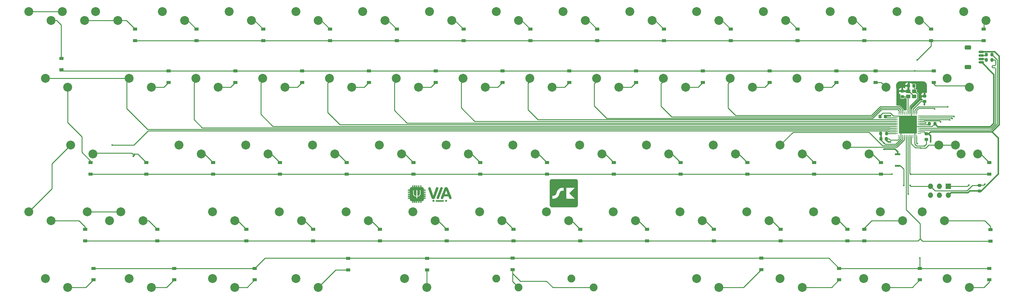
<source format=gbr>
%TF.GenerationSoftware,KiCad,Pcbnew,(6.0.7)*%
%TF.CreationDate,2022-08-19T07:51:27+02:00*%
%TF.ProjectId,nue-pcb,6e75652d-7063-4622-9e6b-696361645f70,0.1*%
%TF.SameCoordinates,Original*%
%TF.FileFunction,Copper,L1,Top*%
%TF.FilePolarity,Positive*%
%FSLAX46Y46*%
G04 Gerber Fmt 4.6, Leading zero omitted, Abs format (unit mm)*
G04 Created by KiCad (PCBNEW (6.0.7)) date 2022-08-19 07:51:27*
%MOMM*%
%LPD*%
G01*
G04 APERTURE LIST*
G04 Aperture macros list*
%AMRoundRect*
0 Rectangle with rounded corners*
0 $1 Rounding radius*
0 $2 $3 $4 $5 $6 $7 $8 $9 X,Y pos of 4 corners*
0 Add a 4 corners polygon primitive as box body*
4,1,4,$2,$3,$4,$5,$6,$7,$8,$9,$2,$3,0*
0 Add four circle primitives for the rounded corners*
1,1,$1+$1,$2,$3*
1,1,$1+$1,$4,$5*
1,1,$1+$1,$6,$7*
1,1,$1+$1,$8,$9*
0 Add four rect primitives between the rounded corners*
20,1,$1+$1,$2,$3,$4,$5,0*
20,1,$1+$1,$4,$5,$6,$7,0*
20,1,$1+$1,$6,$7,$8,$9,0*
20,1,$1+$1,$8,$9,$2,$3,0*%
G04 Aperture macros list end*
%TA.AperFunction,EtchedComponent*%
%ADD10C,0.010000*%
%TD*%
%TA.AperFunction,SMDPad,CuDef*%
%ADD11RoundRect,0.250000X-0.650000X0.350000X-0.650000X-0.350000X0.650000X-0.350000X0.650000X0.350000X0*%
%TD*%
%TA.AperFunction,SMDPad,CuDef*%
%ADD12RoundRect,0.150000X-0.625000X0.150000X-0.625000X-0.150000X0.625000X-0.150000X0.625000X0.150000X0*%
%TD*%
%TA.AperFunction,ComponentPad*%
%ADD13C,2.250000*%
%TD*%
%TA.AperFunction,SMDPad,CuDef*%
%ADD14R,1.200000X0.900000*%
%TD*%
%TA.AperFunction,ComponentPad*%
%ADD15C,2.540000*%
%TD*%
%TA.AperFunction,ComponentPad*%
%ADD16R,1.524000X1.524000*%
%TD*%
%TA.AperFunction,ComponentPad*%
%ADD17O,1.524000X1.524000*%
%TD*%
%TA.AperFunction,SMDPad,CuDef*%
%ADD18RoundRect,0.225000X-0.250000X0.225000X-0.250000X-0.225000X0.250000X-0.225000X0.250000X0.225000X0*%
%TD*%
%TA.AperFunction,SMDPad,CuDef*%
%ADD19RoundRect,0.225000X0.250000X-0.225000X0.250000X0.225000X-0.250000X0.225000X-0.250000X-0.225000X0*%
%TD*%
%TA.AperFunction,SMDPad,CuDef*%
%ADD20RoundRect,0.225000X0.225000X0.250000X-0.225000X0.250000X-0.225000X-0.250000X0.225000X-0.250000X0*%
%TD*%
%TA.AperFunction,SMDPad,CuDef*%
%ADD21RoundRect,0.200000X0.275000X-0.200000X0.275000X0.200000X-0.275000X0.200000X-0.275000X-0.200000X0*%
%TD*%
%TA.AperFunction,SMDPad,CuDef*%
%ADD22RoundRect,0.200000X-0.200000X-0.275000X0.200000X-0.275000X0.200000X0.275000X-0.200000X0.275000X0*%
%TD*%
%TA.AperFunction,SMDPad,CuDef*%
%ADD23R,1.500000X0.550000*%
%TD*%
%TA.AperFunction,SMDPad,CuDef*%
%ADD24RoundRect,0.225000X-0.225000X-0.250000X0.225000X-0.250000X0.225000X0.250000X-0.225000X0.250000X0*%
%TD*%
%TA.AperFunction,SMDPad,CuDef*%
%ADD25RoundRect,0.062500X0.475000X0.062500X-0.475000X0.062500X-0.475000X-0.062500X0.475000X-0.062500X0*%
%TD*%
%TA.AperFunction,SMDPad,CuDef*%
%ADD26RoundRect,0.062500X0.062500X0.475000X-0.062500X0.475000X-0.062500X-0.475000X0.062500X-0.475000X0*%
%TD*%
%TA.AperFunction,SMDPad,CuDef*%
%ADD27R,5.200000X5.200000*%
%TD*%
%TA.AperFunction,SMDPad,CuDef*%
%ADD28R,1.150000X1.000000*%
%TD*%
%TA.AperFunction,ViaPad*%
%ADD29C,0.508000*%
%TD*%
%TA.AperFunction,Conductor*%
%ADD30C,0.381000*%
%TD*%
%TA.AperFunction,Conductor*%
%ADD31C,0.254000*%
%TD*%
G04 APERTURE END LIST*
%TO.C,H1*%
G36*
X211127073Y-112308985D02*
G01*
X211127095Y-112180441D01*
X211127125Y-112051136D01*
X211127164Y-111921279D01*
X211127210Y-111791075D01*
X211127264Y-111660733D01*
X211127326Y-111530459D01*
X211127395Y-111400460D01*
X211127472Y-111270942D01*
X211127557Y-111142114D01*
X211127649Y-111014181D01*
X211127748Y-110887350D01*
X211127854Y-110761830D01*
X211127968Y-110637826D01*
X211128088Y-110515545D01*
X211128215Y-110395195D01*
X211128349Y-110276983D01*
X211128490Y-110161115D01*
X211128637Y-110047798D01*
X211128790Y-109937240D01*
X211128950Y-109829646D01*
X211129116Y-109725225D01*
X211129288Y-109624183D01*
X211129466Y-109526727D01*
X211129651Y-109433065D01*
X211129840Y-109343402D01*
X211130036Y-109257946D01*
X211130237Y-109176903D01*
X211130444Y-109100482D01*
X211130656Y-109028889D01*
X211130874Y-108962330D01*
X211131096Y-108901012D01*
X211131324Y-108845144D01*
X211131557Y-108794931D01*
X211131794Y-108750580D01*
X211132037Y-108712299D01*
X211132284Y-108680294D01*
X211132536Y-108654773D01*
X211132792Y-108635942D01*
X211132991Y-108626181D01*
X211134836Y-108562698D01*
X211136918Y-108505895D01*
X211139268Y-108455397D01*
X211141920Y-108410831D01*
X211144904Y-108371823D01*
X211148252Y-108337999D01*
X211151997Y-108308986D01*
X211156171Y-108284410D01*
X211160806Y-108263898D01*
X211165329Y-108248801D01*
X211172064Y-108232334D01*
X211182111Y-108211768D01*
X211194573Y-108188669D01*
X211208555Y-108164603D01*
X211223161Y-108141136D01*
X211237496Y-108119832D01*
X211245054Y-108109452D01*
X211270641Y-108077744D01*
X211300429Y-108044522D01*
X211332918Y-108011251D01*
X211366607Y-107979398D01*
X211399996Y-107950428D01*
X211431585Y-107925807D01*
X211437051Y-107921888D01*
X211453848Y-107910734D01*
X211473862Y-107898541D01*
X211495430Y-107886219D01*
X211516888Y-107874678D01*
X211536571Y-107864829D01*
X211552816Y-107857582D01*
X211558632Y-107855387D01*
X211573647Y-107850814D01*
X211591034Y-107846688D01*
X211611232Y-107842975D01*
X211634683Y-107839638D01*
X211661826Y-107836644D01*
X211693100Y-107833958D01*
X211728948Y-107831544D01*
X211769807Y-107829367D01*
X211816120Y-107827394D01*
X211868325Y-107825588D01*
X211926863Y-107823914D01*
X211967931Y-107822895D01*
X211983939Y-107822604D01*
X212006795Y-107822322D01*
X212036292Y-107822049D01*
X212072222Y-107821784D01*
X212114377Y-107821528D01*
X212162551Y-107821281D01*
X212216534Y-107821042D01*
X212276121Y-107820813D01*
X212341103Y-107820592D01*
X212411273Y-107820379D01*
X212486423Y-107820175D01*
X212566346Y-107819980D01*
X212650834Y-107819794D01*
X212739680Y-107819617D01*
X212832676Y-107819448D01*
X212929615Y-107819288D01*
X213030289Y-107819136D01*
X213134490Y-107818993D01*
X213242012Y-107818859D01*
X213352646Y-107818734D01*
X213466186Y-107818617D01*
X213582423Y-107818510D01*
X213701150Y-107818410D01*
X213822160Y-107818320D01*
X213945244Y-107818238D01*
X214070196Y-107818165D01*
X214196808Y-107818100D01*
X214324873Y-107818045D01*
X214454182Y-107817998D01*
X214584529Y-107817959D01*
X214715705Y-107817930D01*
X214847504Y-107817909D01*
X214979718Y-107817897D01*
X215112139Y-107817893D01*
X215244560Y-107817898D01*
X215376773Y-107817912D01*
X215508570Y-107817935D01*
X215639745Y-107817966D01*
X215770090Y-107818006D01*
X215899396Y-107818054D01*
X216027458Y-107818112D01*
X216154066Y-107818178D01*
X216279014Y-107818253D01*
X216402094Y-107818336D01*
X216523099Y-107818428D01*
X216641820Y-107818529D01*
X216758051Y-107818638D01*
X216871584Y-107818757D01*
X216982212Y-107818884D01*
X217089726Y-107819019D01*
X217193920Y-107819163D01*
X217294585Y-107819316D01*
X217391515Y-107819478D01*
X217484502Y-107819648D01*
X217573338Y-107819827D01*
X217657816Y-107820015D01*
X217737728Y-107820211D01*
X217812866Y-107820417D01*
X217883024Y-107820630D01*
X217947994Y-107820853D01*
X218007568Y-107821084D01*
X218061538Y-107821324D01*
X218109698Y-107821572D01*
X218151839Y-107821830D01*
X218187754Y-107822095D01*
X218217236Y-107822370D01*
X218240077Y-107822653D01*
X218254431Y-107822908D01*
X218319074Y-107824462D01*
X218377078Y-107826140D01*
X218428854Y-107827970D01*
X218474819Y-107829980D01*
X218515386Y-107832196D01*
X218550969Y-107834648D01*
X218581983Y-107837361D01*
X218608841Y-107840365D01*
X218631959Y-107843686D01*
X218651750Y-107847353D01*
X218664333Y-107850263D01*
X218685290Y-107857218D01*
X218710167Y-107868174D01*
X218737644Y-107882408D01*
X218766401Y-107899197D01*
X218795115Y-107917820D01*
X218818873Y-107934827D01*
X218844291Y-107955353D01*
X218872042Y-107980216D01*
X218900869Y-108008101D01*
X218929518Y-108037695D01*
X218956732Y-108067682D01*
X218981256Y-108096747D01*
X219001834Y-108123575D01*
X219009071Y-108133969D01*
X219021641Y-108153917D01*
X219034678Y-108176717D01*
X219047389Y-108200776D01*
X219058977Y-108224500D01*
X219068648Y-108246293D01*
X219075605Y-108264564D01*
X219077755Y-108271639D01*
X219081117Y-108285164D01*
X219084210Y-108299702D01*
X219087048Y-108315601D01*
X219089648Y-108333205D01*
X219092026Y-108352863D01*
X219094196Y-108374920D01*
X219096175Y-108399722D01*
X219097979Y-108427616D01*
X219099622Y-108458948D01*
X219101120Y-108494065D01*
X219102490Y-108533313D01*
X219103747Y-108577038D01*
X219104906Y-108625587D01*
X219105983Y-108679306D01*
X219106994Y-108738541D01*
X219107955Y-108803639D01*
X219108880Y-108874947D01*
X219109786Y-108952809D01*
X219110186Y-108989542D01*
X219110413Y-109014648D01*
X219110630Y-109046252D01*
X219110835Y-109084146D01*
X219111030Y-109128121D01*
X219111214Y-109177969D01*
X219111387Y-109233481D01*
X219111550Y-109294448D01*
X219111703Y-109360662D01*
X219111845Y-109431915D01*
X219111977Y-109507998D01*
X219112100Y-109588702D01*
X219112212Y-109673819D01*
X219112315Y-109763140D01*
X219112408Y-109856458D01*
X219112492Y-109953562D01*
X219112566Y-110054246D01*
X219112631Y-110158299D01*
X219112687Y-110265515D01*
X219112734Y-110375683D01*
X219112771Y-110488596D01*
X219112800Y-110604045D01*
X219112821Y-110721822D01*
X219112832Y-110841718D01*
X219112835Y-110963525D01*
X219112830Y-111087033D01*
X219112817Y-111212035D01*
X219112795Y-111338322D01*
X219112766Y-111465686D01*
X219112728Y-111593917D01*
X219112683Y-111722807D01*
X219112630Y-111852149D01*
X219112569Y-111981733D01*
X219112501Y-112111350D01*
X219112426Y-112240793D01*
X219112344Y-112369853D01*
X219112254Y-112498320D01*
X219112158Y-112625988D01*
X219112054Y-112752646D01*
X219111944Y-112878088D01*
X219111827Y-113002103D01*
X219111704Y-113124484D01*
X219111574Y-113245021D01*
X219111438Y-113363508D01*
X219111296Y-113479734D01*
X219111148Y-113593492D01*
X219110993Y-113704572D01*
X219110833Y-113812767D01*
X219110668Y-113917868D01*
X219110496Y-114019666D01*
X219110320Y-114117953D01*
X219110137Y-114212520D01*
X219109950Y-114303159D01*
X219109757Y-114389661D01*
X219109560Y-114471818D01*
X219109357Y-114549421D01*
X219109150Y-114622261D01*
X219108938Y-114690131D01*
X219108722Y-114752821D01*
X219108501Y-114810123D01*
X219108275Y-114861829D01*
X219108046Y-114907730D01*
X219107812Y-114947617D01*
X219107575Y-114981282D01*
X219107333Y-115008516D01*
X219107088Y-115029111D01*
X219106840Y-115042827D01*
X219105686Y-115088724D01*
X219104584Y-115128246D01*
X219103471Y-115162074D01*
X219102284Y-115190887D01*
X219100957Y-115215365D01*
X219099426Y-115236189D01*
X219097629Y-115254038D01*
X219095499Y-115269593D01*
X219092974Y-115283533D01*
X219089989Y-115296539D01*
X219086480Y-115309290D01*
X219082383Y-115322467D01*
X219079711Y-115330574D01*
X219054068Y-115396608D01*
X219022680Y-115458742D01*
X218985811Y-115516716D01*
X218943725Y-115570264D01*
X218896685Y-115619124D01*
X218844955Y-115663033D01*
X218788799Y-115701726D01*
X218728480Y-115734942D01*
X218664263Y-115762416D01*
X218637991Y-115771593D01*
X218623539Y-115776180D01*
X218609955Y-115780060D01*
X218596444Y-115783316D01*
X218582210Y-115786032D01*
X218566457Y-115788291D01*
X218548391Y-115790176D01*
X218527216Y-115791773D01*
X218502137Y-115793163D01*
X218472357Y-115794431D01*
X218437082Y-115795660D01*
X218397306Y-115796881D01*
X218386189Y-115797104D01*
X218368223Y-115797324D01*
X218343613Y-115797539D01*
X218312566Y-115797751D01*
X218275288Y-115797959D01*
X218231985Y-115798162D01*
X218182863Y-115798362D01*
X218128129Y-115798557D01*
X218067987Y-115798748D01*
X218002645Y-115798934D01*
X217932308Y-115799116D01*
X217857183Y-115799293D01*
X217777476Y-115799465D01*
X217693392Y-115799633D01*
X217605139Y-115799795D01*
X217512921Y-115799952D01*
X217416945Y-115800104D01*
X217317418Y-115800251D01*
X217214545Y-115800392D01*
X217108532Y-115800528D01*
X216999586Y-115800659D01*
X216887912Y-115800783D01*
X216773717Y-115800902D01*
X216657207Y-115801015D01*
X216538588Y-115801122D01*
X216418066Y-115801223D01*
X216295847Y-115801318D01*
X216172137Y-115801406D01*
X216047143Y-115801488D01*
X215921070Y-115801564D01*
X215794124Y-115801633D01*
X215666513Y-115801695D01*
X215538441Y-115801750D01*
X215410114Y-115801799D01*
X215281740Y-115801840D01*
X215153524Y-115801875D01*
X215025672Y-115801902D01*
X214898390Y-115801922D01*
X214771885Y-115801935D01*
X214646362Y-115801940D01*
X214522027Y-115801938D01*
X214399088Y-115801928D01*
X214277749Y-115801910D01*
X214158217Y-115801884D01*
X214040697Y-115801850D01*
X213925397Y-115801808D01*
X213812523Y-115801758D01*
X213702279Y-115801700D01*
X213594873Y-115801633D01*
X213490510Y-115801558D01*
X213389397Y-115801474D01*
X213291740Y-115801382D01*
X213197744Y-115801281D01*
X213107617Y-115801171D01*
X213021563Y-115801051D01*
X212939790Y-115800923D01*
X212862503Y-115800786D01*
X212789908Y-115800639D01*
X212722211Y-115800483D01*
X212659619Y-115800318D01*
X212602338Y-115800143D01*
X212550573Y-115799958D01*
X212504531Y-115799763D01*
X212498861Y-115799737D01*
X212405699Y-115799276D01*
X212319335Y-115798807D01*
X212239509Y-115798325D01*
X212165964Y-115797824D01*
X212098441Y-115797299D01*
X212036681Y-115796745D01*
X211980427Y-115796157D01*
X211929419Y-115795530D01*
X211883400Y-115794858D01*
X211842110Y-115794136D01*
X211805293Y-115793360D01*
X211772688Y-115792523D01*
X211744038Y-115791621D01*
X211719085Y-115790648D01*
X211697570Y-115789600D01*
X211679234Y-115788470D01*
X211663820Y-115787255D01*
X211651069Y-115785948D01*
X211640722Y-115784544D01*
X211632521Y-115783039D01*
X211629143Y-115782247D01*
X211568725Y-115763227D01*
X211510010Y-115737748D01*
X211453535Y-115706312D01*
X211399838Y-115669419D01*
X211349458Y-115627569D01*
X211302932Y-115581262D01*
X211260799Y-115531000D01*
X211223597Y-115477283D01*
X211191863Y-115420611D01*
X211166137Y-115361485D01*
X211160782Y-115346597D01*
X211157290Y-115336284D01*
X211154121Y-115326313D01*
X211151254Y-115316305D01*
X211148671Y-115305881D01*
X211146353Y-115294661D01*
X211144280Y-115282266D01*
X211142433Y-115268315D01*
X211140794Y-115252431D01*
X211139342Y-115234232D01*
X211138058Y-115213340D01*
X211136925Y-115189376D01*
X211135921Y-115161959D01*
X211135029Y-115130710D01*
X211134229Y-115095250D01*
X211133501Y-115055199D01*
X211132828Y-115010179D01*
X211132188Y-114959808D01*
X211131564Y-114903708D01*
X211130937Y-114841500D01*
X211130286Y-114772804D01*
X211129949Y-114736292D01*
X211129711Y-114706488D01*
X211129484Y-114670338D01*
X211129268Y-114628046D01*
X211129063Y-114579822D01*
X211128868Y-114525870D01*
X211128684Y-114466400D01*
X211128511Y-114401616D01*
X211128347Y-114331727D01*
X211128194Y-114256939D01*
X211128051Y-114177459D01*
X211127918Y-114093494D01*
X211127796Y-114005252D01*
X211127682Y-113912938D01*
X211127579Y-113816760D01*
X211127485Y-113716926D01*
X211127401Y-113613641D01*
X211127326Y-113507113D01*
X211127282Y-113432778D01*
X211828583Y-113432778D01*
X211961757Y-113432710D01*
X211995091Y-113432596D01*
X212029091Y-113432305D01*
X212062415Y-113431859D01*
X212093719Y-113431282D01*
X212121661Y-113430599D01*
X212144898Y-113429833D01*
X212158431Y-113429218D01*
X212275494Y-113419471D01*
X212390668Y-113402999D01*
X212503772Y-113379871D01*
X212614624Y-113350159D01*
X212723040Y-113313933D01*
X212828839Y-113271265D01*
X212931839Y-113222224D01*
X213031857Y-113166883D01*
X213128711Y-113105311D01*
X213222219Y-113037580D01*
X213274972Y-112995399D01*
X213295004Y-112978112D01*
X213318595Y-112956620D01*
X213344646Y-112932016D01*
X213372054Y-112905391D01*
X213399722Y-112877839D01*
X213426547Y-112850453D01*
X213451431Y-112824326D01*
X213473273Y-112800549D01*
X213487617Y-112784189D01*
X213548311Y-112708855D01*
X213604039Y-112630964D01*
X213655153Y-112549876D01*
X213702006Y-112464946D01*
X213744949Y-112375534D01*
X213784336Y-112280995D01*
X213820518Y-112180689D01*
X213823549Y-112171597D01*
X213831279Y-112148061D01*
X213838253Y-112126300D01*
X213844788Y-112105213D01*
X213851201Y-112083697D01*
X213857807Y-112060652D01*
X213864925Y-112034975D01*
X213872871Y-112005565D01*
X213881962Y-111971320D01*
X213890519Y-111938764D01*
X213907429Y-111876578D01*
X213924638Y-111817851D01*
X213941881Y-111763405D01*
X213958893Y-111714065D01*
X213975412Y-111670652D01*
X213980371Y-111658574D01*
X214014740Y-111582948D01*
X214051896Y-111513723D01*
X214092022Y-111450743D01*
X214135300Y-111393852D01*
X214181914Y-111342893D01*
X214232044Y-111297710D01*
X214285875Y-111258147D01*
X214343587Y-111224048D01*
X214405365Y-111195257D01*
X214471390Y-111171617D01*
X214541845Y-111152972D01*
X214580250Y-111145207D01*
X214600522Y-111141652D01*
X214619891Y-111138610D01*
X214639135Y-111136034D01*
X214659033Y-111133880D01*
X214680363Y-111132099D01*
X214703903Y-111130646D01*
X214730432Y-111129475D01*
X214760727Y-111128539D01*
X214795568Y-111127792D01*
X214835732Y-111127187D01*
X214881998Y-111126679D01*
X214893340Y-111126573D01*
X215081194Y-111124862D01*
X215081194Y-110180167D01*
X214953252Y-110180167D01*
X214892167Y-110180482D01*
X214836856Y-110181487D01*
X214786062Y-110183270D01*
X214738529Y-110185917D01*
X214693000Y-110189517D01*
X214648221Y-110194157D01*
X214602933Y-110199925D01*
X214555882Y-110206909D01*
X214544972Y-110208649D01*
X214430952Y-110230354D01*
X214319629Y-110258190D01*
X214211239Y-110292029D01*
X214106021Y-110331744D01*
X214004211Y-110377207D01*
X213906047Y-110428291D01*
X213811764Y-110484870D01*
X213721600Y-110546815D01*
X213635793Y-110614000D01*
X213554579Y-110686298D01*
X213478195Y-110763581D01*
X213447664Y-110797435D01*
X213375134Y-110885415D01*
X213307987Y-110977828D01*
X213246502Y-111074241D01*
X213190953Y-111174223D01*
X213141617Y-111277338D01*
X213141453Y-111277710D01*
X213121542Y-111324293D01*
X213103158Y-111370486D01*
X213085938Y-111417397D01*
X213069520Y-111466136D01*
X213053541Y-111517811D01*
X213037637Y-111573532D01*
X213021445Y-111634407D01*
X213010363Y-111678194D01*
X212992571Y-111747375D01*
X212975263Y-111809845D01*
X212958339Y-111865924D01*
X212941701Y-111915931D01*
X212925248Y-111960187D01*
X212915206Y-111984625D01*
X212882127Y-112055294D01*
X212845898Y-112119820D01*
X212806228Y-112178446D01*
X212762828Y-112231417D01*
X212715409Y-112278978D01*
X212663680Y-112321372D01*
X212607353Y-112358844D01*
X212546138Y-112391639D01*
X212479745Y-112420000D01*
X212407885Y-112444172D01*
X212352971Y-112459027D01*
X212332377Y-112463961D01*
X212312066Y-112468522D01*
X212291309Y-112472828D01*
X212269374Y-112476994D01*
X212245530Y-112481140D01*
X212219046Y-112485380D01*
X212189191Y-112489834D01*
X212155234Y-112494617D01*
X212116444Y-112499848D01*
X212072089Y-112505643D01*
X212022611Y-112511970D01*
X211988550Y-112516301D01*
X211956260Y-112520421D01*
X211926491Y-112524233D01*
X211899994Y-112527642D01*
X211877519Y-112530550D01*
X211859817Y-112532860D01*
X211847637Y-112534477D01*
X211841812Y-112535289D01*
X211828583Y-112537342D01*
X211828583Y-113432778D01*
X215822028Y-113432778D01*
X218352314Y-113432778D01*
X218059297Y-113137326D01*
X218026006Y-113103784D01*
X217988166Y-113065701D01*
X217946220Y-113023524D01*
X217900611Y-112977696D01*
X217851785Y-112928663D01*
X217800183Y-112876870D01*
X217746250Y-112822761D01*
X217690430Y-112766782D01*
X217633165Y-112709377D01*
X217574901Y-112650991D01*
X217516080Y-112592069D01*
X217457147Y-112533056D01*
X217398544Y-112474397D01*
X217340716Y-112416537D01*
X217284107Y-112359920D01*
X217247472Y-112323295D01*
X216728665Y-111804716D01*
X217540934Y-110992441D01*
X218353203Y-110180167D01*
X215822028Y-110180167D01*
X215822028Y-113432778D01*
X211828583Y-113432778D01*
X211127282Y-113432778D01*
X211127261Y-113397548D01*
X211127204Y-113285155D01*
X211127157Y-113170139D01*
X211127119Y-113052708D01*
X211127090Y-112933068D01*
X211127069Y-112811426D01*
X211127057Y-112687991D01*
X211127054Y-112562967D01*
X211127055Y-112537342D01*
X211127060Y-112436563D01*
X211127073Y-112308985D01*
G37*
D10*
X211127073Y-112308985D02*
X211127095Y-112180441D01*
X211127125Y-112051136D01*
X211127164Y-111921279D01*
X211127210Y-111791075D01*
X211127264Y-111660733D01*
X211127326Y-111530459D01*
X211127395Y-111400460D01*
X211127472Y-111270942D01*
X211127557Y-111142114D01*
X211127649Y-111014181D01*
X211127748Y-110887350D01*
X211127854Y-110761830D01*
X211127968Y-110637826D01*
X211128088Y-110515545D01*
X211128215Y-110395195D01*
X211128349Y-110276983D01*
X211128490Y-110161115D01*
X211128637Y-110047798D01*
X211128790Y-109937240D01*
X211128950Y-109829646D01*
X211129116Y-109725225D01*
X211129288Y-109624183D01*
X211129466Y-109526727D01*
X211129651Y-109433065D01*
X211129840Y-109343402D01*
X211130036Y-109257946D01*
X211130237Y-109176903D01*
X211130444Y-109100482D01*
X211130656Y-109028889D01*
X211130874Y-108962330D01*
X211131096Y-108901012D01*
X211131324Y-108845144D01*
X211131557Y-108794931D01*
X211131794Y-108750580D01*
X211132037Y-108712299D01*
X211132284Y-108680294D01*
X211132536Y-108654773D01*
X211132792Y-108635942D01*
X211132991Y-108626181D01*
X211134836Y-108562698D01*
X211136918Y-108505895D01*
X211139268Y-108455397D01*
X211141920Y-108410831D01*
X211144904Y-108371823D01*
X211148252Y-108337999D01*
X211151997Y-108308986D01*
X211156171Y-108284410D01*
X211160806Y-108263898D01*
X211165329Y-108248801D01*
X211172064Y-108232334D01*
X211182111Y-108211768D01*
X211194573Y-108188669D01*
X211208555Y-108164603D01*
X211223161Y-108141136D01*
X211237496Y-108119832D01*
X211245054Y-108109452D01*
X211270641Y-108077744D01*
X211300429Y-108044522D01*
X211332918Y-108011251D01*
X211366607Y-107979398D01*
X211399996Y-107950428D01*
X211431585Y-107925807D01*
X211437051Y-107921888D01*
X211453848Y-107910734D01*
X211473862Y-107898541D01*
X211495430Y-107886219D01*
X211516888Y-107874678D01*
X211536571Y-107864829D01*
X211552816Y-107857582D01*
X211558632Y-107855387D01*
X211573647Y-107850814D01*
X211591034Y-107846688D01*
X211611232Y-107842975D01*
X211634683Y-107839638D01*
X211661826Y-107836644D01*
X211693100Y-107833958D01*
X211728948Y-107831544D01*
X211769807Y-107829367D01*
X211816120Y-107827394D01*
X211868325Y-107825588D01*
X211926863Y-107823914D01*
X211967931Y-107822895D01*
X211983939Y-107822604D01*
X212006795Y-107822322D01*
X212036292Y-107822049D01*
X212072222Y-107821784D01*
X212114377Y-107821528D01*
X212162551Y-107821281D01*
X212216534Y-107821042D01*
X212276121Y-107820813D01*
X212341103Y-107820592D01*
X212411273Y-107820379D01*
X212486423Y-107820175D01*
X212566346Y-107819980D01*
X212650834Y-107819794D01*
X212739680Y-107819617D01*
X212832676Y-107819448D01*
X212929615Y-107819288D01*
X213030289Y-107819136D01*
X213134490Y-107818993D01*
X213242012Y-107818859D01*
X213352646Y-107818734D01*
X213466186Y-107818617D01*
X213582423Y-107818510D01*
X213701150Y-107818410D01*
X213822160Y-107818320D01*
X213945244Y-107818238D01*
X214070196Y-107818165D01*
X214196808Y-107818100D01*
X214324873Y-107818045D01*
X214454182Y-107817998D01*
X214584529Y-107817959D01*
X214715705Y-107817930D01*
X214847504Y-107817909D01*
X214979718Y-107817897D01*
X215112139Y-107817893D01*
X215244560Y-107817898D01*
X215376773Y-107817912D01*
X215508570Y-107817935D01*
X215639745Y-107817966D01*
X215770090Y-107818006D01*
X215899396Y-107818054D01*
X216027458Y-107818112D01*
X216154066Y-107818178D01*
X216279014Y-107818253D01*
X216402094Y-107818336D01*
X216523099Y-107818428D01*
X216641820Y-107818529D01*
X216758051Y-107818638D01*
X216871584Y-107818757D01*
X216982212Y-107818884D01*
X217089726Y-107819019D01*
X217193920Y-107819163D01*
X217294585Y-107819316D01*
X217391515Y-107819478D01*
X217484502Y-107819648D01*
X217573338Y-107819827D01*
X217657816Y-107820015D01*
X217737728Y-107820211D01*
X217812866Y-107820417D01*
X217883024Y-107820630D01*
X217947994Y-107820853D01*
X218007568Y-107821084D01*
X218061538Y-107821324D01*
X218109698Y-107821572D01*
X218151839Y-107821830D01*
X218187754Y-107822095D01*
X218217236Y-107822370D01*
X218240077Y-107822653D01*
X218254431Y-107822908D01*
X218319074Y-107824462D01*
X218377078Y-107826140D01*
X218428854Y-107827970D01*
X218474819Y-107829980D01*
X218515386Y-107832196D01*
X218550969Y-107834648D01*
X218581983Y-107837361D01*
X218608841Y-107840365D01*
X218631959Y-107843686D01*
X218651750Y-107847353D01*
X218664333Y-107850263D01*
X218685290Y-107857218D01*
X218710167Y-107868174D01*
X218737644Y-107882408D01*
X218766401Y-107899197D01*
X218795115Y-107917820D01*
X218818873Y-107934827D01*
X218844291Y-107955353D01*
X218872042Y-107980216D01*
X218900869Y-108008101D01*
X218929518Y-108037695D01*
X218956732Y-108067682D01*
X218981256Y-108096747D01*
X219001834Y-108123575D01*
X219009071Y-108133969D01*
X219021641Y-108153917D01*
X219034678Y-108176717D01*
X219047389Y-108200776D01*
X219058977Y-108224500D01*
X219068648Y-108246293D01*
X219075605Y-108264564D01*
X219077755Y-108271639D01*
X219081117Y-108285164D01*
X219084210Y-108299702D01*
X219087048Y-108315601D01*
X219089648Y-108333205D01*
X219092026Y-108352863D01*
X219094196Y-108374920D01*
X219096175Y-108399722D01*
X219097979Y-108427616D01*
X219099622Y-108458948D01*
X219101120Y-108494065D01*
X219102490Y-108533313D01*
X219103747Y-108577038D01*
X219104906Y-108625587D01*
X219105983Y-108679306D01*
X219106994Y-108738541D01*
X219107955Y-108803639D01*
X219108880Y-108874947D01*
X219109786Y-108952809D01*
X219110186Y-108989542D01*
X219110413Y-109014648D01*
X219110630Y-109046252D01*
X219110835Y-109084146D01*
X219111030Y-109128121D01*
X219111214Y-109177969D01*
X219111387Y-109233481D01*
X219111550Y-109294448D01*
X219111703Y-109360662D01*
X219111845Y-109431915D01*
X219111977Y-109507998D01*
X219112100Y-109588702D01*
X219112212Y-109673819D01*
X219112315Y-109763140D01*
X219112408Y-109856458D01*
X219112492Y-109953562D01*
X219112566Y-110054246D01*
X219112631Y-110158299D01*
X219112687Y-110265515D01*
X219112734Y-110375683D01*
X219112771Y-110488596D01*
X219112800Y-110604045D01*
X219112821Y-110721822D01*
X219112832Y-110841718D01*
X219112835Y-110963525D01*
X219112830Y-111087033D01*
X219112817Y-111212035D01*
X219112795Y-111338322D01*
X219112766Y-111465686D01*
X219112728Y-111593917D01*
X219112683Y-111722807D01*
X219112630Y-111852149D01*
X219112569Y-111981733D01*
X219112501Y-112111350D01*
X219112426Y-112240793D01*
X219112344Y-112369853D01*
X219112254Y-112498320D01*
X219112158Y-112625988D01*
X219112054Y-112752646D01*
X219111944Y-112878088D01*
X219111827Y-113002103D01*
X219111704Y-113124484D01*
X219111574Y-113245021D01*
X219111438Y-113363508D01*
X219111296Y-113479734D01*
X219111148Y-113593492D01*
X219110993Y-113704572D01*
X219110833Y-113812767D01*
X219110668Y-113917868D01*
X219110496Y-114019666D01*
X219110320Y-114117953D01*
X219110137Y-114212520D01*
X219109950Y-114303159D01*
X219109757Y-114389661D01*
X219109560Y-114471818D01*
X219109357Y-114549421D01*
X219109150Y-114622261D01*
X219108938Y-114690131D01*
X219108722Y-114752821D01*
X219108501Y-114810123D01*
X219108275Y-114861829D01*
X219108046Y-114907730D01*
X219107812Y-114947617D01*
X219107575Y-114981282D01*
X219107333Y-115008516D01*
X219107088Y-115029111D01*
X219106840Y-115042827D01*
X219105686Y-115088724D01*
X219104584Y-115128246D01*
X219103471Y-115162074D01*
X219102284Y-115190887D01*
X219100957Y-115215365D01*
X219099426Y-115236189D01*
X219097629Y-115254038D01*
X219095499Y-115269593D01*
X219092974Y-115283533D01*
X219089989Y-115296539D01*
X219086480Y-115309290D01*
X219082383Y-115322467D01*
X219079711Y-115330574D01*
X219054068Y-115396608D01*
X219022680Y-115458742D01*
X218985811Y-115516716D01*
X218943725Y-115570264D01*
X218896685Y-115619124D01*
X218844955Y-115663033D01*
X218788799Y-115701726D01*
X218728480Y-115734942D01*
X218664263Y-115762416D01*
X218637991Y-115771593D01*
X218623539Y-115776180D01*
X218609955Y-115780060D01*
X218596444Y-115783316D01*
X218582210Y-115786032D01*
X218566457Y-115788291D01*
X218548391Y-115790176D01*
X218527216Y-115791773D01*
X218502137Y-115793163D01*
X218472357Y-115794431D01*
X218437082Y-115795660D01*
X218397306Y-115796881D01*
X218386189Y-115797104D01*
X218368223Y-115797324D01*
X218343613Y-115797539D01*
X218312566Y-115797751D01*
X218275288Y-115797959D01*
X218231985Y-115798162D01*
X218182863Y-115798362D01*
X218128129Y-115798557D01*
X218067987Y-115798748D01*
X218002645Y-115798934D01*
X217932308Y-115799116D01*
X217857183Y-115799293D01*
X217777476Y-115799465D01*
X217693392Y-115799633D01*
X217605139Y-115799795D01*
X217512921Y-115799952D01*
X217416945Y-115800104D01*
X217317418Y-115800251D01*
X217214545Y-115800392D01*
X217108532Y-115800528D01*
X216999586Y-115800659D01*
X216887912Y-115800783D01*
X216773717Y-115800902D01*
X216657207Y-115801015D01*
X216538588Y-115801122D01*
X216418066Y-115801223D01*
X216295847Y-115801318D01*
X216172137Y-115801406D01*
X216047143Y-115801488D01*
X215921070Y-115801564D01*
X215794124Y-115801633D01*
X215666513Y-115801695D01*
X215538441Y-115801750D01*
X215410114Y-115801799D01*
X215281740Y-115801840D01*
X215153524Y-115801875D01*
X215025672Y-115801902D01*
X214898390Y-115801922D01*
X214771885Y-115801935D01*
X214646362Y-115801940D01*
X214522027Y-115801938D01*
X214399088Y-115801928D01*
X214277749Y-115801910D01*
X214158217Y-115801884D01*
X214040697Y-115801850D01*
X213925397Y-115801808D01*
X213812523Y-115801758D01*
X213702279Y-115801700D01*
X213594873Y-115801633D01*
X213490510Y-115801558D01*
X213389397Y-115801474D01*
X213291740Y-115801382D01*
X213197744Y-115801281D01*
X213107617Y-115801171D01*
X213021563Y-115801051D01*
X212939790Y-115800923D01*
X212862503Y-115800786D01*
X212789908Y-115800639D01*
X212722211Y-115800483D01*
X212659619Y-115800318D01*
X212602338Y-115800143D01*
X212550573Y-115799958D01*
X212504531Y-115799763D01*
X212498861Y-115799737D01*
X212405699Y-115799276D01*
X212319335Y-115798807D01*
X212239509Y-115798325D01*
X212165964Y-115797824D01*
X212098441Y-115797299D01*
X212036681Y-115796745D01*
X211980427Y-115796157D01*
X211929419Y-115795530D01*
X211883400Y-115794858D01*
X211842110Y-115794136D01*
X211805293Y-115793360D01*
X211772688Y-115792523D01*
X211744038Y-115791621D01*
X211719085Y-115790648D01*
X211697570Y-115789600D01*
X211679234Y-115788470D01*
X211663820Y-115787255D01*
X211651069Y-115785948D01*
X211640722Y-115784544D01*
X211632521Y-115783039D01*
X211629143Y-115782247D01*
X211568725Y-115763227D01*
X211510010Y-115737748D01*
X211453535Y-115706312D01*
X211399838Y-115669419D01*
X211349458Y-115627569D01*
X211302932Y-115581262D01*
X211260799Y-115531000D01*
X211223597Y-115477283D01*
X211191863Y-115420611D01*
X211166137Y-115361485D01*
X211160782Y-115346597D01*
X211157290Y-115336284D01*
X211154121Y-115326313D01*
X211151254Y-115316305D01*
X211148671Y-115305881D01*
X211146353Y-115294661D01*
X211144280Y-115282266D01*
X211142433Y-115268315D01*
X211140794Y-115252431D01*
X211139342Y-115234232D01*
X211138058Y-115213340D01*
X211136925Y-115189376D01*
X211135921Y-115161959D01*
X211135029Y-115130710D01*
X211134229Y-115095250D01*
X211133501Y-115055199D01*
X211132828Y-115010179D01*
X211132188Y-114959808D01*
X211131564Y-114903708D01*
X211130937Y-114841500D01*
X211130286Y-114772804D01*
X211129949Y-114736292D01*
X211129711Y-114706488D01*
X211129484Y-114670338D01*
X211129268Y-114628046D01*
X211129063Y-114579822D01*
X211128868Y-114525870D01*
X211128684Y-114466400D01*
X211128511Y-114401616D01*
X211128347Y-114331727D01*
X211128194Y-114256939D01*
X211128051Y-114177459D01*
X211127918Y-114093494D01*
X211127796Y-114005252D01*
X211127682Y-113912938D01*
X211127579Y-113816760D01*
X211127485Y-113716926D01*
X211127401Y-113613641D01*
X211127326Y-113507113D01*
X211127282Y-113432778D01*
X211828583Y-113432778D01*
X211961757Y-113432710D01*
X211995091Y-113432596D01*
X212029091Y-113432305D01*
X212062415Y-113431859D01*
X212093719Y-113431282D01*
X212121661Y-113430599D01*
X212144898Y-113429833D01*
X212158431Y-113429218D01*
X212275494Y-113419471D01*
X212390668Y-113402999D01*
X212503772Y-113379871D01*
X212614624Y-113350159D01*
X212723040Y-113313933D01*
X212828839Y-113271265D01*
X212931839Y-113222224D01*
X213031857Y-113166883D01*
X213128711Y-113105311D01*
X213222219Y-113037580D01*
X213274972Y-112995399D01*
X213295004Y-112978112D01*
X213318595Y-112956620D01*
X213344646Y-112932016D01*
X213372054Y-112905391D01*
X213399722Y-112877839D01*
X213426547Y-112850453D01*
X213451431Y-112824326D01*
X213473273Y-112800549D01*
X213487617Y-112784189D01*
X213548311Y-112708855D01*
X213604039Y-112630964D01*
X213655153Y-112549876D01*
X213702006Y-112464946D01*
X213744949Y-112375534D01*
X213784336Y-112280995D01*
X213820518Y-112180689D01*
X213823549Y-112171597D01*
X213831279Y-112148061D01*
X213838253Y-112126300D01*
X213844788Y-112105213D01*
X213851201Y-112083697D01*
X213857807Y-112060652D01*
X213864925Y-112034975D01*
X213872871Y-112005565D01*
X213881962Y-111971320D01*
X213890519Y-111938764D01*
X213907429Y-111876578D01*
X213924638Y-111817851D01*
X213941881Y-111763405D01*
X213958893Y-111714065D01*
X213975412Y-111670652D01*
X213980371Y-111658574D01*
X214014740Y-111582948D01*
X214051896Y-111513723D01*
X214092022Y-111450743D01*
X214135300Y-111393852D01*
X214181914Y-111342893D01*
X214232044Y-111297710D01*
X214285875Y-111258147D01*
X214343587Y-111224048D01*
X214405365Y-111195257D01*
X214471390Y-111171617D01*
X214541845Y-111152972D01*
X214580250Y-111145207D01*
X214600522Y-111141652D01*
X214619891Y-111138610D01*
X214639135Y-111136034D01*
X214659033Y-111133880D01*
X214680363Y-111132099D01*
X214703903Y-111130646D01*
X214730432Y-111129475D01*
X214760727Y-111128539D01*
X214795568Y-111127792D01*
X214835732Y-111127187D01*
X214881998Y-111126679D01*
X214893340Y-111126573D01*
X215081194Y-111124862D01*
X215081194Y-110180167D01*
X214953252Y-110180167D01*
X214892167Y-110180482D01*
X214836856Y-110181487D01*
X214786062Y-110183270D01*
X214738529Y-110185917D01*
X214693000Y-110189517D01*
X214648221Y-110194157D01*
X214602933Y-110199925D01*
X214555882Y-110206909D01*
X214544972Y-110208649D01*
X214430952Y-110230354D01*
X214319629Y-110258190D01*
X214211239Y-110292029D01*
X214106021Y-110331744D01*
X214004211Y-110377207D01*
X213906047Y-110428291D01*
X213811764Y-110484870D01*
X213721600Y-110546815D01*
X213635793Y-110614000D01*
X213554579Y-110686298D01*
X213478195Y-110763581D01*
X213447664Y-110797435D01*
X213375134Y-110885415D01*
X213307987Y-110977828D01*
X213246502Y-111074241D01*
X213190953Y-111174223D01*
X213141617Y-111277338D01*
X213141453Y-111277710D01*
X213121542Y-111324293D01*
X213103158Y-111370486D01*
X213085938Y-111417397D01*
X213069520Y-111466136D01*
X213053541Y-111517811D01*
X213037637Y-111573532D01*
X213021445Y-111634407D01*
X213010363Y-111678194D01*
X212992571Y-111747375D01*
X212975263Y-111809845D01*
X212958339Y-111865924D01*
X212941701Y-111915931D01*
X212925248Y-111960187D01*
X212915206Y-111984625D01*
X212882127Y-112055294D01*
X212845898Y-112119820D01*
X212806228Y-112178446D01*
X212762828Y-112231417D01*
X212715409Y-112278978D01*
X212663680Y-112321372D01*
X212607353Y-112358844D01*
X212546138Y-112391639D01*
X212479745Y-112420000D01*
X212407885Y-112444172D01*
X212352971Y-112459027D01*
X212332377Y-112463961D01*
X212312066Y-112468522D01*
X212291309Y-112472828D01*
X212269374Y-112476994D01*
X212245530Y-112481140D01*
X212219046Y-112485380D01*
X212189191Y-112489834D01*
X212155234Y-112494617D01*
X212116444Y-112499848D01*
X212072089Y-112505643D01*
X212022611Y-112511970D01*
X211988550Y-112516301D01*
X211956260Y-112520421D01*
X211926491Y-112524233D01*
X211899994Y-112527642D01*
X211877519Y-112530550D01*
X211859817Y-112532860D01*
X211847637Y-112534477D01*
X211841812Y-112535289D01*
X211828583Y-112537342D01*
X211828583Y-113432778D01*
X215822028Y-113432778D01*
X218352314Y-113432778D01*
X218059297Y-113137326D01*
X218026006Y-113103784D01*
X217988166Y-113065701D01*
X217946220Y-113023524D01*
X217900611Y-112977696D01*
X217851785Y-112928663D01*
X217800183Y-112876870D01*
X217746250Y-112822761D01*
X217690430Y-112766782D01*
X217633165Y-112709377D01*
X217574901Y-112650991D01*
X217516080Y-112592069D01*
X217457147Y-112533056D01*
X217398544Y-112474397D01*
X217340716Y-112416537D01*
X217284107Y-112359920D01*
X217247472Y-112323295D01*
X216728665Y-111804716D01*
X217540934Y-110992441D01*
X218353203Y-110180167D01*
X215822028Y-110180167D01*
X215822028Y-113432778D01*
X211828583Y-113432778D01*
X211127282Y-113432778D01*
X211127261Y-113397548D01*
X211127204Y-113285155D01*
X211127157Y-113170139D01*
X211127119Y-113052708D01*
X211127090Y-112933068D01*
X211127069Y-112811426D01*
X211127057Y-112687991D01*
X211127054Y-112562967D01*
X211127055Y-112537342D01*
X211127060Y-112436563D01*
X211127073Y-112308985D01*
%TO.C,H3*%
G36*
X180235415Y-110110846D02*
G01*
X180259551Y-110111798D01*
X180275360Y-110113622D01*
X180284721Y-110116513D01*
X180288762Y-110119643D01*
X180300505Y-110127397D01*
X180307288Y-110128715D01*
X180318556Y-110131670D01*
X180322024Y-110134762D01*
X180330190Y-110139101D01*
X180343737Y-110140810D01*
X180358288Y-110143676D01*
X180365194Y-110149881D01*
X180373513Y-110157847D01*
X180378737Y-110158953D01*
X180387207Y-110163184D01*
X180401513Y-110174488D01*
X180419588Y-110190783D01*
X180439366Y-110209987D01*
X180458779Y-110230015D01*
X180475762Y-110248786D01*
X180488246Y-110264216D01*
X180494165Y-110274223D01*
X180494381Y-110275489D01*
X180497262Y-110284393D01*
X180500429Y-110285953D01*
X180504077Y-110291349D01*
X180506230Y-110304962D01*
X180506476Y-110312426D01*
X180508716Y-110332911D01*
X180514773Y-110345716D01*
X180515548Y-110346429D01*
X180521055Y-110355863D01*
X180523952Y-110373903D01*
X180524619Y-110395740D01*
X180523894Y-110419710D01*
X180521423Y-110433865D01*
X180516764Y-110440418D01*
X180515548Y-110441004D01*
X180508703Y-110449609D01*
X180506476Y-110464648D01*
X180504824Y-110479481D01*
X180500809Y-110488273D01*
X180500429Y-110488548D01*
X180495998Y-110496760D01*
X180494381Y-110509331D01*
X180491336Y-110524572D01*
X180485310Y-110533905D01*
X180477559Y-110545574D01*
X180476238Y-110552298D01*
X180473609Y-110564837D01*
X180467177Y-110581188D01*
X180466143Y-110583308D01*
X180455753Y-110604343D01*
X180449723Y-110617875D01*
X180446877Y-110627152D01*
X180446037Y-110635424D01*
X180446000Y-110638916D01*
X180442409Y-110653401D01*
X180436929Y-110660905D01*
X180429175Y-110672648D01*
X180427857Y-110679432D01*
X180424902Y-110690699D01*
X180421810Y-110694167D01*
X180417379Y-110702379D01*
X180415762Y-110714950D01*
X180412717Y-110730191D01*
X180406691Y-110739524D01*
X180398940Y-110751193D01*
X180397619Y-110757917D01*
X180394990Y-110770456D01*
X180388558Y-110786807D01*
X180387524Y-110788927D01*
X180377133Y-110809962D01*
X180371103Y-110823494D01*
X180368257Y-110832771D01*
X180367418Y-110841043D01*
X180367381Y-110844535D01*
X180363789Y-110859020D01*
X180358310Y-110866524D01*
X180350613Y-110877051D01*
X180349238Y-110882816D01*
X180345250Y-110894051D01*
X180340167Y-110900650D01*
X180332943Y-110913735D01*
X180331095Y-110924491D01*
X180330647Y-110933632D01*
X180328480Y-110942552D01*
X180323361Y-110954582D01*
X180314055Y-110973057D01*
X180310792Y-110979338D01*
X180303941Y-110996010D01*
X180300869Y-111010436D01*
X180300857Y-111011088D01*
X180298429Y-111021225D01*
X180294810Y-111023762D01*
X180290755Y-111029065D01*
X180288795Y-111042045D01*
X180288762Y-111044188D01*
X180286221Y-111060440D01*
X180280067Y-111071813D01*
X180279691Y-111072143D01*
X180271944Y-111083726D01*
X180270619Y-111090379D01*
X180266140Y-111101323D01*
X180261548Y-111104568D01*
X180254687Y-111113318D01*
X180252476Y-111129406D01*
X180250970Y-111143471D01*
X180247262Y-111150559D01*
X180246429Y-111150762D01*
X180241634Y-111155893D01*
X180240189Y-111164369D01*
X180236381Y-111180181D01*
X180231117Y-111189716D01*
X180223946Y-111204952D01*
X180222238Y-111215418D01*
X180220013Y-111226218D01*
X180216191Y-111229381D01*
X180212207Y-111234701D01*
X180210200Y-111247796D01*
X180210143Y-111250738D01*
X180207545Y-111267888D01*
X180201071Y-111275575D01*
X180193257Y-111283861D01*
X180192000Y-111289764D01*
X180187634Y-111302531D01*
X180182929Y-111308000D01*
X180176648Y-111318935D01*
X180173865Y-111335100D01*
X180173857Y-111335955D01*
X180172287Y-111349649D01*
X180168444Y-111356269D01*
X180167810Y-111356381D01*
X180163015Y-111361513D01*
X180161570Y-111369988D01*
X180157762Y-111385800D01*
X180152498Y-111395335D01*
X180145327Y-111410571D01*
X180143619Y-111421037D01*
X180141394Y-111431837D01*
X180137571Y-111435000D01*
X180133588Y-111440320D01*
X180131581Y-111453415D01*
X180131524Y-111456357D01*
X180128926Y-111473507D01*
X180122452Y-111481194D01*
X180114638Y-111489480D01*
X180113381Y-111495383D01*
X180109015Y-111508150D01*
X180104310Y-111513619D01*
X180098029Y-111524554D01*
X180095246Y-111540719D01*
X180095238Y-111541574D01*
X180093668Y-111555268D01*
X180089825Y-111561888D01*
X180089191Y-111562000D01*
X180083791Y-111566884D01*
X180083143Y-111570867D01*
X180080609Y-111582383D01*
X180073966Y-111600893D01*
X180064651Y-111622639D01*
X180058214Y-111636002D01*
X180053902Y-111650579D01*
X180052905Y-111660963D01*
X180049313Y-111675448D01*
X180043833Y-111682953D01*
X180036089Y-111694484D01*
X180034762Y-111701096D01*
X180030400Y-111713777D01*
X180025691Y-111719238D01*
X180018924Y-111730576D01*
X180016619Y-111743812D01*
X180014677Y-111757501D01*
X180010571Y-111764596D01*
X180005380Y-111773178D01*
X180004524Y-111779331D01*
X180000146Y-111792365D01*
X179995452Y-111797857D01*
X179988686Y-111809195D01*
X179986381Y-111822432D01*
X179984439Y-111836120D01*
X179980333Y-111843215D01*
X179975903Y-111851427D01*
X179974286Y-111863998D01*
X179971240Y-111879239D01*
X179965214Y-111888572D01*
X179957470Y-111900103D01*
X179956143Y-111906715D01*
X179951781Y-111919396D01*
X179947071Y-111924857D01*
X179940305Y-111936195D01*
X179938000Y-111949432D01*
X179936058Y-111963120D01*
X179931952Y-111970215D01*
X179926761Y-111978797D01*
X179925905Y-111984950D01*
X179921527Y-111997984D01*
X179916833Y-112003476D01*
X179910005Y-112014866D01*
X179907762Y-112027667D01*
X179904646Y-112042794D01*
X179898691Y-112051857D01*
X179891924Y-112063195D01*
X179889619Y-112076432D01*
X179887677Y-112090120D01*
X179883571Y-112097215D01*
X179878380Y-112105797D01*
X179877524Y-112111950D01*
X179873146Y-112124984D01*
X179868452Y-112130477D01*
X179861686Y-112141814D01*
X179859381Y-112155051D01*
X179857439Y-112168739D01*
X179853333Y-112175834D01*
X179848142Y-112184416D01*
X179847286Y-112190569D01*
X179842908Y-112203603D01*
X179838214Y-112209096D01*
X179831386Y-112220485D01*
X179829143Y-112233286D01*
X179826027Y-112248413D01*
X179820071Y-112257477D01*
X179813305Y-112268814D01*
X179811000Y-112282051D01*
X179809058Y-112295739D01*
X179804952Y-112302834D01*
X179799900Y-112311350D01*
X179798905Y-112318499D01*
X179794854Y-112329975D01*
X179789833Y-112333909D01*
X179782988Y-112342514D01*
X179780762Y-112357552D01*
X179779110Y-112372386D01*
X179775095Y-112381178D01*
X179774714Y-112381453D01*
X179769523Y-112390035D01*
X179768667Y-112396188D01*
X179764289Y-112409222D01*
X179759595Y-112414715D01*
X179752444Y-112426374D01*
X179750524Y-112437054D01*
X179746934Y-112452424D01*
X179741452Y-112460936D01*
X179734681Y-112473545D01*
X179732381Y-112487361D01*
X179730472Y-112501166D01*
X179726333Y-112508453D01*
X179721156Y-112517028D01*
X179720286Y-112523282D01*
X179715950Y-112534394D01*
X179711214Y-112537854D01*
X179704353Y-112546604D01*
X179702143Y-112562691D01*
X179700636Y-112576757D01*
X179696928Y-112583845D01*
X179696095Y-112584048D01*
X179691123Y-112589094D01*
X179690048Y-112595711D01*
X179685935Y-112609577D01*
X179680976Y-112616446D01*
X179674295Y-112628961D01*
X179671905Y-112643445D01*
X179669034Y-112657958D01*
X179662833Y-112664854D01*
X179655972Y-112673604D01*
X179653762Y-112689691D01*
X179652256Y-112703757D01*
X179648547Y-112710845D01*
X179647714Y-112711048D01*
X179642698Y-112716079D01*
X179641667Y-112722403D01*
X179637274Y-112735765D01*
X179632595Y-112741286D01*
X179626315Y-112752220D01*
X179623532Y-112768386D01*
X179623524Y-112769241D01*
X179621954Y-112782934D01*
X179618111Y-112789555D01*
X179617476Y-112789667D01*
X179612460Y-112794698D01*
X179611429Y-112801022D01*
X179607036Y-112814384D01*
X179602357Y-112819905D01*
X179595991Y-112830910D01*
X179593287Y-112846944D01*
X179593286Y-112847213D01*
X179590566Y-112863166D01*
X179584214Y-112870473D01*
X179577353Y-112879223D01*
X179575143Y-112895311D01*
X179573636Y-112909376D01*
X179569928Y-112916464D01*
X179569095Y-112916667D01*
X179564079Y-112921698D01*
X179563048Y-112928022D01*
X179558655Y-112941384D01*
X179553976Y-112946905D01*
X179547696Y-112957839D01*
X179544913Y-112974005D01*
X179544905Y-112974860D01*
X179543335Y-112988553D01*
X179539492Y-112995174D01*
X179538857Y-112995286D01*
X179533841Y-113000317D01*
X179532810Y-113006641D01*
X179528417Y-113020003D01*
X179523738Y-113025524D01*
X179516910Y-113036914D01*
X179514667Y-113049715D01*
X179511551Y-113064842D01*
X179505595Y-113073905D01*
X179499315Y-113084839D01*
X179496532Y-113101005D01*
X179496524Y-113101860D01*
X179494954Y-113115553D01*
X179491111Y-113122174D01*
X179490476Y-113122286D01*
X179485460Y-113127317D01*
X179484429Y-113133641D01*
X179480036Y-113147003D01*
X179475357Y-113152524D01*
X179468529Y-113163914D01*
X179466286Y-113176715D01*
X179463170Y-113191842D01*
X179457214Y-113200905D01*
X179449460Y-113212648D01*
X179448143Y-113219432D01*
X179445188Y-113230699D01*
X179442095Y-113234167D01*
X179437665Y-113242379D01*
X179436048Y-113254950D01*
X179433002Y-113270191D01*
X179426976Y-113279524D01*
X179419272Y-113290205D01*
X179417905Y-113296104D01*
X179413706Y-113304241D01*
X179402524Y-113318225D01*
X179386478Y-113335943D01*
X179367688Y-113355279D01*
X179348275Y-113374119D01*
X179330359Y-113390347D01*
X179316059Y-113401848D01*
X179307497Y-113406508D01*
X179307215Y-113406524D01*
X179296563Y-113409904D01*
X179293929Y-113412572D01*
X179285412Y-113417625D01*
X179278263Y-113418619D01*
X179266787Y-113422670D01*
X179262854Y-113427691D01*
X179254299Y-113434529D01*
X179239593Y-113436762D01*
X179223536Y-113439386D01*
X179212390Y-113445710D01*
X179212286Y-113445834D01*
X179200813Y-113451924D01*
X179182433Y-113454647D01*
X179161860Y-113453991D01*
X179143808Y-113449943D01*
X179136334Y-113446026D01*
X179122314Y-113439895D01*
X179104090Y-113436985D01*
X179102657Y-113436955D01*
X179085949Y-113434457D01*
X179074057Y-113428602D01*
X179073191Y-113427691D01*
X179061250Y-113419928D01*
X179054307Y-113418619D01*
X179044889Y-113415940D01*
X179042952Y-113412572D01*
X179037921Y-113407556D01*
X179031598Y-113406524D01*
X179018236Y-113402132D01*
X179012714Y-113397453D01*
X179001683Y-113389732D01*
X178995485Y-113388381D01*
X178986677Y-113384145D01*
X178972362Y-113372968D01*
X178954836Y-113357150D01*
X178936398Y-113338991D01*
X178919344Y-113320790D01*
X178905972Y-113304847D01*
X178898579Y-113293462D01*
X178897810Y-113290616D01*
X178894686Y-113279611D01*
X178891762Y-113276500D01*
X178887331Y-113268288D01*
X178885714Y-113255717D01*
X178882669Y-113240476D01*
X178876643Y-113231143D01*
X178872255Y-113224483D01*
X178869460Y-113211882D01*
X178867988Y-113191279D01*
X178867571Y-113161596D01*
X178868013Y-113131229D01*
X178869517Y-113110871D01*
X178872352Y-113098458D01*
X178876643Y-113092048D01*
X178882924Y-113081114D01*
X178885707Y-113064948D01*
X178885714Y-113064093D01*
X178887284Y-113050400D01*
X178891127Y-113043779D01*
X178891762Y-113043667D01*
X178895745Y-113038347D01*
X178897752Y-113025252D01*
X178897810Y-113022311D01*
X178900408Y-113005161D01*
X178906881Y-112997473D01*
X178914696Y-112989187D01*
X178915952Y-112983284D01*
X178920318Y-112970517D01*
X178925024Y-112965048D01*
X178931305Y-112954114D01*
X178934087Y-112937948D01*
X178934095Y-112937093D01*
X178935665Y-112923400D01*
X178939508Y-112916779D01*
X178940143Y-112916667D01*
X178945159Y-112911636D01*
X178946191Y-112905312D01*
X178950583Y-112891950D01*
X178955262Y-112886429D01*
X178962090Y-112875039D01*
X178964333Y-112862238D01*
X178967449Y-112847111D01*
X178973405Y-112838048D01*
X178979685Y-112827114D01*
X178982468Y-112810948D01*
X178982476Y-112810093D01*
X178984046Y-112796400D01*
X178987889Y-112789779D01*
X178988524Y-112789667D01*
X178993540Y-112784636D01*
X178994571Y-112778312D01*
X178998964Y-112764950D01*
X179003643Y-112759429D01*
X179010409Y-112748091D01*
X179012714Y-112734855D01*
X179014656Y-112721167D01*
X179018762Y-112714072D01*
X179023953Y-112705489D01*
X179024810Y-112699336D01*
X179029187Y-112686303D01*
X179033881Y-112680810D01*
X179040709Y-112669420D01*
X179042952Y-112656619D01*
X179046068Y-112641492D01*
X179052024Y-112632429D01*
X179058790Y-112621091D01*
X179061095Y-112607855D01*
X179063037Y-112594167D01*
X179067143Y-112587072D01*
X179072334Y-112578489D01*
X179073191Y-112572336D01*
X179077568Y-112559303D01*
X179082262Y-112553810D01*
X179089028Y-112542472D01*
X179091333Y-112529236D01*
X179093275Y-112515548D01*
X179097381Y-112508453D01*
X179102434Y-112499936D01*
X179103429Y-112492787D01*
X179107480Y-112481311D01*
X179112500Y-112477378D01*
X179119338Y-112468823D01*
X179121571Y-112454118D01*
X179124196Y-112438060D01*
X179130520Y-112426914D01*
X179130643Y-112426810D01*
X179137409Y-112415472D01*
X179139714Y-112402236D01*
X179141656Y-112388548D01*
X179145762Y-112381453D01*
X179150953Y-112372870D01*
X179151810Y-112366717D01*
X179156187Y-112353683D01*
X179160881Y-112348191D01*
X179167647Y-112336853D01*
X179169952Y-112323617D01*
X179171894Y-112309929D01*
X179176000Y-112302834D01*
X179181053Y-112294317D01*
X179182048Y-112287168D01*
X179186099Y-112275692D01*
X179191119Y-112271759D01*
X179197957Y-112263204D01*
X179200191Y-112248499D01*
X179202815Y-112232441D01*
X179209139Y-112221295D01*
X179209262Y-112221191D01*
X179216028Y-112209853D01*
X179218333Y-112196617D01*
X179220275Y-112182929D01*
X179224381Y-112175834D01*
X179229434Y-112167317D01*
X179230429Y-112160168D01*
X179234480Y-112148692D01*
X179239500Y-112144759D01*
X179246345Y-112136153D01*
X179248571Y-112121115D01*
X179250224Y-112106281D01*
X179254239Y-112097489D01*
X179254619Y-112097215D01*
X179259672Y-112088698D01*
X179260667Y-112081549D01*
X179264718Y-112070073D01*
X179269738Y-112066140D01*
X179276576Y-112057585D01*
X179278810Y-112042879D01*
X179281434Y-112026822D01*
X179287758Y-112015676D01*
X179287881Y-112015572D01*
X179294591Y-112004281D01*
X179296952Y-111990641D01*
X179298773Y-111978226D01*
X179303000Y-111973238D01*
X179307526Y-111968057D01*
X179309048Y-111957930D01*
X179312251Y-111945050D01*
X179318119Y-111939140D01*
X179324841Y-111931115D01*
X179327191Y-111919092D01*
X179329900Y-111902680D01*
X179336597Y-111884043D01*
X179345131Y-111868252D01*
X179351764Y-111861121D01*
X179355641Y-111853229D01*
X179357417Y-111838771D01*
X179357429Y-111837457D01*
X179360119Y-111821211D01*
X179366500Y-111813813D01*
X179373288Y-111805529D01*
X179375571Y-111792357D01*
X179377417Y-111778320D01*
X179381619Y-111770643D01*
X179386379Y-111762268D01*
X179387667Y-111752790D01*
X179391125Y-111740395D01*
X179396738Y-111735194D01*
X179403599Y-111726445D01*
X179405810Y-111710357D01*
X179407027Y-111696287D01*
X179410023Y-111689202D01*
X179410693Y-111689000D01*
X179416464Y-111683785D01*
X179423489Y-111670775D01*
X179430148Y-111653925D01*
X179434821Y-111637189D01*
X179436048Y-111627139D01*
X179439220Y-111614197D01*
X179445119Y-111608194D01*
X179451907Y-111599910D01*
X179454191Y-111586738D01*
X179456036Y-111572700D01*
X179460238Y-111565024D01*
X179465430Y-111556442D01*
X179466286Y-111550289D01*
X179470663Y-111537255D01*
X179475357Y-111531762D01*
X179481723Y-111520757D01*
X179484428Y-111504724D01*
X179484429Y-111504454D01*
X179487149Y-111488501D01*
X179493500Y-111481194D01*
X179501045Y-111472972D01*
X179502571Y-111465785D01*
X179505306Y-111454129D01*
X179508619Y-111450119D01*
X179513050Y-111441907D01*
X179514667Y-111429336D01*
X179517712Y-111414095D01*
X179523738Y-111404762D01*
X179531510Y-111393643D01*
X179532901Y-111387391D01*
X179535392Y-111372755D01*
X179541359Y-111353904D01*
X179548841Y-111336161D01*
X179555877Y-111324848D01*
X179555985Y-111324739D01*
X179561356Y-111313663D01*
X179563048Y-111301484D01*
X179566254Y-111286495D01*
X179572119Y-111277762D01*
X179579873Y-111266020D01*
X179581191Y-111259236D01*
X179584146Y-111247969D01*
X179587238Y-111244500D01*
X179591669Y-111236288D01*
X179593286Y-111223717D01*
X179596331Y-111208476D01*
X179602357Y-111199143D01*
X179609659Y-111187357D01*
X179611429Y-111177593D01*
X179613771Y-111165082D01*
X179617476Y-111159834D01*
X179622248Y-111151453D01*
X179623524Y-111142074D01*
X179627228Y-111127714D01*
X179632595Y-111120524D01*
X179639424Y-111109135D01*
X179641667Y-111096334D01*
X179644782Y-111081206D01*
X179650738Y-111072143D01*
X179658492Y-111060401D01*
X179659810Y-111053617D01*
X179662765Y-111042350D01*
X179665857Y-111038881D01*
X179670288Y-111030669D01*
X179671905Y-111018098D01*
X179674950Y-111002857D01*
X179680976Y-110993524D01*
X179688730Y-110981782D01*
X179690048Y-110974998D01*
X179693003Y-110963731D01*
X179696095Y-110960262D01*
X179700526Y-110952050D01*
X179702143Y-110939479D01*
X179705188Y-110924238D01*
X179711214Y-110914905D01*
X179718043Y-110903516D01*
X179720286Y-110890715D01*
X179723401Y-110875587D01*
X179729357Y-110866524D01*
X179737120Y-110854584D01*
X179738429Y-110847641D01*
X179741108Y-110838223D01*
X179744476Y-110836286D01*
X179748530Y-110830983D01*
X179750491Y-110818003D01*
X179750524Y-110815860D01*
X179753065Y-110799609D01*
X179759218Y-110788235D01*
X179759595Y-110787905D01*
X179767349Y-110776162D01*
X179768667Y-110769379D01*
X179771622Y-110758111D01*
X179774714Y-110754643D01*
X179779053Y-110746477D01*
X179780762Y-110732930D01*
X179783628Y-110718379D01*
X179789833Y-110711473D01*
X179796671Y-110702918D01*
X179798905Y-110688213D01*
X179801529Y-110672155D01*
X179807853Y-110661009D01*
X179807976Y-110660905D01*
X179815739Y-110648965D01*
X179817048Y-110642022D01*
X179819727Y-110632604D01*
X179823095Y-110630667D01*
X179827078Y-110625347D01*
X179829085Y-110612252D01*
X179829143Y-110609311D01*
X179831741Y-110592161D01*
X179838214Y-110584473D01*
X179845328Y-110576362D01*
X179847286Y-110566877D01*
X179849614Y-110554329D01*
X179853333Y-110549024D01*
X179857672Y-110540858D01*
X179859381Y-110527311D01*
X179862247Y-110512760D01*
X179868452Y-110505854D01*
X179875290Y-110497299D01*
X179877524Y-110482594D01*
X179880148Y-110466536D01*
X179886472Y-110455390D01*
X179886595Y-110455286D01*
X179894358Y-110443346D01*
X179895667Y-110436403D01*
X179898346Y-110426985D01*
X179901714Y-110425048D01*
X179905697Y-110419728D01*
X179907704Y-110406633D01*
X179907762Y-110403691D01*
X179910360Y-110386542D01*
X179916833Y-110378854D01*
X179924692Y-110370558D01*
X179925905Y-110364854D01*
X179928902Y-110350971D01*
X179937042Y-110330060D01*
X179949052Y-110305348D01*
X179950484Y-110302666D01*
X179955079Y-110288093D01*
X179956143Y-110277704D01*
X179959734Y-110263219D01*
X179965214Y-110255715D01*
X179972935Y-110244683D01*
X179974286Y-110238485D01*
X179978535Y-110229605D01*
X179989746Y-110215245D01*
X180005615Y-110197701D01*
X180023836Y-110179266D01*
X180042106Y-110162234D01*
X180058119Y-110148899D01*
X180069571Y-110141556D01*
X180072408Y-110140810D01*
X180081471Y-110137993D01*
X180083143Y-110134762D01*
X180088174Y-110129746D01*
X180094498Y-110128715D01*
X180107860Y-110124322D01*
X180113381Y-110119643D01*
X180119008Y-110115783D01*
X180129613Y-110113141D01*
X180147077Y-110111523D01*
X180173277Y-110110735D01*
X180201071Y-110110572D01*
X180235415Y-110110846D01*
G37*
X180235415Y-110110846D02*
X180259551Y-110111798D01*
X180275360Y-110113622D01*
X180284721Y-110116513D01*
X180288762Y-110119643D01*
X180300505Y-110127397D01*
X180307288Y-110128715D01*
X180318556Y-110131670D01*
X180322024Y-110134762D01*
X180330190Y-110139101D01*
X180343737Y-110140810D01*
X180358288Y-110143676D01*
X180365194Y-110149881D01*
X180373513Y-110157847D01*
X180378737Y-110158953D01*
X180387207Y-110163184D01*
X180401513Y-110174488D01*
X180419588Y-110190783D01*
X180439366Y-110209987D01*
X180458779Y-110230015D01*
X180475762Y-110248786D01*
X180488246Y-110264216D01*
X180494165Y-110274223D01*
X180494381Y-110275489D01*
X180497262Y-110284393D01*
X180500429Y-110285953D01*
X180504077Y-110291349D01*
X180506230Y-110304962D01*
X180506476Y-110312426D01*
X180508716Y-110332911D01*
X180514773Y-110345716D01*
X180515548Y-110346429D01*
X180521055Y-110355863D01*
X180523952Y-110373903D01*
X180524619Y-110395740D01*
X180523894Y-110419710D01*
X180521423Y-110433865D01*
X180516764Y-110440418D01*
X180515548Y-110441004D01*
X180508703Y-110449609D01*
X180506476Y-110464648D01*
X180504824Y-110479481D01*
X180500809Y-110488273D01*
X180500429Y-110488548D01*
X180495998Y-110496760D01*
X180494381Y-110509331D01*
X180491336Y-110524572D01*
X180485310Y-110533905D01*
X180477559Y-110545574D01*
X180476238Y-110552298D01*
X180473609Y-110564837D01*
X180467177Y-110581188D01*
X180466143Y-110583308D01*
X180455753Y-110604343D01*
X180449723Y-110617875D01*
X180446877Y-110627152D01*
X180446037Y-110635424D01*
X180446000Y-110638916D01*
X180442409Y-110653401D01*
X180436929Y-110660905D01*
X180429175Y-110672648D01*
X180427857Y-110679432D01*
X180424902Y-110690699D01*
X180421810Y-110694167D01*
X180417379Y-110702379D01*
X180415762Y-110714950D01*
X180412717Y-110730191D01*
X180406691Y-110739524D01*
X180398940Y-110751193D01*
X180397619Y-110757917D01*
X180394990Y-110770456D01*
X180388558Y-110786807D01*
X180387524Y-110788927D01*
X180377133Y-110809962D01*
X180371103Y-110823494D01*
X180368257Y-110832771D01*
X180367418Y-110841043D01*
X180367381Y-110844535D01*
X180363789Y-110859020D01*
X180358310Y-110866524D01*
X180350613Y-110877051D01*
X180349238Y-110882816D01*
X180345250Y-110894051D01*
X180340167Y-110900650D01*
X180332943Y-110913735D01*
X180331095Y-110924491D01*
X180330647Y-110933632D01*
X180328480Y-110942552D01*
X180323361Y-110954582D01*
X180314055Y-110973057D01*
X180310792Y-110979338D01*
X180303941Y-110996010D01*
X180300869Y-111010436D01*
X180300857Y-111011088D01*
X180298429Y-111021225D01*
X180294810Y-111023762D01*
X180290755Y-111029065D01*
X180288795Y-111042045D01*
X180288762Y-111044188D01*
X180286221Y-111060440D01*
X180280067Y-111071813D01*
X180279691Y-111072143D01*
X180271944Y-111083726D01*
X180270619Y-111090379D01*
X180266140Y-111101323D01*
X180261548Y-111104568D01*
X180254687Y-111113318D01*
X180252476Y-111129406D01*
X180250970Y-111143471D01*
X180247262Y-111150559D01*
X180246429Y-111150762D01*
X180241634Y-111155893D01*
X180240189Y-111164369D01*
X180236381Y-111180181D01*
X180231117Y-111189716D01*
X180223946Y-111204952D01*
X180222238Y-111215418D01*
X180220013Y-111226218D01*
X180216191Y-111229381D01*
X180212207Y-111234701D01*
X180210200Y-111247796D01*
X180210143Y-111250738D01*
X180207545Y-111267888D01*
X180201071Y-111275575D01*
X180193257Y-111283861D01*
X180192000Y-111289764D01*
X180187634Y-111302531D01*
X180182929Y-111308000D01*
X180176648Y-111318935D01*
X180173865Y-111335100D01*
X180173857Y-111335955D01*
X180172287Y-111349649D01*
X180168444Y-111356269D01*
X180167810Y-111356381D01*
X180163015Y-111361513D01*
X180161570Y-111369988D01*
X180157762Y-111385800D01*
X180152498Y-111395335D01*
X180145327Y-111410571D01*
X180143619Y-111421037D01*
X180141394Y-111431837D01*
X180137571Y-111435000D01*
X180133588Y-111440320D01*
X180131581Y-111453415D01*
X180131524Y-111456357D01*
X180128926Y-111473507D01*
X180122452Y-111481194D01*
X180114638Y-111489480D01*
X180113381Y-111495383D01*
X180109015Y-111508150D01*
X180104310Y-111513619D01*
X180098029Y-111524554D01*
X180095246Y-111540719D01*
X180095238Y-111541574D01*
X180093668Y-111555268D01*
X180089825Y-111561888D01*
X180089191Y-111562000D01*
X180083791Y-111566884D01*
X180083143Y-111570867D01*
X180080609Y-111582383D01*
X180073966Y-111600893D01*
X180064651Y-111622639D01*
X180058214Y-111636002D01*
X180053902Y-111650579D01*
X180052905Y-111660963D01*
X180049313Y-111675448D01*
X180043833Y-111682953D01*
X180036089Y-111694484D01*
X180034762Y-111701096D01*
X180030400Y-111713777D01*
X180025691Y-111719238D01*
X180018924Y-111730576D01*
X180016619Y-111743812D01*
X180014677Y-111757501D01*
X180010571Y-111764596D01*
X180005380Y-111773178D01*
X180004524Y-111779331D01*
X180000146Y-111792365D01*
X179995452Y-111797857D01*
X179988686Y-111809195D01*
X179986381Y-111822432D01*
X179984439Y-111836120D01*
X179980333Y-111843215D01*
X179975903Y-111851427D01*
X179974286Y-111863998D01*
X179971240Y-111879239D01*
X179965214Y-111888572D01*
X179957470Y-111900103D01*
X179956143Y-111906715D01*
X179951781Y-111919396D01*
X179947071Y-111924857D01*
X179940305Y-111936195D01*
X179938000Y-111949432D01*
X179936058Y-111963120D01*
X179931952Y-111970215D01*
X179926761Y-111978797D01*
X179925905Y-111984950D01*
X179921527Y-111997984D01*
X179916833Y-112003476D01*
X179910005Y-112014866D01*
X179907762Y-112027667D01*
X179904646Y-112042794D01*
X179898691Y-112051857D01*
X179891924Y-112063195D01*
X179889619Y-112076432D01*
X179887677Y-112090120D01*
X179883571Y-112097215D01*
X179878380Y-112105797D01*
X179877524Y-112111950D01*
X179873146Y-112124984D01*
X179868452Y-112130477D01*
X179861686Y-112141814D01*
X179859381Y-112155051D01*
X179857439Y-112168739D01*
X179853333Y-112175834D01*
X179848142Y-112184416D01*
X179847286Y-112190569D01*
X179842908Y-112203603D01*
X179838214Y-112209096D01*
X179831386Y-112220485D01*
X179829143Y-112233286D01*
X179826027Y-112248413D01*
X179820071Y-112257477D01*
X179813305Y-112268814D01*
X179811000Y-112282051D01*
X179809058Y-112295739D01*
X179804952Y-112302834D01*
X179799900Y-112311350D01*
X179798905Y-112318499D01*
X179794854Y-112329975D01*
X179789833Y-112333909D01*
X179782988Y-112342514D01*
X179780762Y-112357552D01*
X179779110Y-112372386D01*
X179775095Y-112381178D01*
X179774714Y-112381453D01*
X179769523Y-112390035D01*
X179768667Y-112396188D01*
X179764289Y-112409222D01*
X179759595Y-112414715D01*
X179752444Y-112426374D01*
X179750524Y-112437054D01*
X179746934Y-112452424D01*
X179741452Y-112460936D01*
X179734681Y-112473545D01*
X179732381Y-112487361D01*
X179730472Y-112501166D01*
X179726333Y-112508453D01*
X179721156Y-112517028D01*
X179720286Y-112523282D01*
X179715950Y-112534394D01*
X179711214Y-112537854D01*
X179704353Y-112546604D01*
X179702143Y-112562691D01*
X179700636Y-112576757D01*
X179696928Y-112583845D01*
X179696095Y-112584048D01*
X179691123Y-112589094D01*
X179690048Y-112595711D01*
X179685935Y-112609577D01*
X179680976Y-112616446D01*
X179674295Y-112628961D01*
X179671905Y-112643445D01*
X179669034Y-112657958D01*
X179662833Y-112664854D01*
X179655972Y-112673604D01*
X179653762Y-112689691D01*
X179652256Y-112703757D01*
X179648547Y-112710845D01*
X179647714Y-112711048D01*
X179642698Y-112716079D01*
X179641667Y-112722403D01*
X179637274Y-112735765D01*
X179632595Y-112741286D01*
X179626315Y-112752220D01*
X179623532Y-112768386D01*
X179623524Y-112769241D01*
X179621954Y-112782934D01*
X179618111Y-112789555D01*
X179617476Y-112789667D01*
X179612460Y-112794698D01*
X179611429Y-112801022D01*
X179607036Y-112814384D01*
X179602357Y-112819905D01*
X179595991Y-112830910D01*
X179593287Y-112846944D01*
X179593286Y-112847213D01*
X179590566Y-112863166D01*
X179584214Y-112870473D01*
X179577353Y-112879223D01*
X179575143Y-112895311D01*
X179573636Y-112909376D01*
X179569928Y-112916464D01*
X179569095Y-112916667D01*
X179564079Y-112921698D01*
X179563048Y-112928022D01*
X179558655Y-112941384D01*
X179553976Y-112946905D01*
X179547696Y-112957839D01*
X179544913Y-112974005D01*
X179544905Y-112974860D01*
X179543335Y-112988553D01*
X179539492Y-112995174D01*
X179538857Y-112995286D01*
X179533841Y-113000317D01*
X179532810Y-113006641D01*
X179528417Y-113020003D01*
X179523738Y-113025524D01*
X179516910Y-113036914D01*
X179514667Y-113049715D01*
X179511551Y-113064842D01*
X179505595Y-113073905D01*
X179499315Y-113084839D01*
X179496532Y-113101005D01*
X179496524Y-113101860D01*
X179494954Y-113115553D01*
X179491111Y-113122174D01*
X179490476Y-113122286D01*
X179485460Y-113127317D01*
X179484429Y-113133641D01*
X179480036Y-113147003D01*
X179475357Y-113152524D01*
X179468529Y-113163914D01*
X179466286Y-113176715D01*
X179463170Y-113191842D01*
X179457214Y-113200905D01*
X179449460Y-113212648D01*
X179448143Y-113219432D01*
X179445188Y-113230699D01*
X179442095Y-113234167D01*
X179437665Y-113242379D01*
X179436048Y-113254950D01*
X179433002Y-113270191D01*
X179426976Y-113279524D01*
X179419272Y-113290205D01*
X179417905Y-113296104D01*
X179413706Y-113304241D01*
X179402524Y-113318225D01*
X179386478Y-113335943D01*
X179367688Y-113355279D01*
X179348275Y-113374119D01*
X179330359Y-113390347D01*
X179316059Y-113401848D01*
X179307497Y-113406508D01*
X179307215Y-113406524D01*
X179296563Y-113409904D01*
X179293929Y-113412572D01*
X179285412Y-113417625D01*
X179278263Y-113418619D01*
X179266787Y-113422670D01*
X179262854Y-113427691D01*
X179254299Y-113434529D01*
X179239593Y-113436762D01*
X179223536Y-113439386D01*
X179212390Y-113445710D01*
X179212286Y-113445834D01*
X179200813Y-113451924D01*
X179182433Y-113454647D01*
X179161860Y-113453991D01*
X179143808Y-113449943D01*
X179136334Y-113446026D01*
X179122314Y-113439895D01*
X179104090Y-113436985D01*
X179102657Y-113436955D01*
X179085949Y-113434457D01*
X179074057Y-113428602D01*
X179073191Y-113427691D01*
X179061250Y-113419928D01*
X179054307Y-113418619D01*
X179044889Y-113415940D01*
X179042952Y-113412572D01*
X179037921Y-113407556D01*
X179031598Y-113406524D01*
X179018236Y-113402132D01*
X179012714Y-113397453D01*
X179001683Y-113389732D01*
X178995485Y-113388381D01*
X178986677Y-113384145D01*
X178972362Y-113372968D01*
X178954836Y-113357150D01*
X178936398Y-113338991D01*
X178919344Y-113320790D01*
X178905972Y-113304847D01*
X178898579Y-113293462D01*
X178897810Y-113290616D01*
X178894686Y-113279611D01*
X178891762Y-113276500D01*
X178887331Y-113268288D01*
X178885714Y-113255717D01*
X178882669Y-113240476D01*
X178876643Y-113231143D01*
X178872255Y-113224483D01*
X178869460Y-113211882D01*
X178867988Y-113191279D01*
X178867571Y-113161596D01*
X178868013Y-113131229D01*
X178869517Y-113110871D01*
X178872352Y-113098458D01*
X178876643Y-113092048D01*
X178882924Y-113081114D01*
X178885707Y-113064948D01*
X178885714Y-113064093D01*
X178887284Y-113050400D01*
X178891127Y-113043779D01*
X178891762Y-113043667D01*
X178895745Y-113038347D01*
X178897752Y-113025252D01*
X178897810Y-113022311D01*
X178900408Y-113005161D01*
X178906881Y-112997473D01*
X178914696Y-112989187D01*
X178915952Y-112983284D01*
X178920318Y-112970517D01*
X178925024Y-112965048D01*
X178931305Y-112954114D01*
X178934087Y-112937948D01*
X178934095Y-112937093D01*
X178935665Y-112923400D01*
X178939508Y-112916779D01*
X178940143Y-112916667D01*
X178945159Y-112911636D01*
X178946191Y-112905312D01*
X178950583Y-112891950D01*
X178955262Y-112886429D01*
X178962090Y-112875039D01*
X178964333Y-112862238D01*
X178967449Y-112847111D01*
X178973405Y-112838048D01*
X178979685Y-112827114D01*
X178982468Y-112810948D01*
X178982476Y-112810093D01*
X178984046Y-112796400D01*
X178987889Y-112789779D01*
X178988524Y-112789667D01*
X178993540Y-112784636D01*
X178994571Y-112778312D01*
X178998964Y-112764950D01*
X179003643Y-112759429D01*
X179010409Y-112748091D01*
X179012714Y-112734855D01*
X179014656Y-112721167D01*
X179018762Y-112714072D01*
X179023953Y-112705489D01*
X179024810Y-112699336D01*
X179029187Y-112686303D01*
X179033881Y-112680810D01*
X179040709Y-112669420D01*
X179042952Y-112656619D01*
X179046068Y-112641492D01*
X179052024Y-112632429D01*
X179058790Y-112621091D01*
X179061095Y-112607855D01*
X179063037Y-112594167D01*
X179067143Y-112587072D01*
X179072334Y-112578489D01*
X179073191Y-112572336D01*
X179077568Y-112559303D01*
X179082262Y-112553810D01*
X179089028Y-112542472D01*
X179091333Y-112529236D01*
X179093275Y-112515548D01*
X179097381Y-112508453D01*
X179102434Y-112499936D01*
X179103429Y-112492787D01*
X179107480Y-112481311D01*
X179112500Y-112477378D01*
X179119338Y-112468823D01*
X179121571Y-112454118D01*
X179124196Y-112438060D01*
X179130520Y-112426914D01*
X179130643Y-112426810D01*
X179137409Y-112415472D01*
X179139714Y-112402236D01*
X179141656Y-112388548D01*
X179145762Y-112381453D01*
X179150953Y-112372870D01*
X179151810Y-112366717D01*
X179156187Y-112353683D01*
X179160881Y-112348191D01*
X179167647Y-112336853D01*
X179169952Y-112323617D01*
X179171894Y-112309929D01*
X179176000Y-112302834D01*
X179181053Y-112294317D01*
X179182048Y-112287168D01*
X179186099Y-112275692D01*
X179191119Y-112271759D01*
X179197957Y-112263204D01*
X179200191Y-112248499D01*
X179202815Y-112232441D01*
X179209139Y-112221295D01*
X179209262Y-112221191D01*
X179216028Y-112209853D01*
X179218333Y-112196617D01*
X179220275Y-112182929D01*
X179224381Y-112175834D01*
X179229434Y-112167317D01*
X179230429Y-112160168D01*
X179234480Y-112148692D01*
X179239500Y-112144759D01*
X179246345Y-112136153D01*
X179248571Y-112121115D01*
X179250224Y-112106281D01*
X179254239Y-112097489D01*
X179254619Y-112097215D01*
X179259672Y-112088698D01*
X179260667Y-112081549D01*
X179264718Y-112070073D01*
X179269738Y-112066140D01*
X179276576Y-112057585D01*
X179278810Y-112042879D01*
X179281434Y-112026822D01*
X179287758Y-112015676D01*
X179287881Y-112015572D01*
X179294591Y-112004281D01*
X179296952Y-111990641D01*
X179298773Y-111978226D01*
X179303000Y-111973238D01*
X179307526Y-111968057D01*
X179309048Y-111957930D01*
X179312251Y-111945050D01*
X179318119Y-111939140D01*
X179324841Y-111931115D01*
X179327191Y-111919092D01*
X179329900Y-111902680D01*
X179336597Y-111884043D01*
X179345131Y-111868252D01*
X179351764Y-111861121D01*
X179355641Y-111853229D01*
X179357417Y-111838771D01*
X179357429Y-111837457D01*
X179360119Y-111821211D01*
X179366500Y-111813813D01*
X179373288Y-111805529D01*
X179375571Y-111792357D01*
X179377417Y-111778320D01*
X179381619Y-111770643D01*
X179386379Y-111762268D01*
X179387667Y-111752790D01*
X179391125Y-111740395D01*
X179396738Y-111735194D01*
X179403599Y-111726445D01*
X179405810Y-111710357D01*
X179407027Y-111696287D01*
X179410023Y-111689202D01*
X179410693Y-111689000D01*
X179416464Y-111683785D01*
X179423489Y-111670775D01*
X179430148Y-111653925D01*
X179434821Y-111637189D01*
X179436048Y-111627139D01*
X179439220Y-111614197D01*
X179445119Y-111608194D01*
X179451907Y-111599910D01*
X179454191Y-111586738D01*
X179456036Y-111572700D01*
X179460238Y-111565024D01*
X179465430Y-111556442D01*
X179466286Y-111550289D01*
X179470663Y-111537255D01*
X179475357Y-111531762D01*
X179481723Y-111520757D01*
X179484428Y-111504724D01*
X179484429Y-111504454D01*
X179487149Y-111488501D01*
X179493500Y-111481194D01*
X179501045Y-111472972D01*
X179502571Y-111465785D01*
X179505306Y-111454129D01*
X179508619Y-111450119D01*
X179513050Y-111441907D01*
X179514667Y-111429336D01*
X179517712Y-111414095D01*
X179523738Y-111404762D01*
X179531510Y-111393643D01*
X179532901Y-111387391D01*
X179535392Y-111372755D01*
X179541359Y-111353904D01*
X179548841Y-111336161D01*
X179555877Y-111324848D01*
X179555985Y-111324739D01*
X179561356Y-111313663D01*
X179563048Y-111301484D01*
X179566254Y-111286495D01*
X179572119Y-111277762D01*
X179579873Y-111266020D01*
X179581191Y-111259236D01*
X179584146Y-111247969D01*
X179587238Y-111244500D01*
X179591669Y-111236288D01*
X179593286Y-111223717D01*
X179596331Y-111208476D01*
X179602357Y-111199143D01*
X179609659Y-111187357D01*
X179611429Y-111177593D01*
X179613771Y-111165082D01*
X179617476Y-111159834D01*
X179622248Y-111151453D01*
X179623524Y-111142074D01*
X179627228Y-111127714D01*
X179632595Y-111120524D01*
X179639424Y-111109135D01*
X179641667Y-111096334D01*
X179644782Y-111081206D01*
X179650738Y-111072143D01*
X179658492Y-111060401D01*
X179659810Y-111053617D01*
X179662765Y-111042350D01*
X179665857Y-111038881D01*
X179670288Y-111030669D01*
X179671905Y-111018098D01*
X179674950Y-111002857D01*
X179680976Y-110993524D01*
X179688730Y-110981782D01*
X179690048Y-110974998D01*
X179693003Y-110963731D01*
X179696095Y-110960262D01*
X179700526Y-110952050D01*
X179702143Y-110939479D01*
X179705188Y-110924238D01*
X179711214Y-110914905D01*
X179718043Y-110903516D01*
X179720286Y-110890715D01*
X179723401Y-110875587D01*
X179729357Y-110866524D01*
X179737120Y-110854584D01*
X179738429Y-110847641D01*
X179741108Y-110838223D01*
X179744476Y-110836286D01*
X179748530Y-110830983D01*
X179750491Y-110818003D01*
X179750524Y-110815860D01*
X179753065Y-110799609D01*
X179759218Y-110788235D01*
X179759595Y-110787905D01*
X179767349Y-110776162D01*
X179768667Y-110769379D01*
X179771622Y-110758111D01*
X179774714Y-110754643D01*
X179779053Y-110746477D01*
X179780762Y-110732930D01*
X179783628Y-110718379D01*
X179789833Y-110711473D01*
X179796671Y-110702918D01*
X179798905Y-110688213D01*
X179801529Y-110672155D01*
X179807853Y-110661009D01*
X179807976Y-110660905D01*
X179815739Y-110648965D01*
X179817048Y-110642022D01*
X179819727Y-110632604D01*
X179823095Y-110630667D01*
X179827078Y-110625347D01*
X179829085Y-110612252D01*
X179829143Y-110609311D01*
X179831741Y-110592161D01*
X179838214Y-110584473D01*
X179845328Y-110576362D01*
X179847286Y-110566877D01*
X179849614Y-110554329D01*
X179853333Y-110549024D01*
X179857672Y-110540858D01*
X179859381Y-110527311D01*
X179862247Y-110512760D01*
X179868452Y-110505854D01*
X179875290Y-110497299D01*
X179877524Y-110482594D01*
X179880148Y-110466536D01*
X179886472Y-110455390D01*
X179886595Y-110455286D01*
X179894358Y-110443346D01*
X179895667Y-110436403D01*
X179898346Y-110426985D01*
X179901714Y-110425048D01*
X179905697Y-110419728D01*
X179907704Y-110406633D01*
X179907762Y-110403691D01*
X179910360Y-110386542D01*
X179916833Y-110378854D01*
X179924692Y-110370558D01*
X179925905Y-110364854D01*
X179928902Y-110350971D01*
X179937042Y-110330060D01*
X179949052Y-110305348D01*
X179950484Y-110302666D01*
X179955079Y-110288093D01*
X179956143Y-110277704D01*
X179959734Y-110263219D01*
X179965214Y-110255715D01*
X179972935Y-110244683D01*
X179974286Y-110238485D01*
X179978535Y-110229605D01*
X179989746Y-110215245D01*
X180005615Y-110197701D01*
X180023836Y-110179266D01*
X180042106Y-110162234D01*
X180058119Y-110148899D01*
X180069571Y-110141556D01*
X180072408Y-110140810D01*
X180081471Y-110137993D01*
X180083143Y-110134762D01*
X180088174Y-110129746D01*
X180094498Y-110128715D01*
X180107860Y-110124322D01*
X180113381Y-110119643D01*
X180119008Y-110115783D01*
X180129613Y-110113141D01*
X180147077Y-110111523D01*
X180173277Y-110110735D01*
X180201071Y-110110572D01*
X180235415Y-110110846D01*
G36*
X178967652Y-110140224D02*
G01*
X178988509Y-110141959D01*
X179004006Y-110145353D01*
X179010527Y-110149881D01*
X179018140Y-110156167D01*
X179035598Y-110158811D01*
X179042952Y-110158953D01*
X179063634Y-110160583D01*
X179074046Y-110165736D01*
X179075377Y-110168024D01*
X179083577Y-110175477D01*
X179091226Y-110177096D01*
X179106322Y-110180102D01*
X179116769Y-110184655D01*
X179127724Y-110192772D01*
X179143606Y-110206785D01*
X179162415Y-110224660D01*
X179182152Y-110244359D01*
X179200817Y-110263846D01*
X179216413Y-110281086D01*
X179226940Y-110294042D01*
X179230429Y-110300419D01*
X179234691Y-110310938D01*
X179239500Y-110316191D01*
X179247254Y-110327933D01*
X179248571Y-110334717D01*
X179251527Y-110345984D01*
X179254619Y-110349453D01*
X179259796Y-110358028D01*
X179260667Y-110364282D01*
X179265002Y-110375394D01*
X179269738Y-110378854D01*
X179273880Y-110382733D01*
X179276591Y-110391899D01*
X179278131Y-110408333D01*
X179278757Y-110434021D01*
X179278810Y-110448308D01*
X179278418Y-110479551D01*
X179277076Y-110500743D01*
X179274535Y-110513909D01*
X179270543Y-110521073D01*
X179269738Y-110521810D01*
X179263411Y-110532783D01*
X179260670Y-110548877D01*
X179260667Y-110549408D01*
X179259007Y-110564208D01*
X179254977Y-110572959D01*
X179254619Y-110573215D01*
X179249795Y-110581621D01*
X179248571Y-110590558D01*
X179244927Y-110606350D01*
X179239692Y-110615904D01*
X179232469Y-110630622D01*
X179230621Y-110640559D01*
X179227699Y-110655198D01*
X179221394Y-110670797D01*
X179214952Y-110686192D01*
X179212323Y-110698346D01*
X179209122Y-110709289D01*
X179206238Y-110712310D01*
X179201808Y-110720522D01*
X179200191Y-110733093D01*
X179197145Y-110748334D01*
X179191119Y-110757667D01*
X179184353Y-110769005D01*
X179182048Y-110782241D01*
X179180106Y-110795929D01*
X179176000Y-110803024D01*
X179171569Y-110811236D01*
X179169952Y-110823807D01*
X179166907Y-110839049D01*
X179160881Y-110848381D01*
X179154053Y-110859771D01*
X179151810Y-110872572D01*
X179148694Y-110887699D01*
X179142738Y-110896762D01*
X179134984Y-110908505D01*
X179133667Y-110915289D01*
X179130712Y-110926556D01*
X179127619Y-110930024D01*
X179123188Y-110938236D01*
X179121571Y-110950807D01*
X179118526Y-110966049D01*
X179112500Y-110975381D01*
X179106219Y-110986316D01*
X179103436Y-111002481D01*
X179103429Y-111003336D01*
X179101859Y-111017030D01*
X179098015Y-111023650D01*
X179097381Y-111023762D01*
X179092365Y-111028793D01*
X179091333Y-111035117D01*
X179086941Y-111048479D01*
X179082262Y-111054000D01*
X179075896Y-111065005D01*
X179073191Y-111081039D01*
X179073191Y-111081308D01*
X179070470Y-111097261D01*
X179064119Y-111104568D01*
X179057258Y-111113318D01*
X179055048Y-111129406D01*
X179053541Y-111143471D01*
X179049833Y-111150559D01*
X179049000Y-111150762D01*
X179044322Y-111155900D01*
X179042952Y-111164725D01*
X179039293Y-111180841D01*
X179034073Y-111190428D01*
X179026828Y-111205500D01*
X179025002Y-111215774D01*
X179022571Y-111226399D01*
X179018762Y-111229381D01*
X179014779Y-111234701D01*
X179012772Y-111247796D01*
X179012714Y-111250738D01*
X179010116Y-111267888D01*
X179003643Y-111275575D01*
X178996805Y-111284130D01*
X178994571Y-111298835D01*
X178991947Y-111314893D01*
X178985623Y-111326039D01*
X178985500Y-111326143D01*
X178977737Y-111338084D01*
X178976429Y-111345027D01*
X178973749Y-111354444D01*
X178970381Y-111356381D01*
X178966398Y-111361701D01*
X178964391Y-111374796D01*
X178964333Y-111377738D01*
X178961735Y-111394888D01*
X178955262Y-111402575D01*
X178948424Y-111411130D01*
X178946191Y-111425835D01*
X178943566Y-111441893D01*
X178937242Y-111453039D01*
X178937119Y-111453143D01*
X178929365Y-111464886D01*
X178928048Y-111471670D01*
X178925093Y-111482937D01*
X178922000Y-111486405D01*
X178917661Y-111494571D01*
X178915952Y-111508118D01*
X178913086Y-111522670D01*
X178906881Y-111529575D01*
X178900036Y-111538181D01*
X178897810Y-111553219D01*
X178896157Y-111568053D01*
X178892142Y-111576844D01*
X178891762Y-111577119D01*
X178887331Y-111585331D01*
X178885714Y-111597902D01*
X178882669Y-111613144D01*
X178876643Y-111622477D01*
X178868899Y-111634008D01*
X178867571Y-111640619D01*
X178863209Y-111653301D01*
X178858500Y-111658762D01*
X178851734Y-111670100D01*
X178849429Y-111683336D01*
X178847487Y-111697024D01*
X178843381Y-111704119D01*
X178838902Y-111712355D01*
X178837333Y-111724433D01*
X178834902Y-111739352D01*
X178830270Y-111748073D01*
X178823260Y-111759225D01*
X178815769Y-111776902D01*
X178809758Y-111795779D01*
X178807189Y-111810534D01*
X178807186Y-111810724D01*
X178802772Y-111822709D01*
X178798024Y-111828096D01*
X178791196Y-111839485D01*
X178788952Y-111852286D01*
X178785837Y-111867413D01*
X178779881Y-111876477D01*
X178773600Y-111887411D01*
X178770817Y-111903576D01*
X178770810Y-111904431D01*
X178769240Y-111918125D01*
X178765396Y-111924745D01*
X178764762Y-111924857D01*
X178759746Y-111929889D01*
X178758714Y-111936212D01*
X178754322Y-111949574D01*
X178749643Y-111955096D01*
X178742877Y-111966433D01*
X178740571Y-111979670D01*
X178738629Y-111993358D01*
X178734524Y-112000453D01*
X178730381Y-112008521D01*
X178728488Y-112023077D01*
X178728476Y-112024353D01*
X178725786Y-112040599D01*
X178719405Y-112047997D01*
X178711502Y-112056300D01*
X178710141Y-112062251D01*
X178706451Y-112075516D01*
X178701070Y-112084763D01*
X178693909Y-112099815D01*
X178692191Y-112110109D01*
X178689779Y-112122452D01*
X178686143Y-112127453D01*
X178682000Y-112135521D01*
X178680107Y-112150077D01*
X178680095Y-112151353D01*
X178677405Y-112167599D01*
X178671024Y-112174997D01*
X178664163Y-112183746D01*
X178661952Y-112199834D01*
X178660446Y-112213900D01*
X178656738Y-112220987D01*
X178655905Y-112221191D01*
X178650889Y-112226222D01*
X178649857Y-112232546D01*
X178645465Y-112245908D01*
X178640786Y-112251429D01*
X178634420Y-112262434D01*
X178631715Y-112278467D01*
X178631714Y-112278737D01*
X178628994Y-112294690D01*
X178622643Y-112301997D01*
X178615782Y-112310746D01*
X178613571Y-112326834D01*
X178612065Y-112340900D01*
X178608357Y-112347987D01*
X178607524Y-112348191D01*
X178602508Y-112353222D01*
X178601476Y-112359546D01*
X178597084Y-112372908D01*
X178592405Y-112378429D01*
X178586124Y-112389363D01*
X178583341Y-112405529D01*
X178583333Y-112406384D01*
X178581763Y-112420077D01*
X178577920Y-112426697D01*
X178577286Y-112426810D01*
X178573303Y-112432130D01*
X178571296Y-112445225D01*
X178571238Y-112448166D01*
X178568640Y-112465316D01*
X178562167Y-112473004D01*
X178555329Y-112481559D01*
X178553095Y-112496264D01*
X178550471Y-112512322D01*
X178544147Y-112523468D01*
X178544024Y-112523572D01*
X178536261Y-112535512D01*
X178534952Y-112542455D01*
X178532273Y-112551873D01*
X178528905Y-112553810D01*
X178524851Y-112559113D01*
X178522890Y-112572093D01*
X178522857Y-112574236D01*
X178520316Y-112590487D01*
X178514163Y-112601860D01*
X178513786Y-112602191D01*
X178506957Y-112613580D01*
X178504714Y-112626381D01*
X178501599Y-112641509D01*
X178495643Y-112650572D01*
X178487880Y-112662512D01*
X178486571Y-112669455D01*
X178483892Y-112678873D01*
X178480524Y-112680810D01*
X178476470Y-112686113D01*
X178474510Y-112699093D01*
X178474476Y-112701236D01*
X178471935Y-112717487D01*
X178465782Y-112728860D01*
X178465405Y-112729191D01*
X178458188Y-112740905D01*
X178456333Y-112751180D01*
X178454112Y-112767317D01*
X178451024Y-112776142D01*
X178441185Y-112797103D01*
X178432808Y-112817583D01*
X178427367Y-112833768D01*
X178426095Y-112840536D01*
X178421837Y-112850949D01*
X178417024Y-112856191D01*
X178410258Y-112867529D01*
X178407952Y-112880765D01*
X178406010Y-112894453D01*
X178401905Y-112901548D01*
X178397474Y-112909760D01*
X178395857Y-112922331D01*
X178392812Y-112937572D01*
X178386786Y-112946905D01*
X178380505Y-112957839D01*
X178377722Y-112974005D01*
X178377714Y-112974860D01*
X178376144Y-112988553D01*
X178372301Y-112995174D01*
X178371667Y-112995286D01*
X178366651Y-113000317D01*
X178365619Y-113006641D01*
X178361227Y-113020003D01*
X178356548Y-113025524D01*
X178348794Y-113037267D01*
X178347476Y-113044051D01*
X178344718Y-113055184D01*
X178341812Y-113058549D01*
X178334891Y-113066749D01*
X178326727Y-113081150D01*
X178319962Y-113096502D01*
X178317238Y-113107356D01*
X178313011Y-113117114D01*
X178308167Y-113122286D01*
X178300404Y-113134227D01*
X178299095Y-113141169D01*
X178296416Y-113150587D01*
X178293048Y-113152524D01*
X178288032Y-113157555D01*
X178287000Y-113163879D01*
X178282608Y-113177241D01*
X178277929Y-113182762D01*
X178270192Y-113194121D01*
X178268857Y-113200591D01*
X178264701Y-113211571D01*
X178254610Y-113224259D01*
X178253738Y-113225096D01*
X178243434Y-113236808D01*
X178238659Y-113246242D01*
X178238619Y-113246831D01*
X178234424Y-113254277D01*
X178223233Y-113267658D01*
X178207135Y-113284926D01*
X178188222Y-113304033D01*
X178168583Y-113322930D01*
X178150308Y-113339569D01*
X178135487Y-113351902D01*
X178126212Y-113357881D01*
X178125024Y-113358143D01*
X178115488Y-113362541D01*
X178104596Y-113373129D01*
X178104491Y-113373262D01*
X178092857Y-113383959D01*
X178081683Y-113388381D01*
X178068724Y-113392756D01*
X178063238Y-113397453D01*
X178051900Y-113404219D01*
X178038664Y-113406524D01*
X178024976Y-113408466D01*
X178017881Y-113412572D01*
X178010271Y-113415800D01*
X177994357Y-113417994D01*
X177978025Y-113418619D01*
X177955571Y-113419600D01*
X177942955Y-113422867D01*
X177938425Y-113427691D01*
X177930992Y-113432017D01*
X177914451Y-113435063D01*
X177891723Y-113436830D01*
X177865728Y-113437323D01*
X177839384Y-113436546D01*
X177815613Y-113434502D01*
X177797332Y-113431195D01*
X177788427Y-113427498D01*
X177773946Y-113421765D01*
X177751202Y-113418847D01*
X177741915Y-113418619D01*
X177722435Y-113417644D01*
X177708249Y-113415124D01*
X177703405Y-113412572D01*
X177694822Y-113407380D01*
X177688669Y-113406524D01*
X177675636Y-113402146D01*
X177670143Y-113397453D01*
X177658202Y-113389690D01*
X177651260Y-113388381D01*
X177641842Y-113385702D01*
X177639905Y-113382334D01*
X177634898Y-113377247D01*
X177629037Y-113376286D01*
X177618986Y-113372178D01*
X177604725Y-113361615D01*
X177594548Y-113352096D01*
X177580079Y-113338717D01*
X177567883Y-113329932D01*
X177562561Y-113327905D01*
X177552222Y-113323569D01*
X177538557Y-113312885D01*
X177525128Y-113299344D01*
X177515495Y-113286435D01*
X177512905Y-113279248D01*
X177508765Y-113268700D01*
X177498708Y-113256218D01*
X177497786Y-113255334D01*
X177487391Y-113242987D01*
X177482597Y-113232211D01*
X177482562Y-113231601D01*
X177478369Y-113221151D01*
X177468328Y-113208686D01*
X177467443Y-113207830D01*
X177457194Y-113196024D01*
X177452465Y-113186466D01*
X177452429Y-113185892D01*
X177448189Y-113175868D01*
X177443357Y-113170667D01*
X177435613Y-113159136D01*
X177434286Y-113152524D01*
X177429924Y-113139843D01*
X177425214Y-113134381D01*
X177417452Y-113122441D01*
X177416143Y-113115498D01*
X177413463Y-113106080D01*
X177410095Y-113104143D01*
X177405079Y-113099112D01*
X177404048Y-113092788D01*
X177399655Y-113079426D01*
X177394976Y-113073905D01*
X177388210Y-113062567D01*
X177385905Y-113049331D01*
X177383963Y-113035643D01*
X177379857Y-113028548D01*
X177374524Y-113019906D01*
X177373772Y-113014584D01*
X177371040Y-113002116D01*
X177364701Y-112987035D01*
X177358338Y-112972606D01*
X177355667Y-112962119D01*
X177355667Y-112962073D01*
X177351429Y-112952100D01*
X177346595Y-112946905D01*
X177339829Y-112935567D01*
X177337524Y-112922331D01*
X177335582Y-112908643D01*
X177331476Y-112901548D01*
X177326285Y-112892965D01*
X177325429Y-112886812D01*
X177321051Y-112873779D01*
X177316357Y-112868286D01*
X177309591Y-112856948D01*
X177307286Y-112843712D01*
X177305344Y-112830024D01*
X177301238Y-112822929D01*
X177296185Y-112814412D01*
X177295191Y-112807263D01*
X177291139Y-112795787D01*
X177286119Y-112791854D01*
X177279281Y-112783299D01*
X177277048Y-112768594D01*
X177274423Y-112752536D01*
X177268099Y-112741390D01*
X177267976Y-112741286D01*
X177261210Y-112729948D01*
X177258905Y-112716712D01*
X177256963Y-112703024D01*
X177252857Y-112695929D01*
X177248427Y-112687717D01*
X177246810Y-112675146D01*
X177243764Y-112659904D01*
X177237738Y-112650572D01*
X177230437Y-112638786D01*
X177228667Y-112629021D01*
X177226324Y-112616511D01*
X177222619Y-112611262D01*
X177217848Y-112602882D01*
X177216571Y-112593503D01*
X177212867Y-112579143D01*
X177207500Y-112571953D01*
X177201134Y-112560948D01*
X177198429Y-112544914D01*
X177198429Y-112544645D01*
X177195708Y-112528692D01*
X177189357Y-112521385D01*
X177182496Y-112512635D01*
X177180286Y-112496547D01*
X177178779Y-112482482D01*
X177175071Y-112475394D01*
X177174238Y-112475191D01*
X177170184Y-112469888D01*
X177168224Y-112456908D01*
X177168191Y-112454765D01*
X177165649Y-112438513D01*
X177159496Y-112427140D01*
X177159119Y-112426810D01*
X177151356Y-112414869D01*
X177150048Y-112407926D01*
X177147368Y-112398509D01*
X177144000Y-112396572D01*
X177140017Y-112391252D01*
X177138010Y-112378157D01*
X177137952Y-112375215D01*
X177135354Y-112358065D01*
X177128881Y-112350378D01*
X177122043Y-112341823D01*
X177119810Y-112327118D01*
X177117185Y-112311060D01*
X177110861Y-112299914D01*
X177110738Y-112299810D01*
X177103972Y-112288472D01*
X177101667Y-112275236D01*
X177099725Y-112261548D01*
X177095619Y-112254453D01*
X177090795Y-112246046D01*
X177089571Y-112237109D01*
X177085927Y-112221318D01*
X177080692Y-112211763D01*
X177073565Y-112198562D01*
X177071621Y-112190181D01*
X177067113Y-112178186D01*
X177062357Y-112172810D01*
X177055591Y-112161472D01*
X177053286Y-112148236D01*
X177051344Y-112134548D01*
X177047238Y-112127453D01*
X177042808Y-112119241D01*
X177041191Y-112106670D01*
X177038145Y-112091428D01*
X177032119Y-112082096D01*
X177025838Y-112071161D01*
X177023055Y-112054996D01*
X177023048Y-112054141D01*
X177021861Y-112040442D01*
X177018956Y-112033826D01*
X177018480Y-112033715D01*
X177013824Y-112028390D01*
X177007482Y-112014570D01*
X177000731Y-111995488D01*
X176994848Y-111974375D01*
X176994580Y-111973238D01*
X176988865Y-111959815D01*
X176982856Y-111953283D01*
X176977301Y-111944435D01*
X176974694Y-111929318D01*
X176974667Y-111927581D01*
X176973127Y-111913710D01*
X176969349Y-111906867D01*
X176968619Y-111906715D01*
X176964565Y-111901412D01*
X176962605Y-111888431D01*
X176962571Y-111886288D01*
X176960030Y-111870037D01*
X176953877Y-111858664D01*
X176953500Y-111858334D01*
X176946734Y-111846996D01*
X176944429Y-111833760D01*
X176942487Y-111820071D01*
X176938381Y-111812976D01*
X176933328Y-111804460D01*
X176932333Y-111797311D01*
X176928282Y-111785835D01*
X176923262Y-111781902D01*
X176916424Y-111773347D01*
X176914191Y-111758641D01*
X176911566Y-111742583D01*
X176905242Y-111731438D01*
X176905119Y-111731334D01*
X176898353Y-111719996D01*
X176896048Y-111706760D01*
X176894106Y-111693071D01*
X176890000Y-111685977D01*
X176885569Y-111677764D01*
X176883952Y-111665193D01*
X176880907Y-111649952D01*
X176874881Y-111640619D01*
X176867109Y-111629500D01*
X176865718Y-111623248D01*
X176863227Y-111608612D01*
X176857260Y-111589761D01*
X176849778Y-111572018D01*
X176842742Y-111560705D01*
X176842634Y-111560597D01*
X176837264Y-111549520D01*
X176835571Y-111537341D01*
X176832365Y-111522352D01*
X176826500Y-111513619D01*
X176820219Y-111502685D01*
X176817436Y-111486520D01*
X176817429Y-111485665D01*
X176815859Y-111471971D01*
X176812015Y-111465351D01*
X176811381Y-111465238D01*
X176807398Y-111459919D01*
X176805391Y-111446823D01*
X176805333Y-111443882D01*
X176802735Y-111426732D01*
X176796262Y-111419044D01*
X176789148Y-111410933D01*
X176787191Y-111401448D01*
X176784863Y-111388900D01*
X176781143Y-111383596D01*
X176776804Y-111375429D01*
X176775095Y-111361882D01*
X176772229Y-111347331D01*
X176766024Y-111340425D01*
X176759186Y-111331870D01*
X176756952Y-111317165D01*
X176754328Y-111301107D01*
X176748004Y-111289962D01*
X176747881Y-111289857D01*
X176741115Y-111278520D01*
X176738810Y-111265283D01*
X176736867Y-111251595D01*
X176732762Y-111244500D01*
X176728331Y-111236288D01*
X176726714Y-111223717D01*
X176723669Y-111208476D01*
X176717643Y-111199143D01*
X176709889Y-111187401D01*
X176708571Y-111180617D01*
X176705616Y-111169350D01*
X176702524Y-111165881D01*
X176698093Y-111157669D01*
X176696476Y-111145098D01*
X176693431Y-111129857D01*
X176687405Y-111120524D01*
X176680577Y-111109135D01*
X176678333Y-111096334D01*
X176675218Y-111081206D01*
X176669262Y-111072143D01*
X176662981Y-111061209D01*
X176660198Y-111045044D01*
X176660191Y-111044188D01*
X176658621Y-111030495D01*
X176654777Y-111023875D01*
X176654143Y-111023762D01*
X176648744Y-111018879D01*
X176648095Y-111014896D01*
X176645561Y-111003379D01*
X176638918Y-110984870D01*
X176629603Y-110963123D01*
X176623166Y-110949761D01*
X176618891Y-110935263D01*
X176617857Y-110924491D01*
X176614257Y-110909130D01*
X176608786Y-110900650D01*
X176602230Y-110888266D01*
X176599714Y-110872814D01*
X176596912Y-110857644D01*
X176590643Y-110850568D01*
X176583798Y-110841963D01*
X176581571Y-110826924D01*
X176579919Y-110812091D01*
X176575904Y-110803299D01*
X176575524Y-110803024D01*
X176570471Y-110794507D01*
X176569476Y-110787358D01*
X176565425Y-110775883D01*
X176560405Y-110771949D01*
X176553567Y-110763394D01*
X176551333Y-110748689D01*
X176548709Y-110732631D01*
X176542385Y-110721485D01*
X176542262Y-110721381D01*
X176535496Y-110710044D01*
X176533191Y-110696807D01*
X176531248Y-110683119D01*
X176527143Y-110676024D01*
X176522712Y-110667812D01*
X176521095Y-110655241D01*
X176518050Y-110640000D01*
X176512024Y-110630667D01*
X176505743Y-110619733D01*
X176502960Y-110603567D01*
X176502952Y-110602712D01*
X176501382Y-110589019D01*
X176497539Y-110582398D01*
X176496905Y-110582286D01*
X176493256Y-110576890D01*
X176491103Y-110563276D01*
X176490857Y-110555812D01*
X176488617Y-110535327D01*
X176482561Y-110522522D01*
X176481786Y-110521810D01*
X176477504Y-110515370D01*
X176474735Y-110503199D01*
X176473225Y-110483263D01*
X176472719Y-110453529D01*
X176472714Y-110449238D01*
X176473117Y-110418202D01*
X176474494Y-110397205D01*
X176477099Y-110384216D01*
X176481188Y-110377200D01*
X176481786Y-110376667D01*
X176488552Y-110365329D01*
X176490857Y-110352093D01*
X176492799Y-110338405D01*
X176496905Y-110331310D01*
X176501958Y-110322793D01*
X176502952Y-110315644D01*
X176507003Y-110304168D01*
X176512024Y-110300235D01*
X176520062Y-110291900D01*
X176521095Y-110286993D01*
X176525245Y-110278160D01*
X176535999Y-110264147D01*
X176550814Y-110247579D01*
X176567145Y-110231080D01*
X176582450Y-110217275D01*
X176594185Y-110208786D01*
X176598302Y-110207334D01*
X176607617Y-110203216D01*
X176619416Y-110193205D01*
X176620351Y-110192215D01*
X176632346Y-110181850D01*
X176642533Y-110177124D01*
X176643097Y-110177096D01*
X176654553Y-110173647D01*
X176663570Y-110168216D01*
X176677171Y-110162388D01*
X176695829Y-110159287D01*
X176699856Y-110159145D01*
X176718689Y-110156865D01*
X176733978Y-110151479D01*
X176736142Y-110150074D01*
X176749132Y-110144907D01*
X176769305Y-110141741D01*
X176792923Y-110140584D01*
X176816244Y-110141440D01*
X176835530Y-110144318D01*
X176847040Y-110149223D01*
X176847667Y-110149881D01*
X176859362Y-110156233D01*
X176878722Y-110158928D01*
X176880929Y-110158953D01*
X176900827Y-110161217D01*
X176913481Y-110167253D01*
X176914191Y-110168024D01*
X176925933Y-110175778D01*
X176932717Y-110177096D01*
X176943984Y-110180051D01*
X176947452Y-110183143D01*
X176956223Y-110188758D01*
X176959611Y-110189191D01*
X176967626Y-110193356D01*
X176981271Y-110204313D01*
X176998225Y-110219753D01*
X177016166Y-110237369D01*
X177032771Y-110254851D01*
X177045719Y-110269892D01*
X177052688Y-110280183D01*
X177053286Y-110282313D01*
X177057547Y-110292799D01*
X177062357Y-110298048D01*
X177069987Y-110307283D01*
X177071429Y-110311875D01*
X177073829Y-110322252D01*
X177079676Y-110336882D01*
X177086937Y-110351541D01*
X177093580Y-110362005D01*
X177096783Y-110364572D01*
X177100837Y-110369614D01*
X177101667Y-110375926D01*
X177106059Y-110389289D01*
X177110738Y-110394810D01*
X177117504Y-110406148D01*
X177119810Y-110419384D01*
X177121752Y-110433072D01*
X177125857Y-110440167D01*
X177129932Y-110448201D01*
X177131877Y-110462884D01*
X177131905Y-110464904D01*
X177134530Y-110481785D01*
X177140976Y-110489385D01*
X177147814Y-110497940D01*
X177150048Y-110512645D01*
X177152672Y-110528703D01*
X177158996Y-110539849D01*
X177159119Y-110539953D01*
X177165885Y-110551290D01*
X177168191Y-110564527D01*
X177170133Y-110578215D01*
X177174238Y-110585310D01*
X177178669Y-110593522D01*
X177180286Y-110606093D01*
X177183331Y-110621334D01*
X177189357Y-110630667D01*
X177195638Y-110641601D01*
X177198421Y-110657767D01*
X177198429Y-110658622D01*
X177199999Y-110672315D01*
X177203842Y-110678935D01*
X177204476Y-110679048D01*
X177208459Y-110684368D01*
X177210466Y-110697463D01*
X177210524Y-110700404D01*
X177213122Y-110717554D01*
X177219595Y-110725242D01*
X177226433Y-110733797D01*
X177228667Y-110748502D01*
X177231291Y-110764560D01*
X177237615Y-110775706D01*
X177237738Y-110775810D01*
X177244504Y-110787148D01*
X177246810Y-110800384D01*
X177248752Y-110814072D01*
X177252857Y-110821167D01*
X177257288Y-110829379D01*
X177258905Y-110841950D01*
X177261950Y-110857191D01*
X177267976Y-110866524D01*
X177274257Y-110877459D01*
X177277040Y-110893624D01*
X177277048Y-110894479D01*
X177278618Y-110908172D01*
X177282461Y-110914793D01*
X177283095Y-110914905D01*
X177287078Y-110920225D01*
X177289085Y-110933320D01*
X177289143Y-110936262D01*
X177291741Y-110953411D01*
X177298214Y-110961099D01*
X177305052Y-110969654D01*
X177307286Y-110984359D01*
X177309910Y-111000417D01*
X177316234Y-111011563D01*
X177316357Y-111011667D01*
X177323123Y-111023005D01*
X177325429Y-111036241D01*
X177327371Y-111049929D01*
X177331476Y-111057024D01*
X177335907Y-111065236D01*
X177337524Y-111077807D01*
X177340569Y-111093049D01*
X177346595Y-111102381D01*
X177352876Y-111113316D01*
X177355659Y-111129481D01*
X177355667Y-111130336D01*
X177357237Y-111144030D01*
X177361080Y-111150650D01*
X177361714Y-111150762D01*
X177365697Y-111156082D01*
X177367704Y-111169177D01*
X177367762Y-111172119D01*
X177370360Y-111189269D01*
X177376833Y-111196956D01*
X177383671Y-111205511D01*
X177385905Y-111220216D01*
X177388529Y-111236274D01*
X177394853Y-111247420D01*
X177394976Y-111247524D01*
X177401742Y-111258862D01*
X177404048Y-111272098D01*
X177405990Y-111285786D01*
X177410095Y-111292881D01*
X177414238Y-111300950D01*
X177416131Y-111315506D01*
X177416143Y-111316782D01*
X177418833Y-111333028D01*
X177425214Y-111340425D01*
X177432075Y-111349175D01*
X177434286Y-111365263D01*
X177435792Y-111379329D01*
X177439500Y-111386416D01*
X177440333Y-111386619D01*
X177444388Y-111391922D01*
X177446348Y-111404903D01*
X177446381Y-111407046D01*
X177448922Y-111423297D01*
X177455076Y-111434670D01*
X177455452Y-111435000D01*
X177462281Y-111446390D01*
X177464524Y-111459191D01*
X177467639Y-111474318D01*
X177473595Y-111483381D01*
X177480361Y-111494719D01*
X177482667Y-111507955D01*
X177484609Y-111521643D01*
X177488714Y-111528738D01*
X177492857Y-111536807D01*
X177494750Y-111551363D01*
X177494762Y-111552639D01*
X177497452Y-111568885D01*
X177503833Y-111576283D01*
X177510690Y-111584991D01*
X177512905Y-111600763D01*
X177514493Y-111615894D01*
X177518376Y-111625048D01*
X177518952Y-111625500D01*
X177523383Y-111633712D01*
X177525000Y-111646283D01*
X177528045Y-111661525D01*
X177534071Y-111670857D01*
X177540900Y-111682247D01*
X177543143Y-111695048D01*
X177546258Y-111710175D01*
X177552214Y-111719238D01*
X177558981Y-111730576D01*
X177561286Y-111743812D01*
X177563228Y-111757501D01*
X177567333Y-111764596D01*
X177571408Y-111772630D01*
X177573353Y-111787313D01*
X177573381Y-111789333D01*
X177576006Y-111806214D01*
X177582452Y-111813813D01*
X177589290Y-111822368D01*
X177591524Y-111837074D01*
X177594148Y-111853131D01*
X177600472Y-111864277D01*
X177600595Y-111864381D01*
X177607361Y-111875719D01*
X177609667Y-111888955D01*
X177611609Y-111902643D01*
X177615714Y-111909738D01*
X177620145Y-111917950D01*
X177621762Y-111930521D01*
X177624807Y-111945763D01*
X177630833Y-111955096D01*
X177637114Y-111966030D01*
X177639897Y-111982195D01*
X177639905Y-111983050D01*
X177641475Y-111996744D01*
X177645318Y-112003364D01*
X177645952Y-112003477D01*
X177649935Y-112008796D01*
X177651942Y-112021891D01*
X177652000Y-112024833D01*
X177654598Y-112041983D01*
X177661071Y-112049670D01*
X177667909Y-112058226D01*
X177670143Y-112072931D01*
X177672767Y-112088989D01*
X177679091Y-112100134D01*
X177679214Y-112100238D01*
X177685981Y-112111576D01*
X177688286Y-112124812D01*
X177690228Y-112138501D01*
X177694333Y-112145596D01*
X177698764Y-112153808D01*
X177700381Y-112166379D01*
X177703426Y-112181620D01*
X177709452Y-112190953D01*
X177715733Y-112201887D01*
X177718516Y-112218052D01*
X177718524Y-112218907D01*
X177720094Y-112232601D01*
X177723937Y-112239221D01*
X177724571Y-112239334D01*
X177728555Y-112244653D01*
X177730561Y-112257749D01*
X177730619Y-112260690D01*
X177733217Y-112277840D01*
X177739691Y-112285528D01*
X177746528Y-112294083D01*
X177748762Y-112308788D01*
X177751386Y-112324846D01*
X177757710Y-112335991D01*
X177757833Y-112336096D01*
X177764600Y-112347433D01*
X177766905Y-112360670D01*
X177768847Y-112374358D01*
X177772952Y-112381453D01*
X177777383Y-112389665D01*
X177779000Y-112402236D01*
X177782045Y-112417477D01*
X177788071Y-112426810D01*
X177794352Y-112437744D01*
X177797135Y-112453909D01*
X177797143Y-112454765D01*
X177798713Y-112468458D01*
X177802556Y-112475078D01*
X177803191Y-112475191D01*
X177807245Y-112480493D01*
X177809205Y-112493474D01*
X177809238Y-112495617D01*
X177811779Y-112511868D01*
X177817933Y-112523241D01*
X177818310Y-112523572D01*
X177825138Y-112534961D01*
X177827381Y-112547762D01*
X177830497Y-112562890D01*
X177836452Y-112571953D01*
X177843219Y-112583290D01*
X177845524Y-112596527D01*
X177847466Y-112610215D01*
X177851571Y-112617310D01*
X177855629Y-112625336D01*
X177857587Y-112640049D01*
X177857619Y-112642259D01*
X177858522Y-112656357D01*
X177863125Y-112661690D01*
X177874250Y-112661557D01*
X177886694Y-112657665D01*
X177892007Y-112647274D01*
X177892858Y-112641500D01*
X177896019Y-112626609D01*
X177900418Y-112617612D01*
X177905033Y-112607259D01*
X177906000Y-112599113D01*
X177909609Y-112584094D01*
X177914879Y-112574620D01*
X177922113Y-112559731D01*
X177923951Y-112549631D01*
X177926582Y-112537424D01*
X177930191Y-112532643D01*
X177934962Y-112524263D01*
X177936238Y-112514884D01*
X177939943Y-112500523D01*
X177945310Y-112493334D01*
X177952138Y-112481944D01*
X177954381Y-112469143D01*
X177957497Y-112454016D01*
X177963452Y-112444953D01*
X177969733Y-112434018D01*
X177972516Y-112417853D01*
X177972524Y-112416998D01*
X177974094Y-112403304D01*
X177977937Y-112396684D01*
X177978571Y-112396572D01*
X177982555Y-112391252D01*
X177984561Y-112378157D01*
X177984619Y-112375215D01*
X177987217Y-112358065D01*
X177993691Y-112350378D01*
X178000528Y-112341823D01*
X178002762Y-112327118D01*
X178005386Y-112311060D01*
X178011710Y-112299914D01*
X178011833Y-112299810D01*
X178018600Y-112288472D01*
X178020905Y-112275236D01*
X178022847Y-112261548D01*
X178026952Y-112254453D01*
X178031095Y-112246384D01*
X178032988Y-112231828D01*
X178033000Y-112230552D01*
X178035690Y-112214306D01*
X178042071Y-112206909D01*
X178048933Y-112198159D01*
X178051143Y-112182071D01*
X178052649Y-112168005D01*
X178056358Y-112160918D01*
X178057191Y-112160715D01*
X178061245Y-112155412D01*
X178063205Y-112142431D01*
X178063238Y-112140288D01*
X178065779Y-112124037D01*
X178071933Y-112112664D01*
X178072310Y-112112334D01*
X178079138Y-112100944D01*
X178081381Y-112088143D01*
X178084497Y-112073016D01*
X178090452Y-112063953D01*
X178097219Y-112052615D01*
X178099524Y-112039379D01*
X178101466Y-112025691D01*
X178105571Y-112018596D01*
X178109714Y-112010527D01*
X178111607Y-111995971D01*
X178111619Y-111994695D01*
X178114309Y-111978449D01*
X178120691Y-111971051D01*
X178127552Y-111962302D01*
X178129762Y-111946214D01*
X178131268Y-111932148D01*
X178134977Y-111925061D01*
X178135810Y-111924857D01*
X178139864Y-111919555D01*
X178141824Y-111906574D01*
X178141857Y-111904431D01*
X178144398Y-111888180D01*
X178150552Y-111876807D01*
X178150929Y-111876477D01*
X178157757Y-111865087D01*
X178160000Y-111852286D01*
X178163116Y-111837159D01*
X178169071Y-111828096D01*
X178175838Y-111816758D01*
X178178143Y-111803521D01*
X178180085Y-111789833D01*
X178184191Y-111782738D01*
X178188334Y-111774670D01*
X178190226Y-111760114D01*
X178190238Y-111758838D01*
X178192928Y-111742592D01*
X178199310Y-111735194D01*
X178206167Y-111726486D01*
X178208381Y-111710714D01*
X178209784Y-111695721D01*
X178213215Y-111686829D01*
X178213743Y-111686400D01*
X178218347Y-111678729D01*
X178222605Y-111664268D01*
X178223088Y-111661853D01*
X178227150Y-111647870D01*
X178232011Y-111640822D01*
X178232845Y-111640619D01*
X178237628Y-111635583D01*
X178238619Y-111629215D01*
X178241356Y-111615809D01*
X178247653Y-111600489D01*
X178254096Y-111585094D01*
X178256725Y-111572941D01*
X178259926Y-111561997D01*
X178262810Y-111558976D01*
X178267240Y-111550764D01*
X178268857Y-111538193D01*
X178271903Y-111522952D01*
X178277929Y-111513619D01*
X178284695Y-111502282D01*
X178287000Y-111489045D01*
X178288942Y-111475357D01*
X178293048Y-111468262D01*
X178297478Y-111460050D01*
X178299095Y-111447479D01*
X178302141Y-111432238D01*
X178308167Y-111422905D01*
X178314533Y-111411900D01*
X178317237Y-111395867D01*
X178317238Y-111395597D01*
X178319958Y-111379644D01*
X178326310Y-111372337D01*
X178333167Y-111363629D01*
X178335381Y-111347857D01*
X178336969Y-111332726D01*
X178340852Y-111323571D01*
X178341429Y-111323119D01*
X178345859Y-111314907D01*
X178347476Y-111302336D01*
X178350522Y-111287095D01*
X178356548Y-111277762D01*
X178363314Y-111266424D01*
X178365619Y-111253188D01*
X178367561Y-111239500D01*
X178371667Y-111232405D01*
X178375741Y-111224371D01*
X178377687Y-111209688D01*
X178377714Y-111207668D01*
X178380339Y-111190787D01*
X178386786Y-111183187D01*
X178393624Y-111174632D01*
X178395857Y-111159927D01*
X178398481Y-111143869D01*
X178404805Y-111132723D01*
X178404929Y-111132619D01*
X178411695Y-111121282D01*
X178414000Y-111108045D01*
X178415942Y-111094357D01*
X178420048Y-111087262D01*
X178424478Y-111079050D01*
X178426095Y-111066479D01*
X178429141Y-111051238D01*
X178435167Y-111041905D01*
X178441447Y-111030971D01*
X178444230Y-111014805D01*
X178444238Y-111013950D01*
X178445808Y-111000257D01*
X178449651Y-110993637D01*
X178450286Y-110993524D01*
X178454269Y-110988204D01*
X178456276Y-110975109D01*
X178456333Y-110972168D01*
X178458932Y-110955018D01*
X178465405Y-110947330D01*
X178472243Y-110938775D01*
X178474476Y-110924070D01*
X178477100Y-110908012D01*
X178483424Y-110896866D01*
X178483548Y-110896762D01*
X178490314Y-110885424D01*
X178492619Y-110872188D01*
X178494561Y-110858500D01*
X178498667Y-110851405D01*
X178503097Y-110843193D01*
X178504714Y-110830622D01*
X178507760Y-110815381D01*
X178513786Y-110806048D01*
X178520152Y-110795043D01*
X178522856Y-110779009D01*
X178522857Y-110778740D01*
X178525577Y-110762787D01*
X178531929Y-110755480D01*
X178538717Y-110747195D01*
X178541000Y-110734023D01*
X178542845Y-110719986D01*
X178547048Y-110712310D01*
X178551999Y-110703872D01*
X178553288Y-110695322D01*
X178557080Y-110679834D01*
X178562359Y-110670333D01*
X178569519Y-110655281D01*
X178571238Y-110644987D01*
X178573649Y-110632643D01*
X178577286Y-110627643D01*
X178581625Y-110619477D01*
X178583333Y-110605930D01*
X178586200Y-110591379D01*
X178592405Y-110584473D01*
X178599243Y-110575918D01*
X178601476Y-110561213D01*
X178604100Y-110545155D01*
X178610424Y-110534009D01*
X178610548Y-110533905D01*
X178617314Y-110522567D01*
X178619619Y-110509331D01*
X178621561Y-110495643D01*
X178625667Y-110488548D01*
X178630097Y-110480336D01*
X178631714Y-110467765D01*
X178634760Y-110452524D01*
X178640786Y-110443191D01*
X178647066Y-110432256D01*
X178649849Y-110416091D01*
X178649857Y-110415236D01*
X178651427Y-110401542D01*
X178655270Y-110394922D01*
X178655905Y-110394810D01*
X178661051Y-110389816D01*
X178661990Y-110384227D01*
X178664731Y-110371474D01*
X178671061Y-110356321D01*
X178677506Y-110340725D01*
X178680095Y-110328242D01*
X178684556Y-110317277D01*
X178689167Y-110314004D01*
X178697215Y-110305696D01*
X178698238Y-110300858D01*
X178702171Y-110291108D01*
X178712190Y-110277050D01*
X178719352Y-110268918D01*
X178731616Y-110254066D01*
X178739259Y-110241126D01*
X178740519Y-110236344D01*
X178745616Y-110227125D01*
X178758209Y-110217768D01*
X178761004Y-110216348D01*
X178779220Y-110205368D01*
X178794955Y-110192258D01*
X178795320Y-110191874D01*
X178808151Y-110181598D01*
X178820058Y-110177103D01*
X178820434Y-110177096D01*
X178831608Y-110172810D01*
X178835146Y-110168024D01*
X178842759Y-110161738D01*
X178860217Y-110159095D01*
X178867571Y-110158953D01*
X178888253Y-110157323D01*
X178898665Y-110152169D01*
X178899997Y-110149881D01*
X178907609Y-110144977D01*
X178923735Y-110141733D01*
X178944905Y-110140149D01*
X178967652Y-110140224D01*
G37*
X178967652Y-110140224D02*
X178988509Y-110141959D01*
X179004006Y-110145353D01*
X179010527Y-110149881D01*
X179018140Y-110156167D01*
X179035598Y-110158811D01*
X179042952Y-110158953D01*
X179063634Y-110160583D01*
X179074046Y-110165736D01*
X179075377Y-110168024D01*
X179083577Y-110175477D01*
X179091226Y-110177096D01*
X179106322Y-110180102D01*
X179116769Y-110184655D01*
X179127724Y-110192772D01*
X179143606Y-110206785D01*
X179162415Y-110224660D01*
X179182152Y-110244359D01*
X179200817Y-110263846D01*
X179216413Y-110281086D01*
X179226940Y-110294042D01*
X179230429Y-110300419D01*
X179234691Y-110310938D01*
X179239500Y-110316191D01*
X179247254Y-110327933D01*
X179248571Y-110334717D01*
X179251527Y-110345984D01*
X179254619Y-110349453D01*
X179259796Y-110358028D01*
X179260667Y-110364282D01*
X179265002Y-110375394D01*
X179269738Y-110378854D01*
X179273880Y-110382733D01*
X179276591Y-110391899D01*
X179278131Y-110408333D01*
X179278757Y-110434021D01*
X179278810Y-110448308D01*
X179278418Y-110479551D01*
X179277076Y-110500743D01*
X179274535Y-110513909D01*
X179270543Y-110521073D01*
X179269738Y-110521810D01*
X179263411Y-110532783D01*
X179260670Y-110548877D01*
X179260667Y-110549408D01*
X179259007Y-110564208D01*
X179254977Y-110572959D01*
X179254619Y-110573215D01*
X179249795Y-110581621D01*
X179248571Y-110590558D01*
X179244927Y-110606350D01*
X179239692Y-110615904D01*
X179232469Y-110630622D01*
X179230621Y-110640559D01*
X179227699Y-110655198D01*
X179221394Y-110670797D01*
X179214952Y-110686192D01*
X179212323Y-110698346D01*
X179209122Y-110709289D01*
X179206238Y-110712310D01*
X179201808Y-110720522D01*
X179200191Y-110733093D01*
X179197145Y-110748334D01*
X179191119Y-110757667D01*
X179184353Y-110769005D01*
X179182048Y-110782241D01*
X179180106Y-110795929D01*
X179176000Y-110803024D01*
X179171569Y-110811236D01*
X179169952Y-110823807D01*
X179166907Y-110839049D01*
X179160881Y-110848381D01*
X179154053Y-110859771D01*
X179151810Y-110872572D01*
X179148694Y-110887699D01*
X179142738Y-110896762D01*
X179134984Y-110908505D01*
X179133667Y-110915289D01*
X179130712Y-110926556D01*
X179127619Y-110930024D01*
X179123188Y-110938236D01*
X179121571Y-110950807D01*
X179118526Y-110966049D01*
X179112500Y-110975381D01*
X179106219Y-110986316D01*
X179103436Y-111002481D01*
X179103429Y-111003336D01*
X179101859Y-111017030D01*
X179098015Y-111023650D01*
X179097381Y-111023762D01*
X179092365Y-111028793D01*
X179091333Y-111035117D01*
X179086941Y-111048479D01*
X179082262Y-111054000D01*
X179075896Y-111065005D01*
X179073191Y-111081039D01*
X179073191Y-111081308D01*
X179070470Y-111097261D01*
X179064119Y-111104568D01*
X179057258Y-111113318D01*
X179055048Y-111129406D01*
X179053541Y-111143471D01*
X179049833Y-111150559D01*
X179049000Y-111150762D01*
X179044322Y-111155900D01*
X179042952Y-111164725D01*
X179039293Y-111180841D01*
X179034073Y-111190428D01*
X179026828Y-111205500D01*
X179025002Y-111215774D01*
X179022571Y-111226399D01*
X179018762Y-111229381D01*
X179014779Y-111234701D01*
X179012772Y-111247796D01*
X179012714Y-111250738D01*
X179010116Y-111267888D01*
X179003643Y-111275575D01*
X178996805Y-111284130D01*
X178994571Y-111298835D01*
X178991947Y-111314893D01*
X178985623Y-111326039D01*
X178985500Y-111326143D01*
X178977737Y-111338084D01*
X178976429Y-111345027D01*
X178973749Y-111354444D01*
X178970381Y-111356381D01*
X178966398Y-111361701D01*
X178964391Y-111374796D01*
X178964333Y-111377738D01*
X178961735Y-111394888D01*
X178955262Y-111402575D01*
X178948424Y-111411130D01*
X178946191Y-111425835D01*
X178943566Y-111441893D01*
X178937242Y-111453039D01*
X178937119Y-111453143D01*
X178929365Y-111464886D01*
X178928048Y-111471670D01*
X178925093Y-111482937D01*
X178922000Y-111486405D01*
X178917661Y-111494571D01*
X178915952Y-111508118D01*
X178913086Y-111522670D01*
X178906881Y-111529575D01*
X178900036Y-111538181D01*
X178897810Y-111553219D01*
X178896157Y-111568053D01*
X178892142Y-111576844D01*
X178891762Y-111577119D01*
X178887331Y-111585331D01*
X178885714Y-111597902D01*
X178882669Y-111613144D01*
X178876643Y-111622477D01*
X178868899Y-111634008D01*
X178867571Y-111640619D01*
X178863209Y-111653301D01*
X178858500Y-111658762D01*
X178851734Y-111670100D01*
X178849429Y-111683336D01*
X178847487Y-111697024D01*
X178843381Y-111704119D01*
X178838902Y-111712355D01*
X178837333Y-111724433D01*
X178834902Y-111739352D01*
X178830270Y-111748073D01*
X178823260Y-111759225D01*
X178815769Y-111776902D01*
X178809758Y-111795779D01*
X178807189Y-111810534D01*
X178807186Y-111810724D01*
X178802772Y-111822709D01*
X178798024Y-111828096D01*
X178791196Y-111839485D01*
X178788952Y-111852286D01*
X178785837Y-111867413D01*
X178779881Y-111876477D01*
X178773600Y-111887411D01*
X178770817Y-111903576D01*
X178770810Y-111904431D01*
X178769240Y-111918125D01*
X178765396Y-111924745D01*
X178764762Y-111924857D01*
X178759746Y-111929889D01*
X178758714Y-111936212D01*
X178754322Y-111949574D01*
X178749643Y-111955096D01*
X178742877Y-111966433D01*
X178740571Y-111979670D01*
X178738629Y-111993358D01*
X178734524Y-112000453D01*
X178730381Y-112008521D01*
X178728488Y-112023077D01*
X178728476Y-112024353D01*
X178725786Y-112040599D01*
X178719405Y-112047997D01*
X178711502Y-112056300D01*
X178710141Y-112062251D01*
X178706451Y-112075516D01*
X178701070Y-112084763D01*
X178693909Y-112099815D01*
X178692191Y-112110109D01*
X178689779Y-112122452D01*
X178686143Y-112127453D01*
X178682000Y-112135521D01*
X178680107Y-112150077D01*
X178680095Y-112151353D01*
X178677405Y-112167599D01*
X178671024Y-112174997D01*
X178664163Y-112183746D01*
X178661952Y-112199834D01*
X178660446Y-112213900D01*
X178656738Y-112220987D01*
X178655905Y-112221191D01*
X178650889Y-112226222D01*
X178649857Y-112232546D01*
X178645465Y-112245908D01*
X178640786Y-112251429D01*
X178634420Y-112262434D01*
X178631715Y-112278467D01*
X178631714Y-112278737D01*
X178628994Y-112294690D01*
X178622643Y-112301997D01*
X178615782Y-112310746D01*
X178613571Y-112326834D01*
X178612065Y-112340900D01*
X178608357Y-112347987D01*
X178607524Y-112348191D01*
X178602508Y-112353222D01*
X178601476Y-112359546D01*
X178597084Y-112372908D01*
X178592405Y-112378429D01*
X178586124Y-112389363D01*
X178583341Y-112405529D01*
X178583333Y-112406384D01*
X178581763Y-112420077D01*
X178577920Y-112426697D01*
X178577286Y-112426810D01*
X178573303Y-112432130D01*
X178571296Y-112445225D01*
X178571238Y-112448166D01*
X178568640Y-112465316D01*
X178562167Y-112473004D01*
X178555329Y-112481559D01*
X178553095Y-112496264D01*
X178550471Y-112512322D01*
X178544147Y-112523468D01*
X178544024Y-112523572D01*
X178536261Y-112535512D01*
X178534952Y-112542455D01*
X178532273Y-112551873D01*
X178528905Y-112553810D01*
X178524851Y-112559113D01*
X178522890Y-112572093D01*
X178522857Y-112574236D01*
X178520316Y-112590487D01*
X178514163Y-112601860D01*
X178513786Y-112602191D01*
X178506957Y-112613580D01*
X178504714Y-112626381D01*
X178501599Y-112641509D01*
X178495643Y-112650572D01*
X178487880Y-112662512D01*
X178486571Y-112669455D01*
X178483892Y-112678873D01*
X178480524Y-112680810D01*
X178476470Y-112686113D01*
X178474510Y-112699093D01*
X178474476Y-112701236D01*
X178471935Y-112717487D01*
X178465782Y-112728860D01*
X178465405Y-112729191D01*
X178458188Y-112740905D01*
X178456333Y-112751180D01*
X178454112Y-112767317D01*
X178451024Y-112776142D01*
X178441185Y-112797103D01*
X178432808Y-112817583D01*
X178427367Y-112833768D01*
X178426095Y-112840536D01*
X178421837Y-112850949D01*
X178417024Y-112856191D01*
X178410258Y-112867529D01*
X178407952Y-112880765D01*
X178406010Y-112894453D01*
X178401905Y-112901548D01*
X178397474Y-112909760D01*
X178395857Y-112922331D01*
X178392812Y-112937572D01*
X178386786Y-112946905D01*
X178380505Y-112957839D01*
X178377722Y-112974005D01*
X178377714Y-112974860D01*
X178376144Y-112988553D01*
X178372301Y-112995174D01*
X178371667Y-112995286D01*
X178366651Y-113000317D01*
X178365619Y-113006641D01*
X178361227Y-113020003D01*
X178356548Y-113025524D01*
X178348794Y-113037267D01*
X178347476Y-113044051D01*
X178344718Y-113055184D01*
X178341812Y-113058549D01*
X178334891Y-113066749D01*
X178326727Y-113081150D01*
X178319962Y-113096502D01*
X178317238Y-113107356D01*
X178313011Y-113117114D01*
X178308167Y-113122286D01*
X178300404Y-113134227D01*
X178299095Y-113141169D01*
X178296416Y-113150587D01*
X178293048Y-113152524D01*
X178288032Y-113157555D01*
X178287000Y-113163879D01*
X178282608Y-113177241D01*
X178277929Y-113182762D01*
X178270192Y-113194121D01*
X178268857Y-113200591D01*
X178264701Y-113211571D01*
X178254610Y-113224259D01*
X178253738Y-113225096D01*
X178243434Y-113236808D01*
X178238659Y-113246242D01*
X178238619Y-113246831D01*
X178234424Y-113254277D01*
X178223233Y-113267658D01*
X178207135Y-113284926D01*
X178188222Y-113304033D01*
X178168583Y-113322930D01*
X178150308Y-113339569D01*
X178135487Y-113351902D01*
X178126212Y-113357881D01*
X178125024Y-113358143D01*
X178115488Y-113362541D01*
X178104596Y-113373129D01*
X178104491Y-113373262D01*
X178092857Y-113383959D01*
X178081683Y-113388381D01*
X178068724Y-113392756D01*
X178063238Y-113397453D01*
X178051900Y-113404219D01*
X178038664Y-113406524D01*
X178024976Y-113408466D01*
X178017881Y-113412572D01*
X178010271Y-113415800D01*
X177994357Y-113417994D01*
X177978025Y-113418619D01*
X177955571Y-113419600D01*
X177942955Y-113422867D01*
X177938425Y-113427691D01*
X177930992Y-113432017D01*
X177914451Y-113435063D01*
X177891723Y-113436830D01*
X177865728Y-113437323D01*
X177839384Y-113436546D01*
X177815613Y-113434502D01*
X177797332Y-113431195D01*
X177788427Y-113427498D01*
X177773946Y-113421765D01*
X177751202Y-113418847D01*
X177741915Y-113418619D01*
X177722435Y-113417644D01*
X177708249Y-113415124D01*
X177703405Y-113412572D01*
X177694822Y-113407380D01*
X177688669Y-113406524D01*
X177675636Y-113402146D01*
X177670143Y-113397453D01*
X177658202Y-113389690D01*
X177651260Y-113388381D01*
X177641842Y-113385702D01*
X177639905Y-113382334D01*
X177634898Y-113377247D01*
X177629037Y-113376286D01*
X177618986Y-113372178D01*
X177604725Y-113361615D01*
X177594548Y-113352096D01*
X177580079Y-113338717D01*
X177567883Y-113329932D01*
X177562561Y-113327905D01*
X177552222Y-113323569D01*
X177538557Y-113312885D01*
X177525128Y-113299344D01*
X177515495Y-113286435D01*
X177512905Y-113279248D01*
X177508765Y-113268700D01*
X177498708Y-113256218D01*
X177497786Y-113255334D01*
X177487391Y-113242987D01*
X177482597Y-113232211D01*
X177482562Y-113231601D01*
X177478369Y-113221151D01*
X177468328Y-113208686D01*
X177467443Y-113207830D01*
X177457194Y-113196024D01*
X177452465Y-113186466D01*
X177452429Y-113185892D01*
X177448189Y-113175868D01*
X177443357Y-113170667D01*
X177435613Y-113159136D01*
X177434286Y-113152524D01*
X177429924Y-113139843D01*
X177425214Y-113134381D01*
X177417452Y-113122441D01*
X177416143Y-113115498D01*
X177413463Y-113106080D01*
X177410095Y-113104143D01*
X177405079Y-113099112D01*
X177404048Y-113092788D01*
X177399655Y-113079426D01*
X177394976Y-113073905D01*
X177388210Y-113062567D01*
X177385905Y-113049331D01*
X177383963Y-113035643D01*
X177379857Y-113028548D01*
X177374524Y-113019906D01*
X177373772Y-113014584D01*
X177371040Y-113002116D01*
X177364701Y-112987035D01*
X177358338Y-112972606D01*
X177355667Y-112962119D01*
X177355667Y-112962073D01*
X177351429Y-112952100D01*
X177346595Y-112946905D01*
X177339829Y-112935567D01*
X177337524Y-112922331D01*
X177335582Y-112908643D01*
X177331476Y-112901548D01*
X177326285Y-112892965D01*
X177325429Y-112886812D01*
X177321051Y-112873779D01*
X177316357Y-112868286D01*
X177309591Y-112856948D01*
X177307286Y-112843712D01*
X177305344Y-112830024D01*
X177301238Y-112822929D01*
X177296185Y-112814412D01*
X177295191Y-112807263D01*
X177291139Y-112795787D01*
X177286119Y-112791854D01*
X177279281Y-112783299D01*
X177277048Y-112768594D01*
X177274423Y-112752536D01*
X177268099Y-112741390D01*
X177267976Y-112741286D01*
X177261210Y-112729948D01*
X177258905Y-112716712D01*
X177256963Y-112703024D01*
X177252857Y-112695929D01*
X177248427Y-112687717D01*
X177246810Y-112675146D01*
X177243764Y-112659904D01*
X177237738Y-112650572D01*
X177230437Y-112638786D01*
X177228667Y-112629021D01*
X177226324Y-112616511D01*
X177222619Y-112611262D01*
X177217848Y-112602882D01*
X177216571Y-112593503D01*
X177212867Y-112579143D01*
X177207500Y-112571953D01*
X177201134Y-112560948D01*
X177198429Y-112544914D01*
X177198429Y-112544645D01*
X177195708Y-112528692D01*
X177189357Y-112521385D01*
X177182496Y-112512635D01*
X177180286Y-112496547D01*
X177178779Y-112482482D01*
X177175071Y-112475394D01*
X177174238Y-112475191D01*
X177170184Y-112469888D01*
X177168224Y-112456908D01*
X177168191Y-112454765D01*
X177165649Y-112438513D01*
X177159496Y-112427140D01*
X177159119Y-112426810D01*
X177151356Y-112414869D01*
X177150048Y-112407926D01*
X177147368Y-112398509D01*
X177144000Y-112396572D01*
X177140017Y-112391252D01*
X177138010Y-112378157D01*
X177137952Y-112375215D01*
X177135354Y-112358065D01*
X177128881Y-112350378D01*
X177122043Y-112341823D01*
X177119810Y-112327118D01*
X177117185Y-112311060D01*
X177110861Y-112299914D01*
X177110738Y-112299810D01*
X177103972Y-112288472D01*
X177101667Y-112275236D01*
X177099725Y-112261548D01*
X177095619Y-112254453D01*
X177090795Y-112246046D01*
X177089571Y-112237109D01*
X177085927Y-112221318D01*
X177080692Y-112211763D01*
X177073565Y-112198562D01*
X177071621Y-112190181D01*
X177067113Y-112178186D01*
X177062357Y-112172810D01*
X177055591Y-112161472D01*
X177053286Y-112148236D01*
X177051344Y-112134548D01*
X177047238Y-112127453D01*
X177042808Y-112119241D01*
X177041191Y-112106670D01*
X177038145Y-112091428D01*
X177032119Y-112082096D01*
X177025838Y-112071161D01*
X177023055Y-112054996D01*
X177023048Y-112054141D01*
X177021861Y-112040442D01*
X177018956Y-112033826D01*
X177018480Y-112033715D01*
X177013824Y-112028390D01*
X177007482Y-112014570D01*
X177000731Y-111995488D01*
X176994848Y-111974375D01*
X176994580Y-111973238D01*
X176988865Y-111959815D01*
X176982856Y-111953283D01*
X176977301Y-111944435D01*
X176974694Y-111929318D01*
X176974667Y-111927581D01*
X176973127Y-111913710D01*
X176969349Y-111906867D01*
X176968619Y-111906715D01*
X176964565Y-111901412D01*
X176962605Y-111888431D01*
X176962571Y-111886288D01*
X176960030Y-111870037D01*
X176953877Y-111858664D01*
X176953500Y-111858334D01*
X176946734Y-111846996D01*
X176944429Y-111833760D01*
X176942487Y-111820071D01*
X176938381Y-111812976D01*
X176933328Y-111804460D01*
X176932333Y-111797311D01*
X176928282Y-111785835D01*
X176923262Y-111781902D01*
X176916424Y-111773347D01*
X176914191Y-111758641D01*
X176911566Y-111742583D01*
X176905242Y-111731438D01*
X176905119Y-111731334D01*
X176898353Y-111719996D01*
X176896048Y-111706760D01*
X176894106Y-111693071D01*
X176890000Y-111685977D01*
X176885569Y-111677764D01*
X176883952Y-111665193D01*
X176880907Y-111649952D01*
X176874881Y-111640619D01*
X176867109Y-111629500D01*
X176865718Y-111623248D01*
X176863227Y-111608612D01*
X176857260Y-111589761D01*
X176849778Y-111572018D01*
X176842742Y-111560705D01*
X176842634Y-111560597D01*
X176837264Y-111549520D01*
X176835571Y-111537341D01*
X176832365Y-111522352D01*
X176826500Y-111513619D01*
X176820219Y-111502685D01*
X176817436Y-111486520D01*
X176817429Y-111485665D01*
X176815859Y-111471971D01*
X176812015Y-111465351D01*
X176811381Y-111465238D01*
X176807398Y-111459919D01*
X176805391Y-111446823D01*
X176805333Y-111443882D01*
X176802735Y-111426732D01*
X176796262Y-111419044D01*
X176789148Y-111410933D01*
X176787191Y-111401448D01*
X176784863Y-111388900D01*
X176781143Y-111383596D01*
X176776804Y-111375429D01*
X176775095Y-111361882D01*
X176772229Y-111347331D01*
X176766024Y-111340425D01*
X176759186Y-111331870D01*
X176756952Y-111317165D01*
X176754328Y-111301107D01*
X176748004Y-111289962D01*
X176747881Y-111289857D01*
X176741115Y-111278520D01*
X176738810Y-111265283D01*
X176736867Y-111251595D01*
X176732762Y-111244500D01*
X176728331Y-111236288D01*
X176726714Y-111223717D01*
X176723669Y-111208476D01*
X176717643Y-111199143D01*
X176709889Y-111187401D01*
X176708571Y-111180617D01*
X176705616Y-111169350D01*
X176702524Y-111165881D01*
X176698093Y-111157669D01*
X176696476Y-111145098D01*
X176693431Y-111129857D01*
X176687405Y-111120524D01*
X176680577Y-111109135D01*
X176678333Y-111096334D01*
X176675218Y-111081206D01*
X176669262Y-111072143D01*
X176662981Y-111061209D01*
X176660198Y-111045044D01*
X176660191Y-111044188D01*
X176658621Y-111030495D01*
X176654777Y-111023875D01*
X176654143Y-111023762D01*
X176648744Y-111018879D01*
X176648095Y-111014896D01*
X176645561Y-111003379D01*
X176638918Y-110984870D01*
X176629603Y-110963123D01*
X176623166Y-110949761D01*
X176618891Y-110935263D01*
X176617857Y-110924491D01*
X176614257Y-110909130D01*
X176608786Y-110900650D01*
X176602230Y-110888266D01*
X176599714Y-110872814D01*
X176596912Y-110857644D01*
X176590643Y-110850568D01*
X176583798Y-110841963D01*
X176581571Y-110826924D01*
X176579919Y-110812091D01*
X176575904Y-110803299D01*
X176575524Y-110803024D01*
X176570471Y-110794507D01*
X176569476Y-110787358D01*
X176565425Y-110775883D01*
X176560405Y-110771949D01*
X176553567Y-110763394D01*
X176551333Y-110748689D01*
X176548709Y-110732631D01*
X176542385Y-110721485D01*
X176542262Y-110721381D01*
X176535496Y-110710044D01*
X176533191Y-110696807D01*
X176531248Y-110683119D01*
X176527143Y-110676024D01*
X176522712Y-110667812D01*
X176521095Y-110655241D01*
X176518050Y-110640000D01*
X176512024Y-110630667D01*
X176505743Y-110619733D01*
X176502960Y-110603567D01*
X176502952Y-110602712D01*
X176501382Y-110589019D01*
X176497539Y-110582398D01*
X176496905Y-110582286D01*
X176493256Y-110576890D01*
X176491103Y-110563276D01*
X176490857Y-110555812D01*
X176488617Y-110535327D01*
X176482561Y-110522522D01*
X176481786Y-110521810D01*
X176477504Y-110515370D01*
X176474735Y-110503199D01*
X176473225Y-110483263D01*
X176472719Y-110453529D01*
X176472714Y-110449238D01*
X176473117Y-110418202D01*
X176474494Y-110397205D01*
X176477099Y-110384216D01*
X176481188Y-110377200D01*
X176481786Y-110376667D01*
X176488552Y-110365329D01*
X176490857Y-110352093D01*
X176492799Y-110338405D01*
X176496905Y-110331310D01*
X176501958Y-110322793D01*
X176502952Y-110315644D01*
X176507003Y-110304168D01*
X176512024Y-110300235D01*
X176520062Y-110291900D01*
X176521095Y-110286993D01*
X176525245Y-110278160D01*
X176535999Y-110264147D01*
X176550814Y-110247579D01*
X176567145Y-110231080D01*
X176582450Y-110217275D01*
X176594185Y-110208786D01*
X176598302Y-110207334D01*
X176607617Y-110203216D01*
X176619416Y-110193205D01*
X176620351Y-110192215D01*
X176632346Y-110181850D01*
X176642533Y-110177124D01*
X176643097Y-110177096D01*
X176654553Y-110173647D01*
X176663570Y-110168216D01*
X176677171Y-110162388D01*
X176695829Y-110159287D01*
X176699856Y-110159145D01*
X176718689Y-110156865D01*
X176733978Y-110151479D01*
X176736142Y-110150074D01*
X176749132Y-110144907D01*
X176769305Y-110141741D01*
X176792923Y-110140584D01*
X176816244Y-110141440D01*
X176835530Y-110144318D01*
X176847040Y-110149223D01*
X176847667Y-110149881D01*
X176859362Y-110156233D01*
X176878722Y-110158928D01*
X176880929Y-110158953D01*
X176900827Y-110161217D01*
X176913481Y-110167253D01*
X176914191Y-110168024D01*
X176925933Y-110175778D01*
X176932717Y-110177096D01*
X176943984Y-110180051D01*
X176947452Y-110183143D01*
X176956223Y-110188758D01*
X176959611Y-110189191D01*
X176967626Y-110193356D01*
X176981271Y-110204313D01*
X176998225Y-110219753D01*
X177016166Y-110237369D01*
X177032771Y-110254851D01*
X177045719Y-110269892D01*
X177052688Y-110280183D01*
X177053286Y-110282313D01*
X177057547Y-110292799D01*
X177062357Y-110298048D01*
X177069987Y-110307283D01*
X177071429Y-110311875D01*
X177073829Y-110322252D01*
X177079676Y-110336882D01*
X177086937Y-110351541D01*
X177093580Y-110362005D01*
X177096783Y-110364572D01*
X177100837Y-110369614D01*
X177101667Y-110375926D01*
X177106059Y-110389289D01*
X177110738Y-110394810D01*
X177117504Y-110406148D01*
X177119810Y-110419384D01*
X177121752Y-110433072D01*
X177125857Y-110440167D01*
X177129932Y-110448201D01*
X177131877Y-110462884D01*
X177131905Y-110464904D01*
X177134530Y-110481785D01*
X177140976Y-110489385D01*
X177147814Y-110497940D01*
X177150048Y-110512645D01*
X177152672Y-110528703D01*
X177158996Y-110539849D01*
X177159119Y-110539953D01*
X177165885Y-110551290D01*
X177168191Y-110564527D01*
X177170133Y-110578215D01*
X177174238Y-110585310D01*
X177178669Y-110593522D01*
X177180286Y-110606093D01*
X177183331Y-110621334D01*
X177189357Y-110630667D01*
X177195638Y-110641601D01*
X177198421Y-110657767D01*
X177198429Y-110658622D01*
X177199999Y-110672315D01*
X177203842Y-110678935D01*
X177204476Y-110679048D01*
X177208459Y-110684368D01*
X177210466Y-110697463D01*
X177210524Y-110700404D01*
X177213122Y-110717554D01*
X177219595Y-110725242D01*
X177226433Y-110733797D01*
X177228667Y-110748502D01*
X177231291Y-110764560D01*
X177237615Y-110775706D01*
X177237738Y-110775810D01*
X177244504Y-110787148D01*
X177246810Y-110800384D01*
X177248752Y-110814072D01*
X177252857Y-110821167D01*
X177257288Y-110829379D01*
X177258905Y-110841950D01*
X177261950Y-110857191D01*
X177267976Y-110866524D01*
X177274257Y-110877459D01*
X177277040Y-110893624D01*
X177277048Y-110894479D01*
X177278618Y-110908172D01*
X177282461Y-110914793D01*
X177283095Y-110914905D01*
X177287078Y-110920225D01*
X177289085Y-110933320D01*
X177289143Y-110936262D01*
X177291741Y-110953411D01*
X177298214Y-110961099D01*
X177305052Y-110969654D01*
X177307286Y-110984359D01*
X177309910Y-111000417D01*
X177316234Y-111011563D01*
X177316357Y-111011667D01*
X177323123Y-111023005D01*
X177325429Y-111036241D01*
X177327371Y-111049929D01*
X177331476Y-111057024D01*
X177335907Y-111065236D01*
X177337524Y-111077807D01*
X177340569Y-111093049D01*
X177346595Y-111102381D01*
X177352876Y-111113316D01*
X177355659Y-111129481D01*
X177355667Y-111130336D01*
X177357237Y-111144030D01*
X177361080Y-111150650D01*
X177361714Y-111150762D01*
X177365697Y-111156082D01*
X177367704Y-111169177D01*
X177367762Y-111172119D01*
X177370360Y-111189269D01*
X177376833Y-111196956D01*
X177383671Y-111205511D01*
X177385905Y-111220216D01*
X177388529Y-111236274D01*
X177394853Y-111247420D01*
X177394976Y-111247524D01*
X177401742Y-111258862D01*
X177404048Y-111272098D01*
X177405990Y-111285786D01*
X177410095Y-111292881D01*
X177414238Y-111300950D01*
X177416131Y-111315506D01*
X177416143Y-111316782D01*
X177418833Y-111333028D01*
X177425214Y-111340425D01*
X177432075Y-111349175D01*
X177434286Y-111365263D01*
X177435792Y-111379329D01*
X177439500Y-111386416D01*
X177440333Y-111386619D01*
X177444388Y-111391922D01*
X177446348Y-111404903D01*
X177446381Y-111407046D01*
X177448922Y-111423297D01*
X177455076Y-111434670D01*
X177455452Y-111435000D01*
X177462281Y-111446390D01*
X177464524Y-111459191D01*
X177467639Y-111474318D01*
X177473595Y-111483381D01*
X177480361Y-111494719D01*
X177482667Y-111507955D01*
X177484609Y-111521643D01*
X177488714Y-111528738D01*
X177492857Y-111536807D01*
X177494750Y-111551363D01*
X177494762Y-111552639D01*
X177497452Y-111568885D01*
X177503833Y-111576283D01*
X177510690Y-111584991D01*
X177512905Y-111600763D01*
X177514493Y-111615894D01*
X177518376Y-111625048D01*
X177518952Y-111625500D01*
X177523383Y-111633712D01*
X177525000Y-111646283D01*
X177528045Y-111661525D01*
X177534071Y-111670857D01*
X177540900Y-111682247D01*
X177543143Y-111695048D01*
X177546258Y-111710175D01*
X177552214Y-111719238D01*
X177558981Y-111730576D01*
X177561286Y-111743812D01*
X177563228Y-111757501D01*
X177567333Y-111764596D01*
X177571408Y-111772630D01*
X177573353Y-111787313D01*
X177573381Y-111789333D01*
X177576006Y-111806214D01*
X177582452Y-111813813D01*
X177589290Y-111822368D01*
X177591524Y-111837074D01*
X177594148Y-111853131D01*
X177600472Y-111864277D01*
X177600595Y-111864381D01*
X177607361Y-111875719D01*
X177609667Y-111888955D01*
X177611609Y-111902643D01*
X177615714Y-111909738D01*
X177620145Y-111917950D01*
X177621762Y-111930521D01*
X177624807Y-111945763D01*
X177630833Y-111955096D01*
X177637114Y-111966030D01*
X177639897Y-111982195D01*
X177639905Y-111983050D01*
X177641475Y-111996744D01*
X177645318Y-112003364D01*
X177645952Y-112003477D01*
X177649935Y-112008796D01*
X177651942Y-112021891D01*
X177652000Y-112024833D01*
X177654598Y-112041983D01*
X177661071Y-112049670D01*
X177667909Y-112058226D01*
X177670143Y-112072931D01*
X177672767Y-112088989D01*
X177679091Y-112100134D01*
X177679214Y-112100238D01*
X177685981Y-112111576D01*
X177688286Y-112124812D01*
X177690228Y-112138501D01*
X177694333Y-112145596D01*
X177698764Y-112153808D01*
X177700381Y-112166379D01*
X177703426Y-112181620D01*
X177709452Y-112190953D01*
X177715733Y-112201887D01*
X177718516Y-112218052D01*
X177718524Y-112218907D01*
X177720094Y-112232601D01*
X177723937Y-112239221D01*
X177724571Y-112239334D01*
X177728555Y-112244653D01*
X177730561Y-112257749D01*
X177730619Y-112260690D01*
X177733217Y-112277840D01*
X177739691Y-112285528D01*
X177746528Y-112294083D01*
X177748762Y-112308788D01*
X177751386Y-112324846D01*
X177757710Y-112335991D01*
X177757833Y-112336096D01*
X177764600Y-112347433D01*
X177766905Y-112360670D01*
X177768847Y-112374358D01*
X177772952Y-112381453D01*
X177777383Y-112389665D01*
X177779000Y-112402236D01*
X177782045Y-112417477D01*
X177788071Y-112426810D01*
X177794352Y-112437744D01*
X177797135Y-112453909D01*
X177797143Y-112454765D01*
X177798713Y-112468458D01*
X177802556Y-112475078D01*
X177803191Y-112475191D01*
X177807245Y-112480493D01*
X177809205Y-112493474D01*
X177809238Y-112495617D01*
X177811779Y-112511868D01*
X177817933Y-112523241D01*
X177818310Y-112523572D01*
X177825138Y-112534961D01*
X177827381Y-112547762D01*
X177830497Y-112562890D01*
X177836452Y-112571953D01*
X177843219Y-112583290D01*
X177845524Y-112596527D01*
X177847466Y-112610215D01*
X177851571Y-112617310D01*
X177855629Y-112625336D01*
X177857587Y-112640049D01*
X177857619Y-112642259D01*
X177858522Y-112656357D01*
X177863125Y-112661690D01*
X177874250Y-112661557D01*
X177886694Y-112657665D01*
X177892007Y-112647274D01*
X177892858Y-112641500D01*
X177896019Y-112626609D01*
X177900418Y-112617612D01*
X177905033Y-112607259D01*
X177906000Y-112599113D01*
X177909609Y-112584094D01*
X177914879Y-112574620D01*
X177922113Y-112559731D01*
X177923951Y-112549631D01*
X177926582Y-112537424D01*
X177930191Y-112532643D01*
X177934962Y-112524263D01*
X177936238Y-112514884D01*
X177939943Y-112500523D01*
X177945310Y-112493334D01*
X177952138Y-112481944D01*
X177954381Y-112469143D01*
X177957497Y-112454016D01*
X177963452Y-112444953D01*
X177969733Y-112434018D01*
X177972516Y-112417853D01*
X177972524Y-112416998D01*
X177974094Y-112403304D01*
X177977937Y-112396684D01*
X177978571Y-112396572D01*
X177982555Y-112391252D01*
X177984561Y-112378157D01*
X177984619Y-112375215D01*
X177987217Y-112358065D01*
X177993691Y-112350378D01*
X178000528Y-112341823D01*
X178002762Y-112327118D01*
X178005386Y-112311060D01*
X178011710Y-112299914D01*
X178011833Y-112299810D01*
X178018600Y-112288472D01*
X178020905Y-112275236D01*
X178022847Y-112261548D01*
X178026952Y-112254453D01*
X178031095Y-112246384D01*
X178032988Y-112231828D01*
X178033000Y-112230552D01*
X178035690Y-112214306D01*
X178042071Y-112206909D01*
X178048933Y-112198159D01*
X178051143Y-112182071D01*
X178052649Y-112168005D01*
X178056358Y-112160918D01*
X178057191Y-112160715D01*
X178061245Y-112155412D01*
X178063205Y-112142431D01*
X178063238Y-112140288D01*
X178065779Y-112124037D01*
X178071933Y-112112664D01*
X178072310Y-112112334D01*
X178079138Y-112100944D01*
X178081381Y-112088143D01*
X178084497Y-112073016D01*
X178090452Y-112063953D01*
X178097219Y-112052615D01*
X178099524Y-112039379D01*
X178101466Y-112025691D01*
X178105571Y-112018596D01*
X178109714Y-112010527D01*
X178111607Y-111995971D01*
X178111619Y-111994695D01*
X178114309Y-111978449D01*
X178120691Y-111971051D01*
X178127552Y-111962302D01*
X178129762Y-111946214D01*
X178131268Y-111932148D01*
X178134977Y-111925061D01*
X178135810Y-111924857D01*
X178139864Y-111919555D01*
X178141824Y-111906574D01*
X178141857Y-111904431D01*
X178144398Y-111888180D01*
X178150552Y-111876807D01*
X178150929Y-111876477D01*
X178157757Y-111865087D01*
X178160000Y-111852286D01*
X178163116Y-111837159D01*
X178169071Y-111828096D01*
X178175838Y-111816758D01*
X178178143Y-111803521D01*
X178180085Y-111789833D01*
X178184191Y-111782738D01*
X178188334Y-111774670D01*
X178190226Y-111760114D01*
X178190238Y-111758838D01*
X178192928Y-111742592D01*
X178199310Y-111735194D01*
X178206167Y-111726486D01*
X178208381Y-111710714D01*
X178209784Y-111695721D01*
X178213215Y-111686829D01*
X178213743Y-111686400D01*
X178218347Y-111678729D01*
X178222605Y-111664268D01*
X178223088Y-111661853D01*
X178227150Y-111647870D01*
X178232011Y-111640822D01*
X178232845Y-111640619D01*
X178237628Y-111635583D01*
X178238619Y-111629215D01*
X178241356Y-111615809D01*
X178247653Y-111600489D01*
X178254096Y-111585094D01*
X178256725Y-111572941D01*
X178259926Y-111561997D01*
X178262810Y-111558976D01*
X178267240Y-111550764D01*
X178268857Y-111538193D01*
X178271903Y-111522952D01*
X178277929Y-111513619D01*
X178284695Y-111502282D01*
X178287000Y-111489045D01*
X178288942Y-111475357D01*
X178293048Y-111468262D01*
X178297478Y-111460050D01*
X178299095Y-111447479D01*
X178302141Y-111432238D01*
X178308167Y-111422905D01*
X178314533Y-111411900D01*
X178317237Y-111395867D01*
X178317238Y-111395597D01*
X178319958Y-111379644D01*
X178326310Y-111372337D01*
X178333167Y-111363629D01*
X178335381Y-111347857D01*
X178336969Y-111332726D01*
X178340852Y-111323571D01*
X178341429Y-111323119D01*
X178345859Y-111314907D01*
X178347476Y-111302336D01*
X178350522Y-111287095D01*
X178356548Y-111277762D01*
X178363314Y-111266424D01*
X178365619Y-111253188D01*
X178367561Y-111239500D01*
X178371667Y-111232405D01*
X178375741Y-111224371D01*
X178377687Y-111209688D01*
X178377714Y-111207668D01*
X178380339Y-111190787D01*
X178386786Y-111183187D01*
X178393624Y-111174632D01*
X178395857Y-111159927D01*
X178398481Y-111143869D01*
X178404805Y-111132723D01*
X178404929Y-111132619D01*
X178411695Y-111121282D01*
X178414000Y-111108045D01*
X178415942Y-111094357D01*
X178420048Y-111087262D01*
X178424478Y-111079050D01*
X178426095Y-111066479D01*
X178429141Y-111051238D01*
X178435167Y-111041905D01*
X178441447Y-111030971D01*
X178444230Y-111014805D01*
X178444238Y-111013950D01*
X178445808Y-111000257D01*
X178449651Y-110993637D01*
X178450286Y-110993524D01*
X178454269Y-110988204D01*
X178456276Y-110975109D01*
X178456333Y-110972168D01*
X178458932Y-110955018D01*
X178465405Y-110947330D01*
X178472243Y-110938775D01*
X178474476Y-110924070D01*
X178477100Y-110908012D01*
X178483424Y-110896866D01*
X178483548Y-110896762D01*
X178490314Y-110885424D01*
X178492619Y-110872188D01*
X178494561Y-110858500D01*
X178498667Y-110851405D01*
X178503097Y-110843193D01*
X178504714Y-110830622D01*
X178507760Y-110815381D01*
X178513786Y-110806048D01*
X178520152Y-110795043D01*
X178522856Y-110779009D01*
X178522857Y-110778740D01*
X178525577Y-110762787D01*
X178531929Y-110755480D01*
X178538717Y-110747195D01*
X178541000Y-110734023D01*
X178542845Y-110719986D01*
X178547048Y-110712310D01*
X178551999Y-110703872D01*
X178553288Y-110695322D01*
X178557080Y-110679834D01*
X178562359Y-110670333D01*
X178569519Y-110655281D01*
X178571238Y-110644987D01*
X178573649Y-110632643D01*
X178577286Y-110627643D01*
X178581625Y-110619477D01*
X178583333Y-110605930D01*
X178586200Y-110591379D01*
X178592405Y-110584473D01*
X178599243Y-110575918D01*
X178601476Y-110561213D01*
X178604100Y-110545155D01*
X178610424Y-110534009D01*
X178610548Y-110533905D01*
X178617314Y-110522567D01*
X178619619Y-110509331D01*
X178621561Y-110495643D01*
X178625667Y-110488548D01*
X178630097Y-110480336D01*
X178631714Y-110467765D01*
X178634760Y-110452524D01*
X178640786Y-110443191D01*
X178647066Y-110432256D01*
X178649849Y-110416091D01*
X178649857Y-110415236D01*
X178651427Y-110401542D01*
X178655270Y-110394922D01*
X178655905Y-110394810D01*
X178661051Y-110389816D01*
X178661990Y-110384227D01*
X178664731Y-110371474D01*
X178671061Y-110356321D01*
X178677506Y-110340725D01*
X178680095Y-110328242D01*
X178684556Y-110317277D01*
X178689167Y-110314004D01*
X178697215Y-110305696D01*
X178698238Y-110300858D01*
X178702171Y-110291108D01*
X178712190Y-110277050D01*
X178719352Y-110268918D01*
X178731616Y-110254066D01*
X178739259Y-110241126D01*
X178740519Y-110236344D01*
X178745616Y-110227125D01*
X178758209Y-110217768D01*
X178761004Y-110216348D01*
X178779220Y-110205368D01*
X178794955Y-110192258D01*
X178795320Y-110191874D01*
X178808151Y-110181598D01*
X178820058Y-110177103D01*
X178820434Y-110177096D01*
X178831608Y-110172810D01*
X178835146Y-110168024D01*
X178842759Y-110161738D01*
X178860217Y-110159095D01*
X178867571Y-110158953D01*
X178888253Y-110157323D01*
X178898665Y-110152169D01*
X178899997Y-110149881D01*
X178907609Y-110144977D01*
X178923735Y-110141733D01*
X178944905Y-110140149D01*
X178967652Y-110140224D01*
G36*
X180464143Y-112099806D02*
G01*
X180465934Y-112087256D01*
X180470191Y-112082096D01*
X180474809Y-112076941D01*
X180476238Y-112067624D01*
X180479616Y-112055082D01*
X180485310Y-112049670D01*
X180492171Y-112040921D01*
X180494381Y-112024833D01*
X180495887Y-112010767D01*
X180499596Y-112003680D01*
X180500429Y-112003477D01*
X180505445Y-111998445D01*
X180506476Y-111992122D01*
X180510869Y-111978760D01*
X180515548Y-111973238D01*
X180521914Y-111962233D01*
X180524618Y-111946200D01*
X180524619Y-111945931D01*
X180527339Y-111929978D01*
X180533691Y-111922670D01*
X180540655Y-111914599D01*
X180542762Y-111904238D01*
X180544965Y-111891357D01*
X180548810Y-111885548D01*
X180553581Y-111877167D01*
X180554857Y-111867789D01*
X180558562Y-111853428D01*
X180563929Y-111846238D01*
X180570695Y-111834901D01*
X180573000Y-111821664D01*
X180574942Y-111807976D01*
X180579048Y-111800881D01*
X180584239Y-111792299D01*
X180585095Y-111786146D01*
X180589473Y-111773112D01*
X180594167Y-111767619D01*
X180600995Y-111756230D01*
X180603238Y-111743429D01*
X180606354Y-111728301D01*
X180612310Y-111719238D01*
X180620063Y-111707496D01*
X180621381Y-111700712D01*
X180624336Y-111689445D01*
X180627429Y-111685977D01*
X180631859Y-111677764D01*
X180633476Y-111665193D01*
X180636522Y-111649952D01*
X180642548Y-111640619D01*
X180650310Y-111628679D01*
X180651619Y-111621736D01*
X180654299Y-111612318D01*
X180657667Y-111610381D01*
X180661721Y-111605079D01*
X180663681Y-111592098D01*
X180663714Y-111589955D01*
X180666255Y-111573704D01*
X180672409Y-111562331D01*
X180672786Y-111562000D01*
X180680532Y-111550418D01*
X180681857Y-111543764D01*
X180686336Y-111532821D01*
X180690929Y-111529575D01*
X180697790Y-111520826D01*
X180700000Y-111504738D01*
X180701506Y-111490672D01*
X180705215Y-111483585D01*
X180706048Y-111483381D01*
X180710843Y-111478250D01*
X180712288Y-111469774D01*
X180716095Y-111453962D01*
X180721359Y-111444428D01*
X180728530Y-111429192D01*
X180730238Y-111418725D01*
X180732463Y-111407925D01*
X180736286Y-111404762D01*
X180741432Y-111399769D01*
X180742371Y-111394179D01*
X180745112Y-111381427D01*
X180751442Y-111366273D01*
X180757887Y-111350677D01*
X180760476Y-111338194D01*
X180764937Y-111327229D01*
X180769548Y-111323956D01*
X180776409Y-111315207D01*
X180778619Y-111299119D01*
X180780125Y-111285053D01*
X180783834Y-111277966D01*
X180784667Y-111277762D01*
X180789683Y-111272731D01*
X180790714Y-111266407D01*
X180795107Y-111253045D01*
X180799786Y-111247524D01*
X180806152Y-111236519D01*
X180808856Y-111220486D01*
X180808857Y-111220216D01*
X180811577Y-111204263D01*
X180817929Y-111196956D01*
X180825474Y-111188734D01*
X180827000Y-111181547D01*
X180829735Y-111169891D01*
X180833048Y-111165881D01*
X180837478Y-111157669D01*
X180839095Y-111145098D01*
X180842141Y-111129857D01*
X180848167Y-111120524D01*
X180855921Y-111108782D01*
X180857238Y-111101998D01*
X180860193Y-111090731D01*
X180863286Y-111087262D01*
X180867716Y-111079050D01*
X180869333Y-111066479D01*
X180872379Y-111051238D01*
X180878405Y-111041905D01*
X180886071Y-111031974D01*
X180887476Y-111026737D01*
X180890112Y-111016302D01*
X180896457Y-111001878D01*
X180896510Y-111001775D01*
X180902953Y-110986380D01*
X180905582Y-110974226D01*
X180908783Y-110963283D01*
X180911667Y-110960262D01*
X180916097Y-110952050D01*
X180917714Y-110939479D01*
X180920760Y-110924238D01*
X180926786Y-110914905D01*
X180934549Y-110902965D01*
X180935857Y-110896022D01*
X180938537Y-110886604D01*
X180941905Y-110884667D01*
X180945959Y-110879364D01*
X180947919Y-110866384D01*
X180947952Y-110864241D01*
X180950494Y-110847990D01*
X180956647Y-110836616D01*
X180957024Y-110836286D01*
X180964770Y-110824704D01*
X180966095Y-110818050D01*
X180970575Y-110807106D01*
X180975167Y-110803861D01*
X180982028Y-110795111D01*
X180984238Y-110779023D01*
X180985745Y-110764958D01*
X180989453Y-110757870D01*
X180990286Y-110757667D01*
X180994904Y-110752512D01*
X180996333Y-110743195D01*
X180999711Y-110730653D01*
X181005405Y-110725242D01*
X181012266Y-110716492D01*
X181014476Y-110700404D01*
X181015983Y-110686339D01*
X181019691Y-110679251D01*
X181020524Y-110679048D01*
X181025201Y-110673910D01*
X181026571Y-110665085D01*
X181030231Y-110648969D01*
X181035451Y-110639382D01*
X181042676Y-110624641D01*
X181044522Y-110614683D01*
X181048434Y-110602756D01*
X181053786Y-110598242D01*
X181061331Y-110590020D01*
X181062857Y-110582833D01*
X181065592Y-110571177D01*
X181068905Y-110567167D01*
X181073958Y-110558650D01*
X181074952Y-110551501D01*
X181079003Y-110540025D01*
X181084024Y-110536092D01*
X181090777Y-110527956D01*
X181093095Y-110515472D01*
X181095027Y-110501749D01*
X181099143Y-110494596D01*
X181104334Y-110486013D01*
X181105191Y-110479860D01*
X181109568Y-110466826D01*
X181114262Y-110461334D01*
X181122006Y-110449803D01*
X181123333Y-110443191D01*
X181127695Y-110430509D01*
X181132405Y-110425048D01*
X181140168Y-110413107D01*
X181141476Y-110406165D01*
X181144156Y-110396747D01*
X181147524Y-110394810D01*
X181152540Y-110389779D01*
X181153571Y-110383455D01*
X181157964Y-110370093D01*
X181162643Y-110364572D01*
X181170397Y-110352829D01*
X181171714Y-110346045D01*
X181174669Y-110334778D01*
X181177762Y-110331310D01*
X181183292Y-110322574D01*
X181183810Y-110318656D01*
X181187981Y-110310949D01*
X181199100Y-110297296D01*
X181215074Y-110279784D01*
X181233811Y-110260503D01*
X181253219Y-110241541D01*
X181271204Y-110224987D01*
X181285675Y-110212930D01*
X181294539Y-110207459D01*
X181295328Y-110207334D01*
X181305584Y-110203083D01*
X181310810Y-110198262D01*
X181322750Y-110190499D01*
X181329693Y-110189191D01*
X181339118Y-110187022D01*
X181341048Y-110184307D01*
X181346123Y-110179303D01*
X181358972Y-110172241D01*
X181366750Y-110168795D01*
X181386590Y-110160131D01*
X181404521Y-110151568D01*
X181408505Y-110149488D01*
X181426472Y-110144156D01*
X181455809Y-110141305D01*
X181479564Y-110140810D01*
X181505841Y-110140182D01*
X181524611Y-110138441D01*
X181533913Y-110135803D01*
X181534571Y-110134762D01*
X181539685Y-110130689D01*
X181551738Y-110128928D01*
X181565796Y-110129480D01*
X181576925Y-110132343D01*
X181579929Y-110134762D01*
X181587251Y-110137406D01*
X181603787Y-110139462D01*
X181626658Y-110140640D01*
X181640021Y-110140810D01*
X181669139Y-110141345D01*
X181688302Y-110143150D01*
X181699613Y-110146523D01*
X181703905Y-110149881D01*
X181714910Y-110156247D01*
X181730943Y-110158952D01*
X181731213Y-110158953D01*
X181747166Y-110161673D01*
X181754473Y-110168024D01*
X181762731Y-110175721D01*
X181769185Y-110177096D01*
X181780847Y-110181277D01*
X181793859Y-110191422D01*
X181794619Y-110192215D01*
X181806746Y-110202557D01*
X181817063Y-110207301D01*
X181817676Y-110207334D01*
X181825399Y-110211516D01*
X181839188Y-110222736D01*
X181857059Y-110239001D01*
X181877030Y-110258318D01*
X181897118Y-110278696D01*
X181915341Y-110298142D01*
X181929715Y-110314664D01*
X181938259Y-110326270D01*
X181939762Y-110330010D01*
X181944052Y-110341117D01*
X181948833Y-110346429D01*
X181956526Y-110356879D01*
X181957905Y-110362577D01*
X181962038Y-110372315D01*
X181972083Y-110384320D01*
X181973024Y-110385209D01*
X181983400Y-110397335D01*
X181988116Y-110407803D01*
X181988143Y-110408370D01*
X181992444Y-110419712D01*
X181997214Y-110425048D01*
X182004844Y-110434283D01*
X182006286Y-110438875D01*
X182008686Y-110449252D01*
X182014533Y-110463882D01*
X182021794Y-110478541D01*
X182028437Y-110489005D01*
X182031640Y-110491572D01*
X182035694Y-110496614D01*
X182036524Y-110502926D01*
X182040916Y-110516289D01*
X182045595Y-110521810D01*
X182052361Y-110533148D01*
X182054667Y-110546384D01*
X182056609Y-110560072D01*
X182060714Y-110567167D01*
X182065906Y-110575749D01*
X182066762Y-110581902D01*
X182071140Y-110594936D01*
X182075833Y-110600429D01*
X182083135Y-110612215D01*
X182084905Y-110621979D01*
X182087247Y-110634490D01*
X182090952Y-110639738D01*
X182095611Y-110648064D01*
X182097000Y-110658428D01*
X182100275Y-110671164D01*
X182106071Y-110676861D01*
X182112909Y-110685416D01*
X182115143Y-110700121D01*
X182117767Y-110716179D01*
X182124091Y-110727325D01*
X182124214Y-110727429D01*
X182131977Y-110739369D01*
X182133286Y-110746312D01*
X182135965Y-110755730D01*
X182139333Y-110757667D01*
X182143316Y-110762987D01*
X182145323Y-110776082D01*
X182145381Y-110779023D01*
X182147979Y-110796173D01*
X182154452Y-110803861D01*
X182161501Y-110811955D01*
X182163524Y-110821814D01*
X182165678Y-110832866D01*
X182169571Y-110836286D01*
X182173555Y-110841606D01*
X182175561Y-110854701D01*
X182175619Y-110857642D01*
X182178217Y-110874792D01*
X182184691Y-110882480D01*
X182192505Y-110890766D01*
X182193762Y-110896669D01*
X182198128Y-110909436D01*
X182202833Y-110914905D01*
X182209114Y-110925839D01*
X182211897Y-110942005D01*
X182211905Y-110942860D01*
X182213475Y-110956553D01*
X182217318Y-110963174D01*
X182217952Y-110963286D01*
X182222968Y-110968317D01*
X182224000Y-110974641D01*
X182228392Y-110988003D01*
X182233071Y-110993524D01*
X182239838Y-111004862D01*
X182242143Y-111018098D01*
X182244085Y-111031786D01*
X182248191Y-111038881D01*
X182253382Y-111047464D01*
X182254238Y-111053617D01*
X182258616Y-111066650D01*
X182263310Y-111072143D01*
X182270138Y-111083533D01*
X182272381Y-111096334D01*
X182275497Y-111111461D01*
X182281452Y-111120524D01*
X182289215Y-111132465D01*
X182290524Y-111139407D01*
X182293203Y-111148825D01*
X182296571Y-111150762D01*
X182300626Y-111156065D01*
X182302586Y-111169045D01*
X182302619Y-111171188D01*
X182305160Y-111187440D01*
X182311314Y-111198813D01*
X182311691Y-111199143D01*
X182319437Y-111210726D01*
X182320762Y-111217379D01*
X182325241Y-111228323D01*
X182329833Y-111231568D01*
X182336694Y-111240318D01*
X182338905Y-111256406D01*
X182340411Y-111270471D01*
X182344119Y-111277559D01*
X182344952Y-111277762D01*
X182349968Y-111282793D01*
X182351000Y-111289117D01*
X182355392Y-111302479D01*
X182360071Y-111308000D01*
X182366352Y-111318935D01*
X182369135Y-111335100D01*
X182369143Y-111335955D01*
X182370713Y-111349649D01*
X182374556Y-111356269D01*
X182375191Y-111356381D01*
X182380207Y-111361412D01*
X182381238Y-111367736D01*
X182385630Y-111381098D01*
X182390310Y-111386619D01*
X182397138Y-111398009D01*
X182399381Y-111410810D01*
X182402497Y-111425937D01*
X182408452Y-111435000D01*
X182416206Y-111446743D01*
X182417524Y-111453527D01*
X182420479Y-111464794D01*
X182423571Y-111468262D01*
X182428002Y-111476474D01*
X182429619Y-111489045D01*
X182432664Y-111504287D01*
X182438691Y-111513619D01*
X182445992Y-111525405D01*
X182447762Y-111535170D01*
X182450105Y-111547680D01*
X182453810Y-111552929D01*
X182458581Y-111561309D01*
X182459857Y-111570688D01*
X182463562Y-111585049D01*
X182468929Y-111592238D01*
X182476679Y-111603907D01*
X182478000Y-111610632D01*
X182480629Y-111623171D01*
X182487061Y-111639521D01*
X182488095Y-111641641D01*
X182498486Y-111662677D01*
X182504516Y-111676208D01*
X182507362Y-111685486D01*
X182508201Y-111693758D01*
X182508238Y-111697249D01*
X182511830Y-111711734D01*
X182517310Y-111719238D01*
X182525072Y-111731179D01*
X182526381Y-111738122D01*
X182528722Y-111747545D01*
X182531656Y-111749477D01*
X182535807Y-111754818D01*
X182539781Y-111768170D01*
X182540799Y-111773667D01*
X182544537Y-111788791D01*
X182549187Y-111797226D01*
X182550643Y-111797857D01*
X182555207Y-111803013D01*
X182556619Y-111812329D01*
X182559997Y-111824871D01*
X182565691Y-111830283D01*
X182572552Y-111839032D01*
X182574762Y-111855120D01*
X182576268Y-111869186D01*
X182579977Y-111876273D01*
X182580810Y-111876477D01*
X182585826Y-111881508D01*
X182586857Y-111887831D01*
X182591250Y-111901193D01*
X182595929Y-111906715D01*
X182602209Y-111917649D01*
X182604992Y-111933814D01*
X182605000Y-111934669D01*
X182606570Y-111948363D01*
X182610413Y-111954983D01*
X182611048Y-111955096D01*
X182616064Y-111960127D01*
X182617095Y-111966450D01*
X182621488Y-111979812D01*
X182626167Y-111985334D01*
X182632995Y-111996723D01*
X182635238Y-112009524D01*
X182638354Y-112024652D01*
X182644310Y-112033715D01*
X182652063Y-112045457D01*
X182653381Y-112052241D01*
X182656336Y-112063508D01*
X182659429Y-112066977D01*
X182663859Y-112075189D01*
X182665476Y-112087760D01*
X182668522Y-112103001D01*
X182674548Y-112112334D01*
X182682302Y-112124076D01*
X182683619Y-112130860D01*
X182686574Y-112142127D01*
X182689667Y-112145596D01*
X182694097Y-112153808D01*
X182695714Y-112166379D01*
X182698760Y-112181620D01*
X182704786Y-112190953D01*
X182712532Y-112202535D01*
X182713857Y-112209189D01*
X182718336Y-112220132D01*
X182722929Y-112223378D01*
X182729694Y-112231563D01*
X182732000Y-112244262D01*
X182734693Y-112261145D01*
X182741371Y-112280057D01*
X182749934Y-112295971D01*
X182756573Y-112303070D01*
X182760450Y-112310962D01*
X182762226Y-112325420D01*
X182762238Y-112326734D01*
X182764928Y-112342980D01*
X182771310Y-112350378D01*
X182778855Y-112358600D01*
X182780381Y-112365787D01*
X182783116Y-112377443D01*
X182786429Y-112381453D01*
X182790572Y-112389521D01*
X182792464Y-112404077D01*
X182792476Y-112405353D01*
X182795166Y-112421599D01*
X182801548Y-112428997D01*
X182809093Y-112437219D01*
X182810619Y-112444406D01*
X182813354Y-112456062D01*
X182816667Y-112460072D01*
X182821097Y-112468284D01*
X182822714Y-112480855D01*
X182825760Y-112496096D01*
X182831786Y-112505429D01*
X182839530Y-112516960D01*
X182840857Y-112523572D01*
X182845219Y-112536253D01*
X182849929Y-112541715D01*
X182856695Y-112553052D01*
X182859000Y-112566289D01*
X182860942Y-112579977D01*
X182865048Y-112587072D01*
X182870100Y-112595589D01*
X182871095Y-112602738D01*
X182875146Y-112614213D01*
X182880167Y-112618147D01*
X182887012Y-112626752D01*
X182889238Y-112641790D01*
X182890890Y-112656624D01*
X182894905Y-112665416D01*
X182895286Y-112665691D01*
X182900339Y-112674208D01*
X182901333Y-112681357D01*
X182905384Y-112692832D01*
X182910405Y-112696766D01*
X182917243Y-112705321D01*
X182919476Y-112720026D01*
X182922100Y-112736084D01*
X182928424Y-112747230D01*
X182928548Y-112747334D01*
X182936310Y-112759274D01*
X182937619Y-112766217D01*
X182940299Y-112775635D01*
X182943667Y-112777572D01*
X182947714Y-112782876D01*
X182949679Y-112795869D01*
X182949714Y-112798091D01*
X182952376Y-112814609D01*
X182958786Y-112822092D01*
X182965541Y-112830240D01*
X182967857Y-112842774D01*
X182970484Y-112857879D01*
X182977224Y-112878091D01*
X182982976Y-112891315D01*
X182991340Y-112910581D01*
X182996831Y-112926929D01*
X182998095Y-112934133D01*
X183002294Y-112945414D01*
X183007167Y-112949092D01*
X183013721Y-112957361D01*
X183016201Y-112976102D01*
X183016238Y-112979620D01*
X183017482Y-112996773D01*
X183020617Y-113008321D01*
X183022286Y-113010405D01*
X183026004Y-113018261D01*
X183028136Y-113033529D01*
X183028333Y-113040260D01*
X183030585Y-113060463D01*
X183036632Y-113073195D01*
X183037405Y-113073905D01*
X183041656Y-113080282D01*
X183044417Y-113092331D01*
X183045937Y-113112077D01*
X183046467Y-113141543D01*
X183046476Y-113147407D01*
X183046161Y-113177652D01*
X183045044Y-113197798D01*
X183042866Y-113209827D01*
X183039367Y-113215723D01*
X183037405Y-113216861D01*
X183030573Y-113225373D01*
X183028333Y-113239807D01*
X183022606Y-113261758D01*
X183013214Y-113273476D01*
X183002900Y-113285302D01*
X182998133Y-113294978D01*
X182998095Y-113295575D01*
X182993918Y-113303235D01*
X182982928Y-113316543D01*
X182967437Y-113333208D01*
X182949759Y-113350941D01*
X182932207Y-113367452D01*
X182917092Y-113380448D01*
X182906728Y-113387641D01*
X182904382Y-113388381D01*
X182894431Y-113392617D01*
X182889238Y-113397453D01*
X182877496Y-113405207D01*
X182870712Y-113406524D01*
X182859445Y-113409479D01*
X182855976Y-113412572D01*
X182848121Y-113416290D01*
X182832852Y-113418422D01*
X182826122Y-113418619D01*
X182805919Y-113420871D01*
X182793187Y-113426918D01*
X182792476Y-113427691D01*
X182784095Y-113432812D01*
X182768110Y-113435717D01*
X182742463Y-113436748D01*
X182738048Y-113436762D01*
X182710905Y-113435963D01*
X182693709Y-113433338D01*
X182684400Y-113428542D01*
X182683619Y-113427691D01*
X182672067Y-113421507D01*
X182650055Y-113418789D01*
X182640545Y-113418619D01*
X182621521Y-113417684D01*
X182608656Y-113415251D01*
X182605000Y-113412572D01*
X182599969Y-113407556D01*
X182593645Y-113406524D01*
X182580283Y-113402132D01*
X182574762Y-113397453D01*
X182563475Y-113389720D01*
X182557065Y-113388381D01*
X182546262Y-113383912D01*
X182532456Y-113372911D01*
X182519234Y-113358988D01*
X182510184Y-113345752D01*
X182508238Y-113339255D01*
X182504111Y-113329049D01*
X182494081Y-113316732D01*
X182493119Y-113315810D01*
X182482713Y-113302984D01*
X182478022Y-113291176D01*
X182478000Y-113290565D01*
X182475253Y-113281325D01*
X182471952Y-113279524D01*
X182466936Y-113274493D01*
X182465905Y-113268169D01*
X182461512Y-113254807D01*
X182456833Y-113249286D01*
X182449089Y-113237755D01*
X182447762Y-113231143D01*
X182443400Y-113218462D01*
X182438691Y-113213000D01*
X182431924Y-113201663D01*
X182429619Y-113188426D01*
X182427677Y-113174738D01*
X182423571Y-113167643D01*
X182418519Y-113159126D01*
X182417524Y-113151977D01*
X182413473Y-113140502D01*
X182408452Y-113136568D01*
X182400725Y-113128302D01*
X182399381Y-113121996D01*
X182396450Y-113110689D01*
X182393333Y-113107167D01*
X182388281Y-113098650D01*
X182387286Y-113091501D01*
X182383235Y-113080025D01*
X182378214Y-113076092D01*
X182371047Y-113067967D01*
X182369143Y-113058786D01*
X182365616Y-113046510D01*
X182360071Y-113041480D01*
X182353210Y-113032730D01*
X182351000Y-113016642D01*
X182349494Y-113002577D01*
X182345785Y-112995489D01*
X182344952Y-112995286D01*
X182340898Y-112989983D01*
X182338938Y-112977003D01*
X182338905Y-112974860D01*
X182336364Y-112958609D01*
X182330210Y-112947235D01*
X182329833Y-112946905D01*
X182322071Y-112934965D01*
X182320762Y-112928022D01*
X182318082Y-112918604D01*
X182314714Y-112916667D01*
X182310731Y-112911347D01*
X182308724Y-112898252D01*
X182308667Y-112895311D01*
X182306069Y-112878161D01*
X182299595Y-112870473D01*
X182292757Y-112861918D01*
X182290524Y-112847213D01*
X182287900Y-112831155D01*
X182281576Y-112820009D01*
X182281452Y-112819905D01*
X182273690Y-112807965D01*
X182272381Y-112801022D01*
X182269701Y-112791604D01*
X182266333Y-112789667D01*
X182262350Y-112784347D01*
X182260343Y-112771252D01*
X182260286Y-112768311D01*
X182257688Y-112751161D01*
X182251214Y-112743473D01*
X182244492Y-112735449D01*
X182242143Y-112723425D01*
X182239621Y-112708294D01*
X182233397Y-112689833D01*
X182225486Y-112673032D01*
X182217901Y-112662878D01*
X182217614Y-112662667D01*
X182213035Y-112654833D01*
X182211010Y-112647548D01*
X182210487Y-112645628D01*
X182209236Y-112643923D01*
X182206578Y-112642419D01*
X182201832Y-112641105D01*
X182194320Y-112639968D01*
X182183361Y-112638994D01*
X182168277Y-112638172D01*
X182148387Y-112637488D01*
X182123012Y-112636929D01*
X182091473Y-112636483D01*
X182053090Y-112636138D01*
X182007183Y-112635880D01*
X181953072Y-112635696D01*
X181890079Y-112635575D01*
X181817524Y-112635502D01*
X181734726Y-112635466D01*
X181641007Y-112635454D01*
X181565613Y-112635453D01*
X180922511Y-112635453D01*
X180909987Y-112659643D01*
X180898725Y-112681707D01*
X180892007Y-112696177D01*
X180888672Y-112706128D01*
X180887561Y-112714634D01*
X180887476Y-112719297D01*
X180883885Y-112733782D01*
X180878405Y-112741286D01*
X180870661Y-112752817D01*
X180869333Y-112759429D01*
X180864971Y-112772110D01*
X180860262Y-112777572D01*
X180853496Y-112788909D01*
X180851191Y-112802146D01*
X180849248Y-112815834D01*
X180845143Y-112822929D01*
X180839951Y-112831511D01*
X180839095Y-112837664D01*
X180834718Y-112850698D01*
X180830024Y-112856191D01*
X180823258Y-112867529D01*
X180820952Y-112880765D01*
X180819010Y-112894453D01*
X180814905Y-112901548D01*
X180809852Y-112910065D01*
X180808857Y-112917214D01*
X180804806Y-112928690D01*
X180799786Y-112932623D01*
X180792941Y-112941228D01*
X180790714Y-112956267D01*
X180789170Y-112971021D01*
X180785417Y-112979661D01*
X180785050Y-112979930D01*
X180776585Y-112989880D01*
X180768258Y-113006685D01*
X180762218Y-113025276D01*
X180760476Y-113037901D01*
X180757495Y-113051322D01*
X180751405Y-113057949D01*
X180744440Y-113066020D01*
X180742333Y-113076382D01*
X180740131Y-113089262D01*
X180736286Y-113095072D01*
X180731514Y-113103452D01*
X180730238Y-113112831D01*
X180726534Y-113127191D01*
X180721167Y-113134381D01*
X180713422Y-113145912D01*
X180712095Y-113152524D01*
X180707733Y-113165206D01*
X180703024Y-113170667D01*
X180696258Y-113182005D01*
X180693952Y-113195241D01*
X180692010Y-113208929D01*
X180687905Y-113216024D01*
X180682713Y-113224607D01*
X180681857Y-113230760D01*
X180677479Y-113243793D01*
X180672786Y-113249286D01*
X180665023Y-113261227D01*
X180663714Y-113268169D01*
X180661035Y-113277587D01*
X180657667Y-113279524D01*
X180652651Y-113284555D01*
X180651619Y-113290879D01*
X180647227Y-113304241D01*
X180642548Y-113309762D01*
X180634853Y-113320257D01*
X180633476Y-113325994D01*
X180629245Y-113334700D01*
X180618255Y-113348567D01*
X180603066Y-113365043D01*
X180586234Y-113381575D01*
X180570317Y-113395612D01*
X180557874Y-113404598D01*
X180552785Y-113406524D01*
X180542235Y-113409987D01*
X180539738Y-113412572D01*
X180531221Y-113417625D01*
X180524072Y-113418619D01*
X180512597Y-113422670D01*
X180508663Y-113427691D01*
X180503596Y-113432684D01*
X180491680Y-113435544D01*
X180470705Y-113436689D01*
X180460829Y-113436762D01*
X180438761Y-113437532D01*
X180421725Y-113439563D01*
X180413054Y-113442436D01*
X180412738Y-113442810D01*
X180404183Y-113447943D01*
X180397619Y-113448857D01*
X180386191Y-113445997D01*
X180382500Y-113442810D01*
X180375033Y-113439866D01*
X180358808Y-113437714D01*
X180337160Y-113436774D01*
X180334409Y-113436762D01*
X180309747Y-113436118D01*
X180294916Y-113433905D01*
X180287706Y-113429705D01*
X180286575Y-113427691D01*
X180278353Y-113420146D01*
X180271166Y-113418619D01*
X180259510Y-113415885D01*
X180255500Y-113412572D01*
X180246781Y-113407081D01*
X180242617Y-113406524D01*
X180234872Y-113402372D01*
X180221167Y-113391307D01*
X180203606Y-113375421D01*
X180184294Y-113356804D01*
X180165334Y-113337545D01*
X180148831Y-113319734D01*
X180136888Y-113305462D01*
X180131611Y-113296819D01*
X180131524Y-113296179D01*
X180127693Y-113286935D01*
X180118285Y-113274255D01*
X180116405Y-113272167D01*
X180106170Y-113257240D01*
X180101342Y-113242543D01*
X180101286Y-113241219D01*
X180097739Y-113226682D01*
X180092214Y-113219048D01*
X180087932Y-113212608D01*
X180085163Y-113200437D01*
X180083653Y-113180501D01*
X180083148Y-113150767D01*
X180083143Y-113146477D01*
X180083545Y-113115440D01*
X180084922Y-113094444D01*
X180087528Y-113081454D01*
X180091617Y-113074438D01*
X180092214Y-113073905D01*
X180098597Y-113062071D01*
X180101262Y-113042184D01*
X180101286Y-113039903D01*
X180102518Y-113023931D01*
X180105628Y-113014507D01*
X180107333Y-113013429D01*
X180111388Y-113008126D01*
X180113348Y-112995146D01*
X180113381Y-112993003D01*
X180115922Y-112976751D01*
X180122076Y-112965378D01*
X180122452Y-112965048D01*
X180128733Y-112954114D01*
X180131516Y-112937948D01*
X180131524Y-112937093D01*
X180133094Y-112923400D01*
X180136937Y-112916779D01*
X180137571Y-112916667D01*
X180142587Y-112911636D01*
X180143619Y-112905312D01*
X180148011Y-112891950D01*
X180152691Y-112886429D01*
X180160441Y-112874760D01*
X180161762Y-112868036D01*
X180164388Y-112854923D01*
X180170274Y-112840050D01*
X180179137Y-112821079D01*
X180186130Y-112804786D01*
X180194384Y-112785911D01*
X180201808Y-112770591D01*
X180208005Y-112754436D01*
X180210143Y-112741865D01*
X180212264Y-112731723D01*
X180215418Y-112729191D01*
X180219569Y-112723849D01*
X180223543Y-112710497D01*
X180224560Y-112705000D01*
X180228299Y-112689877D01*
X180232949Y-112681441D01*
X180234405Y-112680810D01*
X180238969Y-112675654D01*
X180240381Y-112666338D01*
X180243759Y-112653796D01*
X180249452Y-112648385D01*
X180256314Y-112639635D01*
X180258524Y-112623547D01*
X180260030Y-112609482D01*
X180263739Y-112602394D01*
X180264571Y-112602191D01*
X180269587Y-112597160D01*
X180270619Y-112590836D01*
X180275011Y-112577474D01*
X180279691Y-112571953D01*
X180285971Y-112561018D01*
X180288754Y-112544853D01*
X180288762Y-112543998D01*
X180290332Y-112530304D01*
X180294175Y-112523684D01*
X180294810Y-112523572D01*
X180299826Y-112518541D01*
X180300857Y-112512217D01*
X180305250Y-112498855D01*
X180309929Y-112493334D01*
X180316757Y-112481944D01*
X180319000Y-112469143D01*
X180322116Y-112454016D01*
X180328071Y-112444953D01*
X180335825Y-112433210D01*
X180337143Y-112426426D01*
X180340098Y-112415159D01*
X180343191Y-112411691D01*
X180347621Y-112403479D01*
X180349238Y-112390908D01*
X180352283Y-112375666D01*
X180358310Y-112366334D01*
X180365976Y-112356403D01*
X180367381Y-112351165D01*
X180370017Y-112340730D01*
X180376362Y-112326306D01*
X180376415Y-112326203D01*
X180382858Y-112310809D01*
X180385487Y-112298655D01*
X180388688Y-112287711D01*
X180391571Y-112284691D01*
X180396002Y-112276479D01*
X180397619Y-112263908D01*
X180400664Y-112248666D01*
X180406691Y-112239334D01*
X180414444Y-112227591D01*
X180415762Y-112220807D01*
X180418717Y-112209540D01*
X180421810Y-112206072D01*
X180426240Y-112197860D01*
X180427857Y-112185289D01*
X180430903Y-112170047D01*
X180436929Y-112160715D01*
X180444625Y-112150188D01*
X180446000Y-112144423D01*
X180449988Y-112133188D01*
X180452018Y-112130553D01*
X181093095Y-112130553D01*
X181548179Y-112129003D01*
X182003262Y-112127453D01*
X182005233Y-112106783D01*
X182004069Y-112088848D01*
X181997673Y-112080780D01*
X181990484Y-112070521D01*
X181988143Y-112054581D01*
X181986604Y-112040710D01*
X181982825Y-112033867D01*
X181982095Y-112033715D01*
X181978041Y-112028412D01*
X181976081Y-112015431D01*
X181976048Y-112013288D01*
X181973507Y-111997037D01*
X181967353Y-111985664D01*
X181966976Y-111985334D01*
X181959213Y-111973393D01*
X181957905Y-111966450D01*
X181955225Y-111957032D01*
X181951857Y-111955096D01*
X181947874Y-111949776D01*
X181945867Y-111936681D01*
X181945810Y-111933739D01*
X181943211Y-111916589D01*
X181936738Y-111908902D01*
X181929900Y-111900347D01*
X181927667Y-111885641D01*
X181925042Y-111869583D01*
X181918718Y-111858438D01*
X181918595Y-111858334D01*
X181911829Y-111846996D01*
X181909524Y-111833760D01*
X181907582Y-111820071D01*
X181903476Y-111812977D01*
X181898423Y-111804460D01*
X181897429Y-111797311D01*
X181893378Y-111785835D01*
X181888357Y-111781902D01*
X181881512Y-111773296D01*
X181879286Y-111758258D01*
X181877634Y-111743424D01*
X181873619Y-111734632D01*
X181873238Y-111734357D01*
X181868808Y-111726145D01*
X181867191Y-111713574D01*
X181864145Y-111698333D01*
X181858119Y-111689000D01*
X181850368Y-111677331D01*
X181849048Y-111670607D01*
X181846419Y-111658068D01*
X181839987Y-111641718D01*
X181838953Y-111639598D01*
X181828562Y-111618562D01*
X181822532Y-111605030D01*
X181819686Y-111595753D01*
X181818847Y-111587481D01*
X181818810Y-111583990D01*
X181815218Y-111569505D01*
X181809738Y-111562000D01*
X181803457Y-111551066D01*
X181800674Y-111534901D01*
X181800667Y-111534046D01*
X181799097Y-111520352D01*
X181795254Y-111513732D01*
X181794619Y-111513619D01*
X181789472Y-111508626D01*
X181788534Y-111503036D01*
X181785792Y-111490284D01*
X181779463Y-111475130D01*
X181773100Y-111460701D01*
X181770429Y-111450214D01*
X181770429Y-111450169D01*
X181766191Y-111440195D01*
X181761357Y-111435000D01*
X181755076Y-111424066D01*
X181752294Y-111407901D01*
X181752286Y-111407046D01*
X181750716Y-111393352D01*
X181746873Y-111386732D01*
X181746238Y-111386619D01*
X181742255Y-111381300D01*
X181740248Y-111368204D01*
X181740191Y-111365263D01*
X181737592Y-111348113D01*
X181731119Y-111340425D01*
X181723315Y-111332142D01*
X181722048Y-111326187D01*
X181719328Y-111313299D01*
X181713013Y-111298108D01*
X181706561Y-111282577D01*
X181703942Y-111270203D01*
X181701057Y-111261227D01*
X181697857Y-111259619D01*
X181693874Y-111254300D01*
X181691867Y-111241204D01*
X181691810Y-111238263D01*
X181689211Y-111221113D01*
X181682738Y-111213425D01*
X181675966Y-111205209D01*
X181673667Y-111192366D01*
X181673249Y-111181823D01*
X181671172Y-111172238D01*
X181666196Y-111160094D01*
X181657084Y-111141876D01*
X181653364Y-111134710D01*
X181646532Y-111118304D01*
X181643444Y-111104391D01*
X181643429Y-111103701D01*
X181639072Y-111089902D01*
X181634357Y-111084238D01*
X181627591Y-111072901D01*
X181625286Y-111059664D01*
X181623344Y-111045976D01*
X181619238Y-111038881D01*
X181614808Y-111030669D01*
X181613191Y-111018098D01*
X181610145Y-111002857D01*
X181604119Y-110993524D01*
X181596365Y-110981782D01*
X181595048Y-110974998D01*
X181592093Y-110963731D01*
X181589000Y-110960262D01*
X181584569Y-110952050D01*
X181582952Y-110939479D01*
X181579907Y-110924238D01*
X181573881Y-110914905D01*
X181566840Y-110903337D01*
X181564810Y-110891962D01*
X181561373Y-110877382D01*
X181553135Y-110863586D01*
X181543206Y-110855219D01*
X181539682Y-110854429D01*
X181536035Y-110859671D01*
X181534571Y-110871831D01*
X181531589Y-110887179D01*
X181525500Y-110896762D01*
X181518672Y-110908152D01*
X181516429Y-110920953D01*
X181513313Y-110936080D01*
X181507357Y-110945143D01*
X181501076Y-110956078D01*
X181498294Y-110972243D01*
X181498286Y-110973098D01*
X181496716Y-110986791D01*
X181492873Y-110993412D01*
X181492238Y-110993524D01*
X181487443Y-110998655D01*
X181485998Y-111007131D01*
X181482190Y-111022943D01*
X181476927Y-111032478D01*
X181469755Y-111047713D01*
X181468048Y-111058180D01*
X181465822Y-111068980D01*
X181462000Y-111072143D01*
X181458017Y-111077463D01*
X181456010Y-111090558D01*
X181455952Y-111093500D01*
X181453354Y-111110649D01*
X181446881Y-111118337D01*
X181440043Y-111126892D01*
X181437810Y-111141597D01*
X181435185Y-111157655D01*
X181428861Y-111168801D01*
X181428738Y-111168905D01*
X181421972Y-111180243D01*
X181419667Y-111193479D01*
X181417725Y-111207167D01*
X181413619Y-111214262D01*
X181409188Y-111222474D01*
X181407571Y-111235045D01*
X181404526Y-111250287D01*
X181398500Y-111259619D01*
X181390746Y-111271362D01*
X181389429Y-111278146D01*
X181386473Y-111289413D01*
X181383381Y-111292881D01*
X181378950Y-111301093D01*
X181377333Y-111313664D01*
X181374288Y-111328906D01*
X181368262Y-111338238D01*
X181361434Y-111349628D01*
X181359191Y-111362429D01*
X181356075Y-111377556D01*
X181350119Y-111386619D01*
X181343838Y-111397554D01*
X181341055Y-111413719D01*
X181341048Y-111414574D01*
X181339478Y-111428268D01*
X181335634Y-111434888D01*
X181335000Y-111435000D01*
X181331017Y-111440320D01*
X181329010Y-111453415D01*
X181328952Y-111456357D01*
X181326354Y-111473507D01*
X181319881Y-111481194D01*
X181312077Y-111489478D01*
X181310810Y-111495432D01*
X181308090Y-111508321D01*
X181301775Y-111523511D01*
X181295323Y-111539043D01*
X181292704Y-111551417D01*
X181289819Y-111560393D01*
X181286619Y-111562000D01*
X181282565Y-111567303D01*
X181280605Y-111580284D01*
X181280571Y-111582426D01*
X181278030Y-111598678D01*
X181271877Y-111610051D01*
X181271500Y-111610381D01*
X181264734Y-111621719D01*
X181262429Y-111634955D01*
X181260487Y-111648643D01*
X181256381Y-111655738D01*
X181251950Y-111663950D01*
X181250333Y-111676521D01*
X181247288Y-111691763D01*
X181241262Y-111701096D01*
X181234434Y-111712485D01*
X181232191Y-111725286D01*
X181229075Y-111740413D01*
X181223119Y-111749477D01*
X181215365Y-111761219D01*
X181214048Y-111768003D01*
X181211093Y-111779270D01*
X181208000Y-111782738D01*
X181203569Y-111790950D01*
X181201952Y-111803521D01*
X181198907Y-111818763D01*
X181192881Y-111828096D01*
X181186600Y-111839030D01*
X181183817Y-111855195D01*
X181183810Y-111856050D01*
X181182240Y-111869744D01*
X181178396Y-111876364D01*
X181177762Y-111876477D01*
X181173779Y-111881796D01*
X181171772Y-111894891D01*
X181171714Y-111897833D01*
X181169116Y-111914983D01*
X181162643Y-111922670D01*
X181155805Y-111931226D01*
X181153571Y-111945931D01*
X181150947Y-111961989D01*
X181144623Y-111973134D01*
X181144500Y-111973238D01*
X181136746Y-111984981D01*
X181135429Y-111991765D01*
X181132473Y-112003032D01*
X181129381Y-112006500D01*
X181125042Y-112014667D01*
X181123333Y-112028214D01*
X181120467Y-112042765D01*
X181114262Y-112049670D01*
X181107417Y-112058276D01*
X181105191Y-112073314D01*
X181103538Y-112088148D01*
X181099523Y-112096940D01*
X181099143Y-112097215D01*
X181094466Y-112105549D01*
X181093095Y-112115753D01*
X181093095Y-112130553D01*
X180452018Y-112130553D01*
X180455071Y-112126589D01*
X180460869Y-112115753D01*
X180461787Y-112114038D01*
X180464143Y-112099806D01*
G37*
X180464143Y-112099806D02*
X180465934Y-112087256D01*
X180470191Y-112082096D01*
X180474809Y-112076941D01*
X180476238Y-112067624D01*
X180479616Y-112055082D01*
X180485310Y-112049670D01*
X180492171Y-112040921D01*
X180494381Y-112024833D01*
X180495887Y-112010767D01*
X180499596Y-112003680D01*
X180500429Y-112003477D01*
X180505445Y-111998445D01*
X180506476Y-111992122D01*
X180510869Y-111978760D01*
X180515548Y-111973238D01*
X180521914Y-111962233D01*
X180524618Y-111946200D01*
X180524619Y-111945931D01*
X180527339Y-111929978D01*
X180533691Y-111922670D01*
X180540655Y-111914599D01*
X180542762Y-111904238D01*
X180544965Y-111891357D01*
X180548810Y-111885548D01*
X180553581Y-111877167D01*
X180554857Y-111867789D01*
X180558562Y-111853428D01*
X180563929Y-111846238D01*
X180570695Y-111834901D01*
X180573000Y-111821664D01*
X180574942Y-111807976D01*
X180579048Y-111800881D01*
X180584239Y-111792299D01*
X180585095Y-111786146D01*
X180589473Y-111773112D01*
X180594167Y-111767619D01*
X180600995Y-111756230D01*
X180603238Y-111743429D01*
X180606354Y-111728301D01*
X180612310Y-111719238D01*
X180620063Y-111707496D01*
X180621381Y-111700712D01*
X180624336Y-111689445D01*
X180627429Y-111685977D01*
X180631859Y-111677764D01*
X180633476Y-111665193D01*
X180636522Y-111649952D01*
X180642548Y-111640619D01*
X180650310Y-111628679D01*
X180651619Y-111621736D01*
X180654299Y-111612318D01*
X180657667Y-111610381D01*
X180661721Y-111605079D01*
X180663681Y-111592098D01*
X180663714Y-111589955D01*
X180666255Y-111573704D01*
X180672409Y-111562331D01*
X180672786Y-111562000D01*
X180680532Y-111550418D01*
X180681857Y-111543764D01*
X180686336Y-111532821D01*
X180690929Y-111529575D01*
X180697790Y-111520826D01*
X180700000Y-111504738D01*
X180701506Y-111490672D01*
X180705215Y-111483585D01*
X180706048Y-111483381D01*
X180710843Y-111478250D01*
X180712288Y-111469774D01*
X180716095Y-111453962D01*
X180721359Y-111444428D01*
X180728530Y-111429192D01*
X180730238Y-111418725D01*
X180732463Y-111407925D01*
X180736286Y-111404762D01*
X180741432Y-111399769D01*
X180742371Y-111394179D01*
X180745112Y-111381427D01*
X180751442Y-111366273D01*
X180757887Y-111350677D01*
X180760476Y-111338194D01*
X180764937Y-111327229D01*
X180769548Y-111323956D01*
X180776409Y-111315207D01*
X180778619Y-111299119D01*
X180780125Y-111285053D01*
X180783834Y-111277966D01*
X180784667Y-111277762D01*
X180789683Y-111272731D01*
X180790714Y-111266407D01*
X180795107Y-111253045D01*
X180799786Y-111247524D01*
X180806152Y-111236519D01*
X180808856Y-111220486D01*
X180808857Y-111220216D01*
X180811577Y-111204263D01*
X180817929Y-111196956D01*
X180825474Y-111188734D01*
X180827000Y-111181547D01*
X180829735Y-111169891D01*
X180833048Y-111165881D01*
X180837478Y-111157669D01*
X180839095Y-111145098D01*
X180842141Y-111129857D01*
X180848167Y-111120524D01*
X180855921Y-111108782D01*
X180857238Y-111101998D01*
X180860193Y-111090731D01*
X180863286Y-111087262D01*
X180867716Y-111079050D01*
X180869333Y-111066479D01*
X180872379Y-111051238D01*
X180878405Y-111041905D01*
X180886071Y-111031974D01*
X180887476Y-111026737D01*
X180890112Y-111016302D01*
X180896457Y-111001878D01*
X180896510Y-111001775D01*
X180902953Y-110986380D01*
X180905582Y-110974226D01*
X180908783Y-110963283D01*
X180911667Y-110960262D01*
X180916097Y-110952050D01*
X180917714Y-110939479D01*
X180920760Y-110924238D01*
X180926786Y-110914905D01*
X180934549Y-110902965D01*
X180935857Y-110896022D01*
X180938537Y-110886604D01*
X180941905Y-110884667D01*
X180945959Y-110879364D01*
X180947919Y-110866384D01*
X180947952Y-110864241D01*
X180950494Y-110847990D01*
X180956647Y-110836616D01*
X180957024Y-110836286D01*
X180964770Y-110824704D01*
X180966095Y-110818050D01*
X180970575Y-110807106D01*
X180975167Y-110803861D01*
X180982028Y-110795111D01*
X180984238Y-110779023D01*
X180985745Y-110764958D01*
X180989453Y-110757870D01*
X180990286Y-110757667D01*
X180994904Y-110752512D01*
X180996333Y-110743195D01*
X180999711Y-110730653D01*
X181005405Y-110725242D01*
X181012266Y-110716492D01*
X181014476Y-110700404D01*
X181015983Y-110686339D01*
X181019691Y-110679251D01*
X181020524Y-110679048D01*
X181025201Y-110673910D01*
X181026571Y-110665085D01*
X181030231Y-110648969D01*
X181035451Y-110639382D01*
X181042676Y-110624641D01*
X181044522Y-110614683D01*
X181048434Y-110602756D01*
X181053786Y-110598242D01*
X181061331Y-110590020D01*
X181062857Y-110582833D01*
X181065592Y-110571177D01*
X181068905Y-110567167D01*
X181073958Y-110558650D01*
X181074952Y-110551501D01*
X181079003Y-110540025D01*
X181084024Y-110536092D01*
X181090777Y-110527956D01*
X181093095Y-110515472D01*
X181095027Y-110501749D01*
X181099143Y-110494596D01*
X181104334Y-110486013D01*
X181105191Y-110479860D01*
X181109568Y-110466826D01*
X181114262Y-110461334D01*
X181122006Y-110449803D01*
X181123333Y-110443191D01*
X181127695Y-110430509D01*
X181132405Y-110425048D01*
X181140168Y-110413107D01*
X181141476Y-110406165D01*
X181144156Y-110396747D01*
X181147524Y-110394810D01*
X181152540Y-110389779D01*
X181153571Y-110383455D01*
X181157964Y-110370093D01*
X181162643Y-110364572D01*
X181170397Y-110352829D01*
X181171714Y-110346045D01*
X181174669Y-110334778D01*
X181177762Y-110331310D01*
X181183292Y-110322574D01*
X181183810Y-110318656D01*
X181187981Y-110310949D01*
X181199100Y-110297296D01*
X181215074Y-110279784D01*
X181233811Y-110260503D01*
X181253219Y-110241541D01*
X181271204Y-110224987D01*
X181285675Y-110212930D01*
X181294539Y-110207459D01*
X181295328Y-110207334D01*
X181305584Y-110203083D01*
X181310810Y-110198262D01*
X181322750Y-110190499D01*
X181329693Y-110189191D01*
X181339118Y-110187022D01*
X181341048Y-110184307D01*
X181346123Y-110179303D01*
X181358972Y-110172241D01*
X181366750Y-110168795D01*
X181386590Y-110160131D01*
X181404521Y-110151568D01*
X181408505Y-110149488D01*
X181426472Y-110144156D01*
X181455809Y-110141305D01*
X181479564Y-110140810D01*
X181505841Y-110140182D01*
X181524611Y-110138441D01*
X181533913Y-110135803D01*
X181534571Y-110134762D01*
X181539685Y-110130689D01*
X181551738Y-110128928D01*
X181565796Y-110129480D01*
X181576925Y-110132343D01*
X181579929Y-110134762D01*
X181587251Y-110137406D01*
X181603787Y-110139462D01*
X181626658Y-110140640D01*
X181640021Y-110140810D01*
X181669139Y-110141345D01*
X181688302Y-110143150D01*
X181699613Y-110146523D01*
X181703905Y-110149881D01*
X181714910Y-110156247D01*
X181730943Y-110158952D01*
X181731213Y-110158953D01*
X181747166Y-110161673D01*
X181754473Y-110168024D01*
X181762731Y-110175721D01*
X181769185Y-110177096D01*
X181780847Y-110181277D01*
X181793859Y-110191422D01*
X181794619Y-110192215D01*
X181806746Y-110202557D01*
X181817063Y-110207301D01*
X181817676Y-110207334D01*
X181825399Y-110211516D01*
X181839188Y-110222736D01*
X181857059Y-110239001D01*
X181877030Y-110258318D01*
X181897118Y-110278696D01*
X181915341Y-110298142D01*
X181929715Y-110314664D01*
X181938259Y-110326270D01*
X181939762Y-110330010D01*
X181944052Y-110341117D01*
X181948833Y-110346429D01*
X181956526Y-110356879D01*
X181957905Y-110362577D01*
X181962038Y-110372315D01*
X181972083Y-110384320D01*
X181973024Y-110385209D01*
X181983400Y-110397335D01*
X181988116Y-110407803D01*
X181988143Y-110408370D01*
X181992444Y-110419712D01*
X181997214Y-110425048D01*
X182004844Y-110434283D01*
X182006286Y-110438875D01*
X182008686Y-110449252D01*
X182014533Y-110463882D01*
X182021794Y-110478541D01*
X182028437Y-110489005D01*
X182031640Y-110491572D01*
X182035694Y-110496614D01*
X182036524Y-110502926D01*
X182040916Y-110516289D01*
X182045595Y-110521810D01*
X182052361Y-110533148D01*
X182054667Y-110546384D01*
X182056609Y-110560072D01*
X182060714Y-110567167D01*
X182065906Y-110575749D01*
X182066762Y-110581902D01*
X182071140Y-110594936D01*
X182075833Y-110600429D01*
X182083135Y-110612215D01*
X182084905Y-110621979D01*
X182087247Y-110634490D01*
X182090952Y-110639738D01*
X182095611Y-110648064D01*
X182097000Y-110658428D01*
X182100275Y-110671164D01*
X182106071Y-110676861D01*
X182112909Y-110685416D01*
X182115143Y-110700121D01*
X182117767Y-110716179D01*
X182124091Y-110727325D01*
X182124214Y-110727429D01*
X182131977Y-110739369D01*
X182133286Y-110746312D01*
X182135965Y-110755730D01*
X182139333Y-110757667D01*
X182143316Y-110762987D01*
X182145323Y-110776082D01*
X182145381Y-110779023D01*
X182147979Y-110796173D01*
X182154452Y-110803861D01*
X182161501Y-110811955D01*
X182163524Y-110821814D01*
X182165678Y-110832866D01*
X182169571Y-110836286D01*
X182173555Y-110841606D01*
X182175561Y-110854701D01*
X182175619Y-110857642D01*
X182178217Y-110874792D01*
X182184691Y-110882480D01*
X182192505Y-110890766D01*
X182193762Y-110896669D01*
X182198128Y-110909436D01*
X182202833Y-110914905D01*
X182209114Y-110925839D01*
X182211897Y-110942005D01*
X182211905Y-110942860D01*
X182213475Y-110956553D01*
X182217318Y-110963174D01*
X182217952Y-110963286D01*
X182222968Y-110968317D01*
X182224000Y-110974641D01*
X182228392Y-110988003D01*
X182233071Y-110993524D01*
X182239838Y-111004862D01*
X182242143Y-111018098D01*
X182244085Y-111031786D01*
X182248191Y-111038881D01*
X182253382Y-111047464D01*
X182254238Y-111053617D01*
X182258616Y-111066650D01*
X182263310Y-111072143D01*
X182270138Y-111083533D01*
X182272381Y-111096334D01*
X182275497Y-111111461D01*
X182281452Y-111120524D01*
X182289215Y-111132465D01*
X182290524Y-111139407D01*
X182293203Y-111148825D01*
X182296571Y-111150762D01*
X182300626Y-111156065D01*
X182302586Y-111169045D01*
X182302619Y-111171188D01*
X182305160Y-111187440D01*
X182311314Y-111198813D01*
X182311691Y-111199143D01*
X182319437Y-111210726D01*
X182320762Y-111217379D01*
X182325241Y-111228323D01*
X182329833Y-111231568D01*
X182336694Y-111240318D01*
X182338905Y-111256406D01*
X182340411Y-111270471D01*
X182344119Y-111277559D01*
X182344952Y-111277762D01*
X182349968Y-111282793D01*
X182351000Y-111289117D01*
X182355392Y-111302479D01*
X182360071Y-111308000D01*
X182366352Y-111318935D01*
X182369135Y-111335100D01*
X182369143Y-111335955D01*
X182370713Y-111349649D01*
X182374556Y-111356269D01*
X182375191Y-111356381D01*
X182380207Y-111361412D01*
X182381238Y-111367736D01*
X182385630Y-111381098D01*
X182390310Y-111386619D01*
X182397138Y-111398009D01*
X182399381Y-111410810D01*
X182402497Y-111425937D01*
X182408452Y-111435000D01*
X182416206Y-111446743D01*
X182417524Y-111453527D01*
X182420479Y-111464794D01*
X182423571Y-111468262D01*
X182428002Y-111476474D01*
X182429619Y-111489045D01*
X182432664Y-111504287D01*
X182438691Y-111513619D01*
X182445992Y-111525405D01*
X182447762Y-111535170D01*
X182450105Y-111547680D01*
X182453810Y-111552929D01*
X182458581Y-111561309D01*
X182459857Y-111570688D01*
X182463562Y-111585049D01*
X182468929Y-111592238D01*
X182476679Y-111603907D01*
X182478000Y-111610632D01*
X182480629Y-111623171D01*
X182487061Y-111639521D01*
X182488095Y-111641641D01*
X182498486Y-111662677D01*
X182504516Y-111676208D01*
X182507362Y-111685486D01*
X182508201Y-111693758D01*
X182508238Y-111697249D01*
X182511830Y-111711734D01*
X182517310Y-111719238D01*
X182525072Y-111731179D01*
X182526381Y-111738122D01*
X182528722Y-111747545D01*
X182531656Y-111749477D01*
X182535807Y-111754818D01*
X182539781Y-111768170D01*
X182540799Y-111773667D01*
X182544537Y-111788791D01*
X182549187Y-111797226D01*
X182550643Y-111797857D01*
X182555207Y-111803013D01*
X182556619Y-111812329D01*
X182559997Y-111824871D01*
X182565691Y-111830283D01*
X182572552Y-111839032D01*
X182574762Y-111855120D01*
X182576268Y-111869186D01*
X182579977Y-111876273D01*
X182580810Y-111876477D01*
X182585826Y-111881508D01*
X182586857Y-111887831D01*
X182591250Y-111901193D01*
X182595929Y-111906715D01*
X182602209Y-111917649D01*
X182604992Y-111933814D01*
X182605000Y-111934669D01*
X182606570Y-111948363D01*
X182610413Y-111954983D01*
X182611048Y-111955096D01*
X182616064Y-111960127D01*
X182617095Y-111966450D01*
X182621488Y-111979812D01*
X182626167Y-111985334D01*
X182632995Y-111996723D01*
X182635238Y-112009524D01*
X182638354Y-112024652D01*
X182644310Y-112033715D01*
X182652063Y-112045457D01*
X182653381Y-112052241D01*
X182656336Y-112063508D01*
X182659429Y-112066977D01*
X182663859Y-112075189D01*
X182665476Y-112087760D01*
X182668522Y-112103001D01*
X182674548Y-112112334D01*
X182682302Y-112124076D01*
X182683619Y-112130860D01*
X182686574Y-112142127D01*
X182689667Y-112145596D01*
X182694097Y-112153808D01*
X182695714Y-112166379D01*
X182698760Y-112181620D01*
X182704786Y-112190953D01*
X182712532Y-112202535D01*
X182713857Y-112209189D01*
X182718336Y-112220132D01*
X182722929Y-112223378D01*
X182729694Y-112231563D01*
X182732000Y-112244262D01*
X182734693Y-112261145D01*
X182741371Y-112280057D01*
X182749934Y-112295971D01*
X182756573Y-112303070D01*
X182760450Y-112310962D01*
X182762226Y-112325420D01*
X182762238Y-112326734D01*
X182764928Y-112342980D01*
X182771310Y-112350378D01*
X182778855Y-112358600D01*
X182780381Y-112365787D01*
X182783116Y-112377443D01*
X182786429Y-112381453D01*
X182790572Y-112389521D01*
X182792464Y-112404077D01*
X182792476Y-112405353D01*
X182795166Y-112421599D01*
X182801548Y-112428997D01*
X182809093Y-112437219D01*
X182810619Y-112444406D01*
X182813354Y-112456062D01*
X182816667Y-112460072D01*
X182821097Y-112468284D01*
X182822714Y-112480855D01*
X182825760Y-112496096D01*
X182831786Y-112505429D01*
X182839530Y-112516960D01*
X182840857Y-112523572D01*
X182845219Y-112536253D01*
X182849929Y-112541715D01*
X182856695Y-112553052D01*
X182859000Y-112566289D01*
X182860942Y-112579977D01*
X182865048Y-112587072D01*
X182870100Y-112595589D01*
X182871095Y-112602738D01*
X182875146Y-112614213D01*
X182880167Y-112618147D01*
X182887012Y-112626752D01*
X182889238Y-112641790D01*
X182890890Y-112656624D01*
X182894905Y-112665416D01*
X182895286Y-112665691D01*
X182900339Y-112674208D01*
X182901333Y-112681357D01*
X182905384Y-112692832D01*
X182910405Y-112696766D01*
X182917243Y-112705321D01*
X182919476Y-112720026D01*
X182922100Y-112736084D01*
X182928424Y-112747230D01*
X182928548Y-112747334D01*
X182936310Y-112759274D01*
X182937619Y-112766217D01*
X182940299Y-112775635D01*
X182943667Y-112777572D01*
X182947714Y-112782876D01*
X182949679Y-112795869D01*
X182949714Y-112798091D01*
X182952376Y-112814609D01*
X182958786Y-112822092D01*
X182965541Y-112830240D01*
X182967857Y-112842774D01*
X182970484Y-112857879D01*
X182977224Y-112878091D01*
X182982976Y-112891315D01*
X182991340Y-112910581D01*
X182996831Y-112926929D01*
X182998095Y-112934133D01*
X183002294Y-112945414D01*
X183007167Y-112949092D01*
X183013721Y-112957361D01*
X183016201Y-112976102D01*
X183016238Y-112979620D01*
X183017482Y-112996773D01*
X183020617Y-113008321D01*
X183022286Y-113010405D01*
X183026004Y-113018261D01*
X183028136Y-113033529D01*
X183028333Y-113040260D01*
X183030585Y-113060463D01*
X183036632Y-113073195D01*
X183037405Y-113073905D01*
X183041656Y-113080282D01*
X183044417Y-113092331D01*
X183045937Y-113112077D01*
X183046467Y-113141543D01*
X183046476Y-113147407D01*
X183046161Y-113177652D01*
X183045044Y-113197798D01*
X183042866Y-113209827D01*
X183039367Y-113215723D01*
X183037405Y-113216861D01*
X183030573Y-113225373D01*
X183028333Y-113239807D01*
X183022606Y-113261758D01*
X183013214Y-113273476D01*
X183002900Y-113285302D01*
X182998133Y-113294978D01*
X182998095Y-113295575D01*
X182993918Y-113303235D01*
X182982928Y-113316543D01*
X182967437Y-113333208D01*
X182949759Y-113350941D01*
X182932207Y-113367452D01*
X182917092Y-113380448D01*
X182906728Y-113387641D01*
X182904382Y-113388381D01*
X182894431Y-113392617D01*
X182889238Y-113397453D01*
X182877496Y-113405207D01*
X182870712Y-113406524D01*
X182859445Y-113409479D01*
X182855976Y-113412572D01*
X182848121Y-113416290D01*
X182832852Y-113418422D01*
X182826122Y-113418619D01*
X182805919Y-113420871D01*
X182793187Y-113426918D01*
X182792476Y-113427691D01*
X182784095Y-113432812D01*
X182768110Y-113435717D01*
X182742463Y-113436748D01*
X182738048Y-113436762D01*
X182710905Y-113435963D01*
X182693709Y-113433338D01*
X182684400Y-113428542D01*
X182683619Y-113427691D01*
X182672067Y-113421507D01*
X182650055Y-113418789D01*
X182640545Y-113418619D01*
X182621521Y-113417684D01*
X182608656Y-113415251D01*
X182605000Y-113412572D01*
X182599969Y-113407556D01*
X182593645Y-113406524D01*
X182580283Y-113402132D01*
X182574762Y-113397453D01*
X182563475Y-113389720D01*
X182557065Y-113388381D01*
X182546262Y-113383912D01*
X182532456Y-113372911D01*
X182519234Y-113358988D01*
X182510184Y-113345752D01*
X182508238Y-113339255D01*
X182504111Y-113329049D01*
X182494081Y-113316732D01*
X182493119Y-113315810D01*
X182482713Y-113302984D01*
X182478022Y-113291176D01*
X182478000Y-113290565D01*
X182475253Y-113281325D01*
X182471952Y-113279524D01*
X182466936Y-113274493D01*
X182465905Y-113268169D01*
X182461512Y-113254807D01*
X182456833Y-113249286D01*
X182449089Y-113237755D01*
X182447762Y-113231143D01*
X182443400Y-113218462D01*
X182438691Y-113213000D01*
X182431924Y-113201663D01*
X182429619Y-113188426D01*
X182427677Y-113174738D01*
X182423571Y-113167643D01*
X182418519Y-113159126D01*
X182417524Y-113151977D01*
X182413473Y-113140502D01*
X182408452Y-113136568D01*
X182400725Y-113128302D01*
X182399381Y-113121996D01*
X182396450Y-113110689D01*
X182393333Y-113107167D01*
X182388281Y-113098650D01*
X182387286Y-113091501D01*
X182383235Y-113080025D01*
X182378214Y-113076092D01*
X182371047Y-113067967D01*
X182369143Y-113058786D01*
X182365616Y-113046510D01*
X182360071Y-113041480D01*
X182353210Y-113032730D01*
X182351000Y-113016642D01*
X182349494Y-113002577D01*
X182345785Y-112995489D01*
X182344952Y-112995286D01*
X182340898Y-112989983D01*
X182338938Y-112977003D01*
X182338905Y-112974860D01*
X182336364Y-112958609D01*
X182330210Y-112947235D01*
X182329833Y-112946905D01*
X182322071Y-112934965D01*
X182320762Y-112928022D01*
X182318082Y-112918604D01*
X182314714Y-112916667D01*
X182310731Y-112911347D01*
X182308724Y-112898252D01*
X182308667Y-112895311D01*
X182306069Y-112878161D01*
X182299595Y-112870473D01*
X182292757Y-112861918D01*
X182290524Y-112847213D01*
X182287900Y-112831155D01*
X182281576Y-112820009D01*
X182281452Y-112819905D01*
X182273690Y-112807965D01*
X182272381Y-112801022D01*
X182269701Y-112791604D01*
X182266333Y-112789667D01*
X182262350Y-112784347D01*
X182260343Y-112771252D01*
X182260286Y-112768311D01*
X182257688Y-112751161D01*
X182251214Y-112743473D01*
X182244492Y-112735449D01*
X182242143Y-112723425D01*
X182239621Y-112708294D01*
X182233397Y-112689833D01*
X182225486Y-112673032D01*
X182217901Y-112662878D01*
X182217614Y-112662667D01*
X182213035Y-112654833D01*
X182211010Y-112647548D01*
X182210487Y-112645628D01*
X182209236Y-112643923D01*
X182206578Y-112642419D01*
X182201832Y-112641105D01*
X182194320Y-112639968D01*
X182183361Y-112638994D01*
X182168277Y-112638172D01*
X182148387Y-112637488D01*
X182123012Y-112636929D01*
X182091473Y-112636483D01*
X182053090Y-112636138D01*
X182007183Y-112635880D01*
X181953072Y-112635696D01*
X181890079Y-112635575D01*
X181817524Y-112635502D01*
X181734726Y-112635466D01*
X181641007Y-112635454D01*
X181565613Y-112635453D01*
X180922511Y-112635453D01*
X180909987Y-112659643D01*
X180898725Y-112681707D01*
X180892007Y-112696177D01*
X180888672Y-112706128D01*
X180887561Y-112714634D01*
X180887476Y-112719297D01*
X180883885Y-112733782D01*
X180878405Y-112741286D01*
X180870661Y-112752817D01*
X180869333Y-112759429D01*
X180864971Y-112772110D01*
X180860262Y-112777572D01*
X180853496Y-112788909D01*
X180851191Y-112802146D01*
X180849248Y-112815834D01*
X180845143Y-112822929D01*
X180839951Y-112831511D01*
X180839095Y-112837664D01*
X180834718Y-112850698D01*
X180830024Y-112856191D01*
X180823258Y-112867529D01*
X180820952Y-112880765D01*
X180819010Y-112894453D01*
X180814905Y-112901548D01*
X180809852Y-112910065D01*
X180808857Y-112917214D01*
X180804806Y-112928690D01*
X180799786Y-112932623D01*
X180792941Y-112941228D01*
X180790714Y-112956267D01*
X180789170Y-112971021D01*
X180785417Y-112979661D01*
X180785050Y-112979930D01*
X180776585Y-112989880D01*
X180768258Y-113006685D01*
X180762218Y-113025276D01*
X180760476Y-113037901D01*
X180757495Y-113051322D01*
X180751405Y-113057949D01*
X180744440Y-113066020D01*
X180742333Y-113076382D01*
X180740131Y-113089262D01*
X180736286Y-113095072D01*
X180731514Y-113103452D01*
X180730238Y-113112831D01*
X180726534Y-113127191D01*
X180721167Y-113134381D01*
X180713422Y-113145912D01*
X180712095Y-113152524D01*
X180707733Y-113165206D01*
X180703024Y-113170667D01*
X180696258Y-113182005D01*
X180693952Y-113195241D01*
X180692010Y-113208929D01*
X180687905Y-113216024D01*
X180682713Y-113224607D01*
X180681857Y-113230760D01*
X180677479Y-113243793D01*
X180672786Y-113249286D01*
X180665023Y-113261227D01*
X180663714Y-113268169D01*
X180661035Y-113277587D01*
X180657667Y-113279524D01*
X180652651Y-113284555D01*
X180651619Y-113290879D01*
X180647227Y-113304241D01*
X180642548Y-113309762D01*
X180634853Y-113320257D01*
X180633476Y-113325994D01*
X180629245Y-113334700D01*
X180618255Y-113348567D01*
X180603066Y-113365043D01*
X180586234Y-113381575D01*
X180570317Y-113395612D01*
X180557874Y-113404598D01*
X180552785Y-113406524D01*
X180542235Y-113409987D01*
X180539738Y-113412572D01*
X180531221Y-113417625D01*
X180524072Y-113418619D01*
X180512597Y-113422670D01*
X180508663Y-113427691D01*
X180503596Y-113432684D01*
X180491680Y-113435544D01*
X180470705Y-113436689D01*
X180460829Y-113436762D01*
X180438761Y-113437532D01*
X180421725Y-113439563D01*
X180413054Y-113442436D01*
X180412738Y-113442810D01*
X180404183Y-113447943D01*
X180397619Y-113448857D01*
X180386191Y-113445997D01*
X180382500Y-113442810D01*
X180375033Y-113439866D01*
X180358808Y-113437714D01*
X180337160Y-113436774D01*
X180334409Y-113436762D01*
X180309747Y-113436118D01*
X180294916Y-113433905D01*
X180287706Y-113429705D01*
X180286575Y-113427691D01*
X180278353Y-113420146D01*
X180271166Y-113418619D01*
X180259510Y-113415885D01*
X180255500Y-113412572D01*
X180246781Y-113407081D01*
X180242617Y-113406524D01*
X180234872Y-113402372D01*
X180221167Y-113391307D01*
X180203606Y-113375421D01*
X180184294Y-113356804D01*
X180165334Y-113337545D01*
X180148831Y-113319734D01*
X180136888Y-113305462D01*
X180131611Y-113296819D01*
X180131524Y-113296179D01*
X180127693Y-113286935D01*
X180118285Y-113274255D01*
X180116405Y-113272167D01*
X180106170Y-113257240D01*
X180101342Y-113242543D01*
X180101286Y-113241219D01*
X180097739Y-113226682D01*
X180092214Y-113219048D01*
X180087932Y-113212608D01*
X180085163Y-113200437D01*
X180083653Y-113180501D01*
X180083148Y-113150767D01*
X180083143Y-113146477D01*
X180083545Y-113115440D01*
X180084922Y-113094444D01*
X180087528Y-113081454D01*
X180091617Y-113074438D01*
X180092214Y-113073905D01*
X180098597Y-113062071D01*
X180101262Y-113042184D01*
X180101286Y-113039903D01*
X180102518Y-113023931D01*
X180105628Y-113014507D01*
X180107333Y-113013429D01*
X180111388Y-113008126D01*
X180113348Y-112995146D01*
X180113381Y-112993003D01*
X180115922Y-112976751D01*
X180122076Y-112965378D01*
X180122452Y-112965048D01*
X180128733Y-112954114D01*
X180131516Y-112937948D01*
X180131524Y-112937093D01*
X180133094Y-112923400D01*
X180136937Y-112916779D01*
X180137571Y-112916667D01*
X180142587Y-112911636D01*
X180143619Y-112905312D01*
X180148011Y-112891950D01*
X180152691Y-112886429D01*
X180160441Y-112874760D01*
X180161762Y-112868036D01*
X180164388Y-112854923D01*
X180170274Y-112840050D01*
X180179137Y-112821079D01*
X180186130Y-112804786D01*
X180194384Y-112785911D01*
X180201808Y-112770591D01*
X180208005Y-112754436D01*
X180210143Y-112741865D01*
X180212264Y-112731723D01*
X180215418Y-112729191D01*
X180219569Y-112723849D01*
X180223543Y-112710497D01*
X180224560Y-112705000D01*
X180228299Y-112689877D01*
X180232949Y-112681441D01*
X180234405Y-112680810D01*
X180238969Y-112675654D01*
X180240381Y-112666338D01*
X180243759Y-112653796D01*
X180249452Y-112648385D01*
X180256314Y-112639635D01*
X180258524Y-112623547D01*
X180260030Y-112609482D01*
X180263739Y-112602394D01*
X180264571Y-112602191D01*
X180269587Y-112597160D01*
X180270619Y-112590836D01*
X180275011Y-112577474D01*
X180279691Y-112571953D01*
X180285971Y-112561018D01*
X180288754Y-112544853D01*
X180288762Y-112543998D01*
X180290332Y-112530304D01*
X180294175Y-112523684D01*
X180294810Y-112523572D01*
X180299826Y-112518541D01*
X180300857Y-112512217D01*
X180305250Y-112498855D01*
X180309929Y-112493334D01*
X180316757Y-112481944D01*
X180319000Y-112469143D01*
X180322116Y-112454016D01*
X180328071Y-112444953D01*
X180335825Y-112433210D01*
X180337143Y-112426426D01*
X180340098Y-112415159D01*
X180343191Y-112411691D01*
X180347621Y-112403479D01*
X180349238Y-112390908D01*
X180352283Y-112375666D01*
X180358310Y-112366334D01*
X180365976Y-112356403D01*
X180367381Y-112351165D01*
X180370017Y-112340730D01*
X180376362Y-112326306D01*
X180376415Y-112326203D01*
X180382858Y-112310809D01*
X180385487Y-112298655D01*
X180388688Y-112287711D01*
X180391571Y-112284691D01*
X180396002Y-112276479D01*
X180397619Y-112263908D01*
X180400664Y-112248666D01*
X180406691Y-112239334D01*
X180414444Y-112227591D01*
X180415762Y-112220807D01*
X180418717Y-112209540D01*
X180421810Y-112206072D01*
X180426240Y-112197860D01*
X180427857Y-112185289D01*
X180430903Y-112170047D01*
X180436929Y-112160715D01*
X180444625Y-112150188D01*
X180446000Y-112144423D01*
X180449988Y-112133188D01*
X180452018Y-112130553D01*
X181093095Y-112130553D01*
X181548179Y-112129003D01*
X182003262Y-112127453D01*
X182005233Y-112106783D01*
X182004069Y-112088848D01*
X181997673Y-112080780D01*
X181990484Y-112070521D01*
X181988143Y-112054581D01*
X181986604Y-112040710D01*
X181982825Y-112033867D01*
X181982095Y-112033715D01*
X181978041Y-112028412D01*
X181976081Y-112015431D01*
X181976048Y-112013288D01*
X181973507Y-111997037D01*
X181967353Y-111985664D01*
X181966976Y-111985334D01*
X181959213Y-111973393D01*
X181957905Y-111966450D01*
X181955225Y-111957032D01*
X181951857Y-111955096D01*
X181947874Y-111949776D01*
X181945867Y-111936681D01*
X181945810Y-111933739D01*
X181943211Y-111916589D01*
X181936738Y-111908902D01*
X181929900Y-111900347D01*
X181927667Y-111885641D01*
X181925042Y-111869583D01*
X181918718Y-111858438D01*
X181918595Y-111858334D01*
X181911829Y-111846996D01*
X181909524Y-111833760D01*
X181907582Y-111820071D01*
X181903476Y-111812977D01*
X181898423Y-111804460D01*
X181897429Y-111797311D01*
X181893378Y-111785835D01*
X181888357Y-111781902D01*
X181881512Y-111773296D01*
X181879286Y-111758258D01*
X181877634Y-111743424D01*
X181873619Y-111734632D01*
X181873238Y-111734357D01*
X181868808Y-111726145D01*
X181867191Y-111713574D01*
X181864145Y-111698333D01*
X181858119Y-111689000D01*
X181850368Y-111677331D01*
X181849048Y-111670607D01*
X181846419Y-111658068D01*
X181839987Y-111641718D01*
X181838953Y-111639598D01*
X181828562Y-111618562D01*
X181822532Y-111605030D01*
X181819686Y-111595753D01*
X181818847Y-111587481D01*
X181818810Y-111583990D01*
X181815218Y-111569505D01*
X181809738Y-111562000D01*
X181803457Y-111551066D01*
X181800674Y-111534901D01*
X181800667Y-111534046D01*
X181799097Y-111520352D01*
X181795254Y-111513732D01*
X181794619Y-111513619D01*
X181789472Y-111508626D01*
X181788534Y-111503036D01*
X181785792Y-111490284D01*
X181779463Y-111475130D01*
X181773100Y-111460701D01*
X181770429Y-111450214D01*
X181770429Y-111450169D01*
X181766191Y-111440195D01*
X181761357Y-111435000D01*
X181755076Y-111424066D01*
X181752294Y-111407901D01*
X181752286Y-111407046D01*
X181750716Y-111393352D01*
X181746873Y-111386732D01*
X181746238Y-111386619D01*
X181742255Y-111381300D01*
X181740248Y-111368204D01*
X181740191Y-111365263D01*
X181737592Y-111348113D01*
X181731119Y-111340425D01*
X181723315Y-111332142D01*
X181722048Y-111326187D01*
X181719328Y-111313299D01*
X181713013Y-111298108D01*
X181706561Y-111282577D01*
X181703942Y-111270203D01*
X181701057Y-111261227D01*
X181697857Y-111259619D01*
X181693874Y-111254300D01*
X181691867Y-111241204D01*
X181691810Y-111238263D01*
X181689211Y-111221113D01*
X181682738Y-111213425D01*
X181675966Y-111205209D01*
X181673667Y-111192366D01*
X181673249Y-111181823D01*
X181671172Y-111172238D01*
X181666196Y-111160094D01*
X181657084Y-111141876D01*
X181653364Y-111134710D01*
X181646532Y-111118304D01*
X181643444Y-111104391D01*
X181643429Y-111103701D01*
X181639072Y-111089902D01*
X181634357Y-111084238D01*
X181627591Y-111072901D01*
X181625286Y-111059664D01*
X181623344Y-111045976D01*
X181619238Y-111038881D01*
X181614808Y-111030669D01*
X181613191Y-111018098D01*
X181610145Y-111002857D01*
X181604119Y-110993524D01*
X181596365Y-110981782D01*
X181595048Y-110974998D01*
X181592093Y-110963731D01*
X181589000Y-110960262D01*
X181584569Y-110952050D01*
X181582952Y-110939479D01*
X181579907Y-110924238D01*
X181573881Y-110914905D01*
X181566840Y-110903337D01*
X181564810Y-110891962D01*
X181561373Y-110877382D01*
X181553135Y-110863586D01*
X181543206Y-110855219D01*
X181539682Y-110854429D01*
X181536035Y-110859671D01*
X181534571Y-110871831D01*
X181531589Y-110887179D01*
X181525500Y-110896762D01*
X181518672Y-110908152D01*
X181516429Y-110920953D01*
X181513313Y-110936080D01*
X181507357Y-110945143D01*
X181501076Y-110956078D01*
X181498294Y-110972243D01*
X181498286Y-110973098D01*
X181496716Y-110986791D01*
X181492873Y-110993412D01*
X181492238Y-110993524D01*
X181487443Y-110998655D01*
X181485998Y-111007131D01*
X181482190Y-111022943D01*
X181476927Y-111032478D01*
X181469755Y-111047713D01*
X181468048Y-111058180D01*
X181465822Y-111068980D01*
X181462000Y-111072143D01*
X181458017Y-111077463D01*
X181456010Y-111090558D01*
X181455952Y-111093500D01*
X181453354Y-111110649D01*
X181446881Y-111118337D01*
X181440043Y-111126892D01*
X181437810Y-111141597D01*
X181435185Y-111157655D01*
X181428861Y-111168801D01*
X181428738Y-111168905D01*
X181421972Y-111180243D01*
X181419667Y-111193479D01*
X181417725Y-111207167D01*
X181413619Y-111214262D01*
X181409188Y-111222474D01*
X181407571Y-111235045D01*
X181404526Y-111250287D01*
X181398500Y-111259619D01*
X181390746Y-111271362D01*
X181389429Y-111278146D01*
X181386473Y-111289413D01*
X181383381Y-111292881D01*
X181378950Y-111301093D01*
X181377333Y-111313664D01*
X181374288Y-111328906D01*
X181368262Y-111338238D01*
X181361434Y-111349628D01*
X181359191Y-111362429D01*
X181356075Y-111377556D01*
X181350119Y-111386619D01*
X181343838Y-111397554D01*
X181341055Y-111413719D01*
X181341048Y-111414574D01*
X181339478Y-111428268D01*
X181335634Y-111434888D01*
X181335000Y-111435000D01*
X181331017Y-111440320D01*
X181329010Y-111453415D01*
X181328952Y-111456357D01*
X181326354Y-111473507D01*
X181319881Y-111481194D01*
X181312077Y-111489478D01*
X181310810Y-111495432D01*
X181308090Y-111508321D01*
X181301775Y-111523511D01*
X181295323Y-111539043D01*
X181292704Y-111551417D01*
X181289819Y-111560393D01*
X181286619Y-111562000D01*
X181282565Y-111567303D01*
X181280605Y-111580284D01*
X181280571Y-111582426D01*
X181278030Y-111598678D01*
X181271877Y-111610051D01*
X181271500Y-111610381D01*
X181264734Y-111621719D01*
X181262429Y-111634955D01*
X181260487Y-111648643D01*
X181256381Y-111655738D01*
X181251950Y-111663950D01*
X181250333Y-111676521D01*
X181247288Y-111691763D01*
X181241262Y-111701096D01*
X181234434Y-111712485D01*
X181232191Y-111725286D01*
X181229075Y-111740413D01*
X181223119Y-111749477D01*
X181215365Y-111761219D01*
X181214048Y-111768003D01*
X181211093Y-111779270D01*
X181208000Y-111782738D01*
X181203569Y-111790950D01*
X181201952Y-111803521D01*
X181198907Y-111818763D01*
X181192881Y-111828096D01*
X181186600Y-111839030D01*
X181183817Y-111855195D01*
X181183810Y-111856050D01*
X181182240Y-111869744D01*
X181178396Y-111876364D01*
X181177762Y-111876477D01*
X181173779Y-111881796D01*
X181171772Y-111894891D01*
X181171714Y-111897833D01*
X181169116Y-111914983D01*
X181162643Y-111922670D01*
X181155805Y-111931226D01*
X181153571Y-111945931D01*
X181150947Y-111961989D01*
X181144623Y-111973134D01*
X181144500Y-111973238D01*
X181136746Y-111984981D01*
X181135429Y-111991765D01*
X181132473Y-112003032D01*
X181129381Y-112006500D01*
X181125042Y-112
... [162063 chars truncated]
</source>
